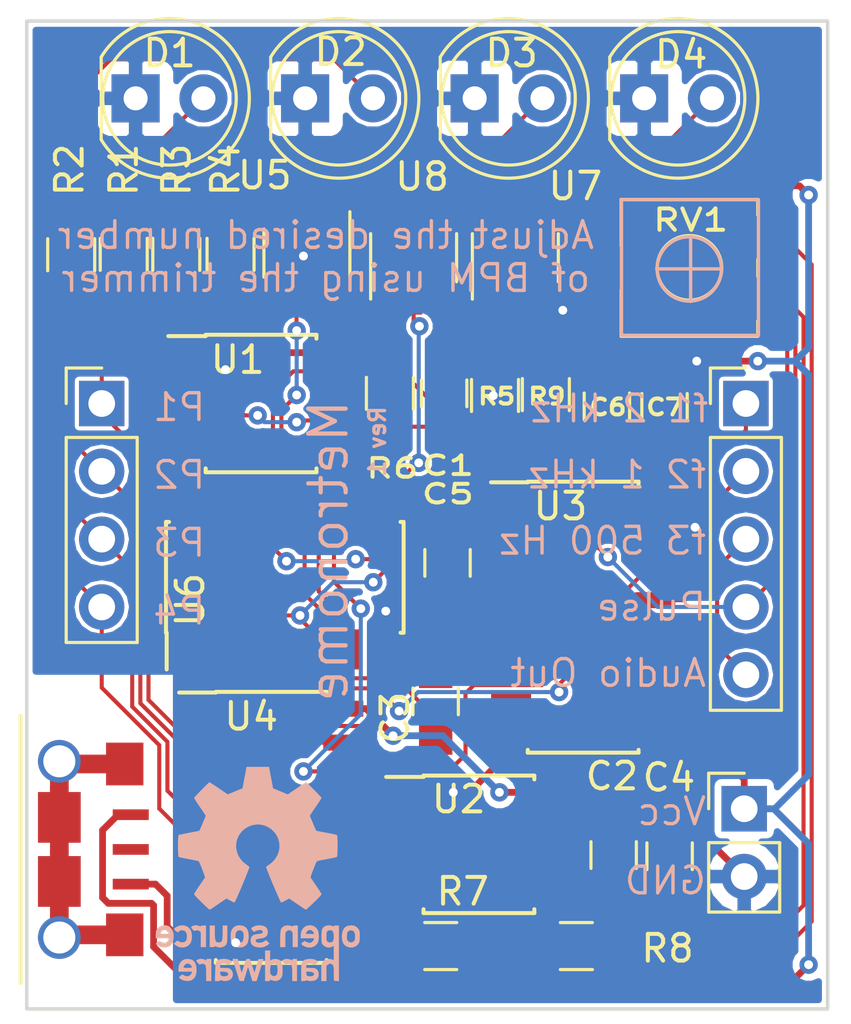
<source format=kicad_pcb>
(kicad_pcb (version 4) (host pcbnew 4.0.7)

  (general
    (links 99)
    (no_connects 0)
    (area 95.109581 49.2125 132.023834 87.566501)
    (thickness 1.6)
    (drawings 25)
    (tracks 523)
    (zones 0)
    (modules 34)
    (nets 32)
  )

  (page A4)
  (title_block
    (title Metronome)
    (date 2018-02-09)
    (rev 1.0)
    (company "Thomas Poulet")
    (comment 4 https://github.com/Lord-Nazdar/Metronome)
  )

  (layers
    (0 F.Cu signal)
    (31 B.Cu signal)
    (32 B.Adhes user)
    (33 F.Adhes user)
    (34 B.Paste user)
    (35 F.Paste user)
    (36 B.SilkS user)
    (37 F.SilkS user)
    (38 B.Mask user)
    (39 F.Mask user)
    (40 Dwgs.User user)
    (41 Cmts.User user)
    (42 Eco1.User user)
    (43 Eco2.User user)
    (44 Edge.Cuts user)
    (45 Margin user)
    (46 B.CrtYd user)
    (47 F.CrtYd user)
    (48 B.Fab user)
    (49 F.Fab user hide)
  )

  (setup
    (last_trace_width 0.254)
    (user_trace_width 0.1524)
    (user_trace_width 0.2)
    (user_trace_width 0.25)
    (user_trace_width 0.3)
    (user_trace_width 0.4)
    (user_trace_width 0.5)
    (user_trace_width 0.6)
    (user_trace_width 0.8)
    (trace_clearance 0.254)
    (zone_clearance 0.1524)
    (zone_45_only no)
    (trace_min 0.1524)
    (segment_width 0.127)
    (edge_width 0.127)
    (via_size 0.6858)
    (via_drill 0.3302)
    (via_min_size 0.6858)
    (via_min_drill 0.3302)
    (uvia_size 0.508)
    (uvia_drill 0.127)
    (uvias_allowed no)
    (uvia_min_size 0.508)
    (uvia_min_drill 0.127)
    (pcb_text_width 0.127)
    (pcb_text_size 0.6 0.6)
    (mod_edge_width 0.127)
    (mod_text_size 0.6 0.6)
    (mod_text_width 0.127)
    (pad_size 1.524 1.524)
    (pad_drill 0.762)
    (pad_to_mask_clearance 0.05)
    (pad_to_paste_clearance -0.04)
    (aux_axis_origin 0 0)
    (visible_elements 7FFFEFFF)
    (pcbplotparams
      (layerselection 0x3ffff_80000001)
      (usegerberextensions true)
      (usegerberattributes true)
      (excludeedgelayer true)
      (linewidth 0.127000)
      (plotframeref false)
      (viasonmask false)
      (mode 1)
      (useauxorigin false)
      (hpglpennumber 1)
      (hpglpenspeed 20)
      (hpglpendiameter 15)
      (hpglpenoverlay 2)
      (psnegative false)
      (psa4output false)
      (plotreference true)
      (plotvalue true)
      (plotinvisibletext false)
      (padsonsilk false)
      (subtractmaskfromsilk false)
      (outputformat 1)
      (mirror false)
      (drillshape 0)
      (scaleselection 1)
      (outputdirectory CAM/))
  )

  (net 0 "")
  (net 1 "Net-(C1-Pad1)")
  (net 2 GND)
  (net 3 "Net-(C2-Pad1)")
  (net 4 "Net-(C3-Pad1)")
  (net 5 "Net-(C4-Pad1)")
  (net 6 VCC)
  (net 7 "Net-(C6-Pad1)")
  (net 8 "Net-(D1-Pad2)")
  (net 9 "Net-(D2-Pad2)")
  (net 10 "Net-(D3-Pad2)")
  (net 11 "Net-(D4-Pad2)")
  (net 12 "Net-(P1-Pad6)")
  (net 13 /f1)
  (net 14 /f2)
  (net 15 /f3)
  (net 16 /Pulse)
  (net 17 /Output)
  (net 18 /P1)
  (net 19 /P2)
  (net 20 /P3)
  (net 21 /P4)
  (net 22 "Net-(R5-Pad2)")
  (net 23 "Net-(R7-Pad2)")
  (net 24 "Net-(R8-Pad2)")
  (net 25 /f4)
  (net 26 "Net-(U4-Pad10)")
  (net 27 "Net-(U5-Pad4)")
  (net 28 "Net-(U6-Pad12)")
  (net 29 "Net-(U6-Pad10)")
  (net 30 "Net-(U6-Pad8)")
  (net 31 "Net-(U6-Pad11)")

  (net_class Default "Dit is de standaard class."
    (clearance 0.254)
    (trace_width 0.254)
    (via_dia 0.6858)
    (via_drill 0.3302)
    (uvia_dia 0.508)
    (uvia_drill 0.127)
    (add_net GND)
    (add_net VCC)
  )

  (net_class 0.2mm ""
    (clearance 0.2)
    (trace_width 0.2)
    (via_dia 0.6858)
    (via_drill 0.3302)
    (uvia_dia 0.508)
    (uvia_drill 0.127)
  )

  (net_class Minimal ""
    (clearance 0.1524)
    (trace_width 0.1524)
    (via_dia 0.6858)
    (via_drill 0.3302)
    (uvia_dia 0.508)
    (uvia_drill 0.127)
    (add_net /Output)
    (add_net /P1)
    (add_net /P2)
    (add_net /P3)
    (add_net /P4)
    (add_net /Pulse)
    (add_net /f1)
    (add_net /f2)
    (add_net /f3)
    (add_net /f4)
    (add_net "Net-(C1-Pad1)")
    (add_net "Net-(C2-Pad1)")
    (add_net "Net-(C3-Pad1)")
    (add_net "Net-(C4-Pad1)")
    (add_net "Net-(C6-Pad1)")
    (add_net "Net-(D1-Pad2)")
    (add_net "Net-(D2-Pad2)")
    (add_net "Net-(D3-Pad2)")
    (add_net "Net-(D4-Pad2)")
    (add_net "Net-(P1-Pad6)")
    (add_net "Net-(R5-Pad2)")
    (add_net "Net-(R7-Pad2)")
    (add_net "Net-(R8-Pad2)")
    (add_net "Net-(U4-Pad10)")
    (add_net "Net-(U5-Pad4)")
    (add_net "Net-(U6-Pad10)")
    (add_net "Net-(U6-Pad11)")
    (add_net "Net-(U6-Pad12)")
    (add_net "Net-(U6-Pad8)")
  )

  (module 10118193-0001LF (layer F.Cu) (tedit 5A5BD1A1) (tstamp 5A5B3926)
    (at 131.8514 107.1372 270)
    (path /5A57B728)
    (fp_text reference P1 (at -5.4356 -1.8034 270) (layer F.SilkS) hide
      (effects (font (size 1 1) (thickness 0.15)))
    )
    (fp_text value USB_OTG (at 0 3.175 270) (layer F.Fab)
      (effects (font (size 1 1) (thickness 0.15)))
    )
    (fp_line (start -5 1.45) (end 5 1.45) (layer F.SilkS) (width 0.15))
    (pad 1 smd rect (at -1.3 -2.675 270) (size 0.4 1.35) (layers F.Cu F.Paste F.Mask)
      (net 6 VCC))
    (pad 3 smd rect (at 0 -2.675 270) (size 0.4 1.35) (layers F.Cu F.Paste F.Mask))
    (pad 5 smd rect (at 1.3 -2.675 270) (size 0.4 1.35) (layers F.Cu F.Paste F.Mask)
      (net 2 GND))
    (pad 6 smd rect (at 3.2 -2.45 270) (size 1.6 1.4) (layers F.Cu F.Paste F.Mask)
      (net 12 "Net-(P1-Pad6)"))
    (pad 6 thru_hole circle (at -3.3 0 270) (size 1.6 1.6) (drill 1.2) (layers *.Cu *.Mask)
      (net 12 "Net-(P1-Pad6)"))
    (pad 6 smd rect (at -3.2 -2.45 270) (size 1.6 1.4) (layers F.Cu F.Paste F.Mask)
      (net 12 "Net-(P1-Pad6)"))
    (pad 6 thru_hole circle (at 3.3 0 270) (size 1.6 1.6) (drill 1.2) (layers *.Cu *.Mask)
      (net 12 "Net-(P1-Pad6)"))
    (pad 6 smd rect (at -1.2 0 270) (size 1.9 1.6) (layers F.Cu F.Paste F.Mask)
      (net 12 "Net-(P1-Pad6)"))
    (pad 6 smd rect (at 1.2 0 270) (size 1.9 1.6) (layers F.Cu F.Paste F.Mask)
      (net 12 "Net-(P1-Pad6)"))
  )

  (module Socket_Strips:Socket_Strip_Straight_1x05_Pitch2.54mm (layer F.Cu) (tedit 5A5BD18B) (tstamp 5A5B3953)
    (at 157.5689 90.4367)
    (descr "Through hole straight socket strip, 1x05, 2.54mm pitch, single row")
    (tags "Through hole socket strip THT 1x05 2.54mm single row")
    (path /5A57E296)
    (fp_text reference P3 (at 0 -2.33) (layer F.SilkS) hide
      (effects (font (size 1 1) (thickness 0.15)))
    )
    (fp_text value CONN_01X05 (at 0 12.49) (layer F.Fab)
      (effects (font (size 1 1) (thickness 0.15)))
    )
    (fp_line (start -1.27 -1.27) (end -1.27 11.43) (layer F.Fab) (width 0.1))
    (fp_line (start -1.27 11.43) (end 1.27 11.43) (layer F.Fab) (width 0.1))
    (fp_line (start 1.27 11.43) (end 1.27 -1.27) (layer F.Fab) (width 0.1))
    (fp_line (start 1.27 -1.27) (end -1.27 -1.27) (layer F.Fab) (width 0.1))
    (fp_line (start -1.33 1.27) (end -1.33 11.49) (layer F.SilkS) (width 0.12))
    (fp_line (start -1.33 11.49) (end 1.33 11.49) (layer F.SilkS) (width 0.12))
    (fp_line (start 1.33 11.49) (end 1.33 1.27) (layer F.SilkS) (width 0.12))
    (fp_line (start 1.33 1.27) (end -1.33 1.27) (layer F.SilkS) (width 0.12))
    (fp_line (start -1.33 0) (end -1.33 -1.33) (layer F.SilkS) (width 0.12))
    (fp_line (start -1.33 -1.33) (end 0 -1.33) (layer F.SilkS) (width 0.12))
    (fp_line (start -1.8 -1.8) (end -1.8 11.95) (layer F.CrtYd) (width 0.05))
    (fp_line (start -1.8 11.95) (end 1.8 11.95) (layer F.CrtYd) (width 0.05))
    (fp_line (start 1.8 11.95) (end 1.8 -1.8) (layer F.CrtYd) (width 0.05))
    (fp_line (start 1.8 -1.8) (end -1.8 -1.8) (layer F.CrtYd) (width 0.05))
    (fp_text user %R (at 0 -2.33) (layer F.Fab)
      (effects (font (size 1 1) (thickness 0.15)))
    )
    (pad 1 thru_hole rect (at 0 0) (size 1.7 1.7) (drill 1) (layers *.Cu *.Mask)
      (net 13 /f1))
    (pad 2 thru_hole oval (at 0 2.54) (size 1.7 1.7) (drill 1) (layers *.Cu *.Mask)
      (net 14 /f2))
    (pad 3 thru_hole oval (at 0 5.08) (size 1.7 1.7) (drill 1) (layers *.Cu *.Mask)
      (net 15 /f3))
    (pad 4 thru_hole oval (at 0 7.62) (size 1.7 1.7) (drill 1) (layers *.Cu *.Mask)
      (net 16 /Pulse))
    (pad 5 thru_hole oval (at 0 10.16) (size 1.7 1.7) (drill 1) (layers *.Cu *.Mask)
      (net 17 /Output))
    (model ${KISYS3DMOD}/Socket_Strips.3dshapes/Socket_Strip_Straight_1x05_Pitch2.54mm.wrl
      (at (xyz 0 -0.2 0))
      (scale (xyz 1 1 1))
      (rotate (xyz 0 0 270))
    )
  )

  (module Housings_SOIC:SOIC-8_3.9x4.9mm_Pitch1.27mm (layer F.Cu) (tedit 58CD0CDA) (tstamp 5A5B3A44)
    (at 139.4079 90.4367)
    (descr "8-Lead Plastic Small Outline (SN) - Narrow, 3.90 mm Body [SOIC] (see Microchip Packaging Specification 00000049BS.pdf)")
    (tags "SOIC 1.27")
    (path /5A53B6B4)
    (attr smd)
    (fp_text reference U1 (at -0.8763 -1.6383) (layer F.SilkS)
      (effects (font (size 1 1) (thickness 0.15)))
    )
    (fp_text value NE555 (at 0 3.5) (layer F.Fab)
      (effects (font (size 1 1) (thickness 0.15)))
    )
    (fp_text user %R (at 0 0) (layer F.Fab)
      (effects (font (size 1 1) (thickness 0.15)))
    )
    (fp_line (start -0.95 -2.45) (end 1.95 -2.45) (layer F.Fab) (width 0.1))
    (fp_line (start 1.95 -2.45) (end 1.95 2.45) (layer F.Fab) (width 0.1))
    (fp_line (start 1.95 2.45) (end -1.95 2.45) (layer F.Fab) (width 0.1))
    (fp_line (start -1.95 2.45) (end -1.95 -1.45) (layer F.Fab) (width 0.1))
    (fp_line (start -1.95 -1.45) (end -0.95 -2.45) (layer F.Fab) (width 0.1))
    (fp_line (start -3.73 -2.7) (end -3.73 2.7) (layer F.CrtYd) (width 0.05))
    (fp_line (start 3.73 -2.7) (end 3.73 2.7) (layer F.CrtYd) (width 0.05))
    (fp_line (start -3.73 -2.7) (end 3.73 -2.7) (layer F.CrtYd) (width 0.05))
    (fp_line (start -3.73 2.7) (end 3.73 2.7) (layer F.CrtYd) (width 0.05))
    (fp_line (start -2.075 -2.575) (end -2.075 -2.525) (layer F.SilkS) (width 0.15))
    (fp_line (start 2.075 -2.575) (end 2.075 -2.43) (layer F.SilkS) (width 0.15))
    (fp_line (start 2.075 2.575) (end 2.075 2.43) (layer F.SilkS) (width 0.15))
    (fp_line (start -2.075 2.575) (end -2.075 2.43) (layer F.SilkS) (width 0.15))
    (fp_line (start -2.075 -2.575) (end 2.075 -2.575) (layer F.SilkS) (width 0.15))
    (fp_line (start -2.075 2.575) (end 2.075 2.575) (layer F.SilkS) (width 0.15))
    (fp_line (start -2.075 -2.525) (end -3.475 -2.525) (layer F.SilkS) (width 0.15))
    (pad 1 smd rect (at -2.7 -1.905) (size 1.55 0.6) (layers F.Cu F.Paste F.Mask)
      (net 2 GND))
    (pad 2 smd rect (at -2.7 -0.635) (size 1.55 0.6) (layers F.Cu F.Paste F.Mask)
      (net 1 "Net-(C1-Pad1)"))
    (pad 3 smd rect (at -2.7 0.635) (size 1.55 0.6) (layers F.Cu F.Paste F.Mask)
      (net 13 /f1))
    (pad 4 smd rect (at -2.7 1.905) (size 1.55 0.6) (layers F.Cu F.Paste F.Mask)
      (net 6 VCC))
    (pad 5 smd rect (at 2.7 1.905) (size 1.55 0.6) (layers F.Cu F.Paste F.Mask)
      (net 4 "Net-(C3-Pad1)"))
    (pad 6 smd rect (at 2.7 0.635) (size 1.55 0.6) (layers F.Cu F.Paste F.Mask)
      (net 1 "Net-(C1-Pad1)"))
    (pad 7 smd rect (at 2.7 -0.635) (size 1.55 0.6) (layers F.Cu F.Paste F.Mask)
      (net 22 "Net-(R5-Pad2)"))
    (pad 8 smd rect (at 2.7 -1.905) (size 1.55 0.6) (layers F.Cu F.Paste F.Mask)
      (net 6 VCC))
    (model ${KISYS3DMOD}/Housings_SOIC.3dshapes/SOIC-8_3.9x4.9mm_Pitch1.27mm.wrl
      (at (xyz 0 0 0))
      (scale (xyz 1 1 1))
      (rotate (xyz 0 0 0))
    )
  )

  (module Capacitors_SMD:C_0805_HandSoldering (layer F.Cu) (tedit 5A5BD223) (tstamp 5A5B3868)
    (at 146.2659 90.0557 90)
    (descr "Capacitor SMD 0805, hand soldering")
    (tags "capacitor 0805")
    (path /5A53CDB4)
    (attr smd)
    (fp_text reference C1 (at -2.7051 0.1397 180) (layer F.SilkS)
      (effects (font (size 0.7 1) (thickness 0.15)))
    )
    (fp_text value 47nF (at 0 1.75 90) (layer F.Fab)
      (effects (font (size 1 1) (thickness 0.15)))
    )
    (fp_text user %R (at 0 -1.75 90) (layer F.Fab)
      (effects (font (size 1 1) (thickness 0.15)))
    )
    (fp_line (start -1 0.62) (end -1 -0.62) (layer F.Fab) (width 0.1))
    (fp_line (start 1 0.62) (end -1 0.62) (layer F.Fab) (width 0.1))
    (fp_line (start 1 -0.62) (end 1 0.62) (layer F.Fab) (width 0.1))
    (fp_line (start -1 -0.62) (end 1 -0.62) (layer F.Fab) (width 0.1))
    (fp_line (start 0.5 -0.85) (end -0.5 -0.85) (layer F.SilkS) (width 0.12))
    (fp_line (start -0.5 0.85) (end 0.5 0.85) (layer F.SilkS) (width 0.12))
    (fp_line (start -2.25 -0.88) (end 2.25 -0.88) (layer F.CrtYd) (width 0.05))
    (fp_line (start -2.25 -0.88) (end -2.25 0.87) (layer F.CrtYd) (width 0.05))
    (fp_line (start 2.25 0.87) (end 2.25 -0.88) (layer F.CrtYd) (width 0.05))
    (fp_line (start 2.25 0.87) (end -2.25 0.87) (layer F.CrtYd) (width 0.05))
    (pad 1 smd rect (at -1.25 0 90) (size 1.5 1.25) (layers F.Cu F.Paste F.Mask)
      (net 1 "Net-(C1-Pad1)"))
    (pad 2 smd rect (at 1.25 0 90) (size 1.5 1.25) (layers F.Cu F.Paste F.Mask)
      (net 2 GND))
    (model Capacitors_SMD.3dshapes/C_0805.wrl
      (at (xyz 0 0 0))
      (scale (xyz 1 1 1))
      (rotate (xyz 0 0 0))
    )
  )

  (module Capacitors_SMD:C_0805_HandSoldering (layer F.Cu) (tedit 58AA84A8) (tstamp 5A5B3879)
    (at 152.6159 107.3477 270)
    (descr "Capacitor SMD 0805, hand soldering")
    (tags "capacitor 0805")
    (path /5A549211)
    (attr smd)
    (fp_text reference C2 (at -2.9537 0.0635 360) (layer F.SilkS)
      (effects (font (size 1 1) (thickness 0.15)))
    )
    (fp_text value 10uF (at 0 1.75 270) (layer F.Fab)
      (effects (font (size 1 1) (thickness 0.15)))
    )
    (fp_text user %R (at 0 -1.75 270) (layer F.Fab)
      (effects (font (size 1 1) (thickness 0.15)))
    )
    (fp_line (start -1 0.62) (end -1 -0.62) (layer F.Fab) (width 0.1))
    (fp_line (start 1 0.62) (end -1 0.62) (layer F.Fab) (width 0.1))
    (fp_line (start 1 -0.62) (end 1 0.62) (layer F.Fab) (width 0.1))
    (fp_line (start -1 -0.62) (end 1 -0.62) (layer F.Fab) (width 0.1))
    (fp_line (start 0.5 -0.85) (end -0.5 -0.85) (layer F.SilkS) (width 0.12))
    (fp_line (start -0.5 0.85) (end 0.5 0.85) (layer F.SilkS) (width 0.12))
    (fp_line (start -2.25 -0.88) (end 2.25 -0.88) (layer F.CrtYd) (width 0.05))
    (fp_line (start -2.25 -0.88) (end -2.25 0.87) (layer F.CrtYd) (width 0.05))
    (fp_line (start 2.25 0.87) (end 2.25 -0.88) (layer F.CrtYd) (width 0.05))
    (fp_line (start 2.25 0.87) (end -2.25 0.87) (layer F.CrtYd) (width 0.05))
    (pad 1 smd rect (at -1.25 0 270) (size 1.5 1.25) (layers F.Cu F.Paste F.Mask)
      (net 3 "Net-(C2-Pad1)"))
    (pad 2 smd rect (at 1.25 0 270) (size 1.5 1.25) (layers F.Cu F.Paste F.Mask)
      (net 2 GND))
    (model Capacitors_SMD.3dshapes/C_0805.wrl
      (at (xyz 0 0 0))
      (scale (xyz 1 1 1))
      (rotate (xyz 0 0 0))
    )
  )

  (module Capacitors_SMD:C_0805_HandSoldering (layer F.Cu) (tedit 58AA84A8) (tstamp 5A5B388A)
    (at 145.9484 101.5927 90)
    (descr "Capacitor SMD 0805, hand soldering")
    (tags "capacitor 0805")
    (path /5A53CD1F)
    (attr smd)
    (fp_text reference C3 (at -0.6169 -1.524 90) (layer F.SilkS)
      (effects (font (size 1 1) (thickness 0.15)))
    )
    (fp_text value 10nF (at 0 1.75 90) (layer F.Fab)
      (effects (font (size 1 1) (thickness 0.15)))
    )
    (fp_text user %R (at 0 -1.75 90) (layer F.Fab)
      (effects (font (size 1 1) (thickness 0.15)))
    )
    (fp_line (start -1 0.62) (end -1 -0.62) (layer F.Fab) (width 0.1))
    (fp_line (start 1 0.62) (end -1 0.62) (layer F.Fab) (width 0.1))
    (fp_line (start 1 -0.62) (end 1 0.62) (layer F.Fab) (width 0.1))
    (fp_line (start -1 -0.62) (end 1 -0.62) (layer F.Fab) (width 0.1))
    (fp_line (start 0.5 -0.85) (end -0.5 -0.85) (layer F.SilkS) (width 0.12))
    (fp_line (start -0.5 0.85) (end 0.5 0.85) (layer F.SilkS) (width 0.12))
    (fp_line (start -2.25 -0.88) (end 2.25 -0.88) (layer F.CrtYd) (width 0.05))
    (fp_line (start -2.25 -0.88) (end -2.25 0.87) (layer F.CrtYd) (width 0.05))
    (fp_line (start 2.25 0.87) (end 2.25 -0.88) (layer F.CrtYd) (width 0.05))
    (fp_line (start 2.25 0.87) (end -2.25 0.87) (layer F.CrtYd) (width 0.05))
    (pad 1 smd rect (at -1.25 0 90) (size 1.5 1.25) (layers F.Cu F.Paste F.Mask)
      (net 4 "Net-(C3-Pad1)"))
    (pad 2 smd rect (at 1.25 0 90) (size 1.5 1.25) (layers F.Cu F.Paste F.Mask)
      (net 2 GND))
    (model Capacitors_SMD.3dshapes/C_0805.wrl
      (at (xyz 0 0 0))
      (scale (xyz 1 1 1))
      (rotate (xyz 0 0 0))
    )
  )

  (module Capacitors_SMD:C_0805_HandSoldering (layer F.Cu) (tedit 58AA84A8) (tstamp 5A5B389B)
    (at 154.7114 107.3912 90)
    (descr "Capacitor SMD 0805, hand soldering")
    (tags "capacitor 0805")
    (path /5A54920B)
    (attr smd)
    (fp_text reference C4 (at 2.9464 -0.0254 180) (layer F.SilkS)
      (effects (font (size 1 1) (thickness 0.15)))
    )
    (fp_text value 10nF (at 0 1.75 90) (layer F.Fab)
      (effects (font (size 1 1) (thickness 0.15)))
    )
    (fp_text user %R (at 0 -1.75 90) (layer F.Fab)
      (effects (font (size 1 1) (thickness 0.15)))
    )
    (fp_line (start -1 0.62) (end -1 -0.62) (layer F.Fab) (width 0.1))
    (fp_line (start 1 0.62) (end -1 0.62) (layer F.Fab) (width 0.1))
    (fp_line (start 1 -0.62) (end 1 0.62) (layer F.Fab) (width 0.1))
    (fp_line (start -1 -0.62) (end 1 -0.62) (layer F.Fab) (width 0.1))
    (fp_line (start 0.5 -0.85) (end -0.5 -0.85) (layer F.SilkS) (width 0.12))
    (fp_line (start -0.5 0.85) (end 0.5 0.85) (layer F.SilkS) (width 0.12))
    (fp_line (start -2.25 -0.88) (end 2.25 -0.88) (layer F.CrtYd) (width 0.05))
    (fp_line (start -2.25 -0.88) (end -2.25 0.87) (layer F.CrtYd) (width 0.05))
    (fp_line (start 2.25 0.87) (end 2.25 -0.88) (layer F.CrtYd) (width 0.05))
    (fp_line (start 2.25 0.87) (end -2.25 0.87) (layer F.CrtYd) (width 0.05))
    (pad 1 smd rect (at -1.25 0 90) (size 1.5 1.25) (layers F.Cu F.Paste F.Mask)
      (net 5 "Net-(C4-Pad1)"))
    (pad 2 smd rect (at 1.25 0 90) (size 1.5 1.25) (layers F.Cu F.Paste F.Mask)
      (net 2 GND))
    (model Capacitors_SMD.3dshapes/C_0805.wrl
      (at (xyz 0 0 0))
      (scale (xyz 1 1 1))
      (rotate (xyz 0 0 0))
    )
  )

  (module Capacitors_SMD:C_0805_HandSoldering (layer F.Cu) (tedit 5A5BD227) (tstamp 5A5B38AC)
    (at 146.3929 96.4057 270)
    (descr "Capacitor SMD 0805, hand soldering")
    (tags "capacitor 0805")
    (path /5A53EEFB)
    (attr smd)
    (fp_text reference C5 (at -2.5781 -0.0127 360) (layer F.SilkS)
      (effects (font (size 0.7 1) (thickness 0.15)))
    )
    (fp_text value 10nF (at 0 1.75 270) (layer F.Fab)
      (effects (font (size 1 1) (thickness 0.15)))
    )
    (fp_text user %R (at 0 -1.75 270) (layer F.Fab)
      (effects (font (size 1 1) (thickness 0.15)))
    )
    (fp_line (start -1 0.62) (end -1 -0.62) (layer F.Fab) (width 0.1))
    (fp_line (start 1 0.62) (end -1 0.62) (layer F.Fab) (width 0.1))
    (fp_line (start 1 -0.62) (end 1 0.62) (layer F.Fab) (width 0.1))
    (fp_line (start -1 -0.62) (end 1 -0.62) (layer F.Fab) (width 0.1))
    (fp_line (start 0.5 -0.85) (end -0.5 -0.85) (layer F.SilkS) (width 0.12))
    (fp_line (start -0.5 0.85) (end 0.5 0.85) (layer F.SilkS) (width 0.12))
    (fp_line (start -2.25 -0.88) (end 2.25 -0.88) (layer F.CrtYd) (width 0.05))
    (fp_line (start -2.25 -0.88) (end -2.25 0.87) (layer F.CrtYd) (width 0.05))
    (fp_line (start 2.25 0.87) (end 2.25 -0.88) (layer F.CrtYd) (width 0.05))
    (fp_line (start 2.25 0.87) (end -2.25 0.87) (layer F.CrtYd) (width 0.05))
    (pad 1 smd rect (at -1.25 0 270) (size 1.5 1.25) (layers F.Cu F.Paste F.Mask)
      (net 6 VCC))
    (pad 2 smd rect (at 1.25 0 270) (size 1.5 1.25) (layers F.Cu F.Paste F.Mask)
      (net 2 GND))
    (model Capacitors_SMD.3dshapes/C_0805.wrl
      (at (xyz 0 0 0))
      (scale (xyz 1 1 1))
      (rotate (xyz 0 0 0))
    )
  )

  (module Capacitors_SMD:C_0805_HandSoldering (layer F.Cu) (tedit 5A5BD27E) (tstamp 5A5B38BD)
    (at 152.3619 90.5437 270)
    (descr "Capacitor SMD 0805, hand soldering")
    (tags "capacitor 0805")
    (path /5A54D5D2)
    (attr smd)
    (fp_text reference C6 (at 0.0327 -0.0381 360) (layer F.SilkS)
      (effects (font (size 0.6 0.7) (thickness 0.15)))
    )
    (fp_text value 0.01uF (at 0 1.75 270) (layer F.Fab)
      (effects (font (size 1 1) (thickness 0.15)))
    )
    (fp_text user %R (at 0 -1.75 270) (layer F.Fab)
      (effects (font (size 1 1) (thickness 0.15)))
    )
    (fp_line (start -1 0.62) (end -1 -0.62) (layer F.Fab) (width 0.1))
    (fp_line (start 1 0.62) (end -1 0.62) (layer F.Fab) (width 0.1))
    (fp_line (start 1 -0.62) (end 1 0.62) (layer F.Fab) (width 0.1))
    (fp_line (start -1 -0.62) (end 1 -0.62) (layer F.Fab) (width 0.1))
    (fp_line (start 0.5 -0.85) (end -0.5 -0.85) (layer F.SilkS) (width 0.12))
    (fp_line (start -0.5 0.85) (end 0.5 0.85) (layer F.SilkS) (width 0.12))
    (fp_line (start -2.25 -0.88) (end 2.25 -0.88) (layer F.CrtYd) (width 0.05))
    (fp_line (start -2.25 -0.88) (end -2.25 0.87) (layer F.CrtYd) (width 0.05))
    (fp_line (start 2.25 0.87) (end 2.25 -0.88) (layer F.CrtYd) (width 0.05))
    (fp_line (start 2.25 0.87) (end -2.25 0.87) (layer F.CrtYd) (width 0.05))
    (pad 1 smd rect (at -1.25 0 270) (size 1.5 1.25) (layers F.Cu F.Paste F.Mask)
      (net 7 "Net-(C6-Pad1)"))
    (pad 2 smd rect (at 1.25 0 270) (size 1.5 1.25) (layers F.Cu F.Paste F.Mask)
      (net 2 GND))
    (model Capacitors_SMD.3dshapes/C_0805.wrl
      (at (xyz 0 0 0))
      (scale (xyz 1 1 1))
      (rotate (xyz 0 0 0))
    )
  )

  (module Capacitors_SMD:C_0805_HandSoldering (layer F.Cu) (tedit 5A5BD274) (tstamp 5A5B38CE)
    (at 154.5209 90.5637 90)
    (descr "Capacitor SMD 0805, hand soldering")
    (tags "capacitor 0805")
    (path /5A57B482)
    (attr smd)
    (fp_text reference C7 (at -0.0127 0.0127 180) (layer F.SilkS)
      (effects (font (size 0.6 0.7) (thickness 0.15)))
    )
    (fp_text value 1uF (at 0 1.75 90) (layer F.Fab)
      (effects (font (size 1 1) (thickness 0.15)))
    )
    (fp_text user %R (at 0 -1.75 90) (layer F.Fab)
      (effects (font (size 1 1) (thickness 0.15)))
    )
    (fp_line (start -1 0.62) (end -1 -0.62) (layer F.Fab) (width 0.1))
    (fp_line (start 1 0.62) (end -1 0.62) (layer F.Fab) (width 0.1))
    (fp_line (start 1 -0.62) (end 1 0.62) (layer F.Fab) (width 0.1))
    (fp_line (start -1 -0.62) (end 1 -0.62) (layer F.Fab) (width 0.1))
    (fp_line (start 0.5 -0.85) (end -0.5 -0.85) (layer F.SilkS) (width 0.12))
    (fp_line (start -0.5 0.85) (end 0.5 0.85) (layer F.SilkS) (width 0.12))
    (fp_line (start -2.25 -0.88) (end 2.25 -0.88) (layer F.CrtYd) (width 0.05))
    (fp_line (start -2.25 -0.88) (end -2.25 0.87) (layer F.CrtYd) (width 0.05))
    (fp_line (start 2.25 0.87) (end 2.25 -0.88) (layer F.CrtYd) (width 0.05))
    (fp_line (start 2.25 0.87) (end -2.25 0.87) (layer F.CrtYd) (width 0.05))
    (pad 1 smd rect (at -1.25 0 90) (size 1.5 1.25) (layers F.Cu F.Paste F.Mask)
      (net 6 VCC))
    (pad 2 smd rect (at 1.25 0 90) (size 1.5 1.25) (layers F.Cu F.Paste F.Mask)
      (net 2 GND))
    (model Capacitors_SMD.3dshapes/C_0805.wrl
      (at (xyz 0 0 0))
      (scale (xyz 1 1 1))
      (rotate (xyz 0 0 0))
    )
  )

  (module LEDs:LED_D5.0mm (layer F.Cu) (tedit 5995936A) (tstamp 5A5B38E0)
    (at 134.7089 79.0067)
    (descr "LED, diameter 5.0mm, 2 pins, http://cdn-reichelt.de/documents/datenblatt/A500/LL-504BC2E-009.pdf")
    (tags "LED diameter 5.0mm 2 pins")
    (path /5A5405FE)
    (fp_text reference D1 (at 1.27 -1.6891) (layer F.SilkS)
      (effects (font (size 1 1) (thickness 0.15)))
    )
    (fp_text value Red (at 1.27 3.96) (layer F.Fab)
      (effects (font (size 1 1) (thickness 0.15)))
    )
    (fp_arc (start 1.27 0) (end -1.23 -1.469694) (angle 299.1) (layer F.Fab) (width 0.1))
    (fp_arc (start 1.27 0) (end -1.29 -1.54483) (angle 148.9) (layer F.SilkS) (width 0.12))
    (fp_arc (start 1.27 0) (end -1.29 1.54483) (angle -148.9) (layer F.SilkS) (width 0.12))
    (fp_circle (center 1.27 0) (end 3.77 0) (layer F.Fab) (width 0.1))
    (fp_circle (center 1.27 0) (end 3.77 0) (layer F.SilkS) (width 0.12))
    (fp_line (start -1.23 -1.469694) (end -1.23 1.469694) (layer F.Fab) (width 0.1))
    (fp_line (start -1.29 -1.545) (end -1.29 1.545) (layer F.SilkS) (width 0.12))
    (fp_line (start -1.95 -3.25) (end -1.95 3.25) (layer F.CrtYd) (width 0.05))
    (fp_line (start -1.95 3.25) (end 4.5 3.25) (layer F.CrtYd) (width 0.05))
    (fp_line (start 4.5 3.25) (end 4.5 -3.25) (layer F.CrtYd) (width 0.05))
    (fp_line (start 4.5 -3.25) (end -1.95 -3.25) (layer F.CrtYd) (width 0.05))
    (fp_text user %R (at 1.25 0) (layer F.Fab)
      (effects (font (size 0.8 0.8) (thickness 0.2)))
    )
    (pad 1 thru_hole rect (at 0 0) (size 1.8 1.8) (drill 0.9) (layers *.Cu *.Mask)
      (net 2 GND))
    (pad 2 thru_hole circle (at 2.54 0) (size 1.8 1.8) (drill 0.9) (layers *.Cu *.Mask)
      (net 8 "Net-(D1-Pad2)"))
    (model ${KISYS3DMOD}/LEDs.3dshapes/LED_D5.0mm.wrl
      (at (xyz 0 0 0))
      (scale (xyz 0.393701 0.393701 0.393701))
      (rotate (xyz 0 0 0))
    )
  )

  (module LEDs:LED_D5.0mm (layer F.Cu) (tedit 5995936A) (tstamp 5A5B38F2)
    (at 141.0589 79.0067)
    (descr "LED, diameter 5.0mm, 2 pins, http://cdn-reichelt.de/documents/datenblatt/A500/LL-504BC2E-009.pdf")
    (tags "LED diameter 5.0mm 2 pins")
    (path /5A54066F)
    (fp_text reference D2 (at 1.3335 -1.7399) (layer F.SilkS)
      (effects (font (size 1 1) (thickness 0.15)))
    )
    (fp_text value Green (at 1.27 3.96) (layer F.Fab)
      (effects (font (size 1 1) (thickness 0.15)))
    )
    (fp_arc (start 1.27 0) (end -1.23 -1.469694) (angle 299.1) (layer F.Fab) (width 0.1))
    (fp_arc (start 1.27 0) (end -1.29 -1.54483) (angle 148.9) (layer F.SilkS) (width 0.12))
    (fp_arc (start 1.27 0) (end -1.29 1.54483) (angle -148.9) (layer F.SilkS) (width 0.12))
    (fp_circle (center 1.27 0) (end 3.77 0) (layer F.Fab) (width 0.1))
    (fp_circle (center 1.27 0) (end 3.77 0) (layer F.SilkS) (width 0.12))
    (fp_line (start -1.23 -1.469694) (end -1.23 1.469694) (layer F.Fab) (width 0.1))
    (fp_line (start -1.29 -1.545) (end -1.29 1.545) (layer F.SilkS) (width 0.12))
    (fp_line (start -1.95 -3.25) (end -1.95 3.25) (layer F.CrtYd) (width 0.05))
    (fp_line (start -1.95 3.25) (end 4.5 3.25) (layer F.CrtYd) (width 0.05))
    (fp_line (start 4.5 3.25) (end 4.5 -3.25) (layer F.CrtYd) (width 0.05))
    (fp_line (start 4.5 -3.25) (end -1.95 -3.25) (layer F.CrtYd) (width 0.05))
    (fp_text user %R (at 1.25 0) (layer F.Fab)
      (effects (font (size 0.8 0.8) (thickness 0.2)))
    )
    (pad 1 thru_hole rect (at 0 0) (size 1.8 1.8) (drill 0.9) (layers *.Cu *.Mask)
      (net 2 GND))
    (pad 2 thru_hole circle (at 2.54 0) (size 1.8 1.8) (drill 0.9) (layers *.Cu *.Mask)
      (net 9 "Net-(D2-Pad2)"))
    (model ${KISYS3DMOD}/LEDs.3dshapes/LED_D5.0mm.wrl
      (at (xyz 0 0 0))
      (scale (xyz 0.393701 0.393701 0.393701))
      (rotate (xyz 0 0 0))
    )
  )

  (module LEDs:LED_D5.0mm (layer F.Cu) (tedit 5995936A) (tstamp 5A5B3904)
    (at 147.4089 79.0067)
    (descr "LED, diameter 5.0mm, 2 pins, http://cdn-reichelt.de/documents/datenblatt/A500/LL-504BC2E-009.pdf")
    (tags "LED diameter 5.0mm 2 pins")
    (path /5A54070A)
    (fp_text reference D3 (at 1.3843 -1.6891) (layer F.SilkS)
      (effects (font (size 1 1) (thickness 0.15)))
    )
    (fp_text value Green (at 1.27 3.96) (layer F.Fab)
      (effects (font (size 1 1) (thickness 0.15)))
    )
    (fp_arc (start 1.27 0) (end -1.23 -1.469694) (angle 299.1) (layer F.Fab) (width 0.1))
    (fp_arc (start 1.27 0) (end -1.29 -1.54483) (angle 148.9) (layer F.SilkS) (width 0.12))
    (fp_arc (start 1.27 0) (end -1.29 1.54483) (angle -148.9) (layer F.SilkS) (width 0.12))
    (fp_circle (center 1.27 0) (end 3.77 0) (layer F.Fab) (width 0.1))
    (fp_circle (center 1.27 0) (end 3.77 0) (layer F.SilkS) (width 0.12))
    (fp_line (start -1.23 -1.469694) (end -1.23 1.469694) (layer F.Fab) (width 0.1))
    (fp_line (start -1.29 -1.545) (end -1.29 1.545) (layer F.SilkS) (width 0.12))
    (fp_line (start -1.95 -3.25) (end -1.95 3.25) (layer F.CrtYd) (width 0.05))
    (fp_line (start -1.95 3.25) (end 4.5 3.25) (layer F.CrtYd) (width 0.05))
    (fp_line (start 4.5 3.25) (end 4.5 -3.25) (layer F.CrtYd) (width 0.05))
    (fp_line (start 4.5 -3.25) (end -1.95 -3.25) (layer F.CrtYd) (width 0.05))
    (fp_text user %R (at 1.25 0) (layer F.Fab)
      (effects (font (size 0.8 0.8) (thickness 0.2)))
    )
    (pad 1 thru_hole rect (at 0 0) (size 1.8 1.8) (drill 0.9) (layers *.Cu *.Mask)
      (net 2 GND))
    (pad 2 thru_hole circle (at 2.54 0) (size 1.8 1.8) (drill 0.9) (layers *.Cu *.Mask)
      (net 10 "Net-(D3-Pad2)"))
    (model ${KISYS3DMOD}/LEDs.3dshapes/LED_D5.0mm.wrl
      (at (xyz 0 0 0))
      (scale (xyz 0.393701 0.393701 0.393701))
      (rotate (xyz 0 0 0))
    )
  )

  (module LEDs:LED_D5.0mm (layer F.Cu) (tedit 5995936A) (tstamp 5A5B3916)
    (at 153.7589 79.0067)
    (descr "LED, diameter 5.0mm, 2 pins, http://cdn-reichelt.de/documents/datenblatt/A500/LL-504BC2E-009.pdf")
    (tags "LED diameter 5.0mm 2 pins")
    (path /5A540763)
    (fp_text reference D4 (at 1.3843 -1.6383) (layer F.SilkS)
      (effects (font (size 1 1) (thickness 0.15)))
    )
    (fp_text value Green (at 1.27 3.96) (layer F.Fab)
      (effects (font (size 1 1) (thickness 0.15)))
    )
    (fp_arc (start 1.27 0) (end -1.23 -1.469694) (angle 299.1) (layer F.Fab) (width 0.1))
    (fp_arc (start 1.27 0) (end -1.29 -1.54483) (angle 148.9) (layer F.SilkS) (width 0.12))
    (fp_arc (start 1.27 0) (end -1.29 1.54483) (angle -148.9) (layer F.SilkS) (width 0.12))
    (fp_circle (center 1.27 0) (end 3.77 0) (layer F.Fab) (width 0.1))
    (fp_circle (center 1.27 0) (end 3.77 0) (layer F.SilkS) (width 0.12))
    (fp_line (start -1.23 -1.469694) (end -1.23 1.469694) (layer F.Fab) (width 0.1))
    (fp_line (start -1.29 -1.545) (end -1.29 1.545) (layer F.SilkS) (width 0.12))
    (fp_line (start -1.95 -3.25) (end -1.95 3.25) (layer F.CrtYd) (width 0.05))
    (fp_line (start -1.95 3.25) (end 4.5 3.25) (layer F.CrtYd) (width 0.05))
    (fp_line (start 4.5 3.25) (end 4.5 -3.25) (layer F.CrtYd) (width 0.05))
    (fp_line (start 4.5 -3.25) (end -1.95 -3.25) (layer F.CrtYd) (width 0.05))
    (fp_text user %R (at 1.25 0) (layer F.Fab)
      (effects (font (size 0.8 0.8) (thickness 0.2)))
    )
    (pad 1 thru_hole rect (at 0 0) (size 1.8 1.8) (drill 0.9) (layers *.Cu *.Mask)
      (net 2 GND))
    (pad 2 thru_hole circle (at 2.54 0) (size 1.8 1.8) (drill 0.9) (layers *.Cu *.Mask)
      (net 11 "Net-(D4-Pad2)"))
    (model ${KISYS3DMOD}/LEDs.3dshapes/LED_D5.0mm.wrl
      (at (xyz 0 0 0))
      (scale (xyz 0.393701 0.393701 0.393701))
      (rotate (xyz 0 0 0))
    )
  )

  (module Socket_Strips:Socket_Strip_Straight_1x02_Pitch2.54mm (layer F.Cu) (tedit 5A5BD194) (tstamp 5A5B393B)
    (at 157.5054 105.6132)
    (descr "Through hole straight socket strip, 1x02, 2.54mm pitch, single row")
    (tags "Through hole socket strip THT 1x02 2.54mm single row")
    (path /5A57871C)
    (fp_text reference P2 (at 0 -2.33) (layer F.SilkS) hide
      (effects (font (size 1 1) (thickness 0.15)))
    )
    (fp_text value CONN_01X02 (at 0 4.87) (layer F.Fab)
      (effects (font (size 1 1) (thickness 0.15)))
    )
    (fp_line (start -1.27 -1.27) (end -1.27 3.81) (layer F.Fab) (width 0.1))
    (fp_line (start -1.27 3.81) (end 1.27 3.81) (layer F.Fab) (width 0.1))
    (fp_line (start 1.27 3.81) (end 1.27 -1.27) (layer F.Fab) (width 0.1))
    (fp_line (start 1.27 -1.27) (end -1.27 -1.27) (layer F.Fab) (width 0.1))
    (fp_line (start -1.33 1.27) (end -1.33 3.87) (layer F.SilkS) (width 0.12))
    (fp_line (start -1.33 3.87) (end 1.33 3.87) (layer F.SilkS) (width 0.12))
    (fp_line (start 1.33 3.87) (end 1.33 1.27) (layer F.SilkS) (width 0.12))
    (fp_line (start 1.33 1.27) (end -1.33 1.27) (layer F.SilkS) (width 0.12))
    (fp_line (start -1.33 0) (end -1.33 -1.33) (layer F.SilkS) (width 0.12))
    (fp_line (start -1.33 -1.33) (end 0 -1.33) (layer F.SilkS) (width 0.12))
    (fp_line (start -1.8 -1.8) (end -1.8 4.35) (layer F.CrtYd) (width 0.05))
    (fp_line (start -1.8 4.35) (end 1.8 4.35) (layer F.CrtYd) (width 0.05))
    (fp_line (start 1.8 4.35) (end 1.8 -1.8) (layer F.CrtYd) (width 0.05))
    (fp_line (start 1.8 -1.8) (end -1.8 -1.8) (layer F.CrtYd) (width 0.05))
    (fp_text user %R (at 0 -2.33) (layer F.Fab)
      (effects (font (size 1 1) (thickness 0.15)))
    )
    (pad 1 thru_hole rect (at 0 0) (size 1.7 1.7) (drill 1) (layers *.Cu *.Mask)
      (net 6 VCC))
    (pad 2 thru_hole oval (at 0 2.54) (size 1.7 1.7) (drill 1) (layers *.Cu *.Mask)
      (net 2 GND))
    (model ${KISYS3DMOD}/Socket_Strips.3dshapes/Socket_Strip_Straight_1x02_Pitch2.54mm.wrl
      (at (xyz 0 -0.05 0))
      (scale (xyz 1 1 1))
      (rotate (xyz 0 0 270))
    )
  )

  (module Socket_Strips:Socket_Strip_Straight_1x04_Pitch2.54mm (layer F.Cu) (tedit 5A5BD187) (tstamp 5A5B396A)
    (at 133.4389 90.4367)
    (descr "Through hole straight socket strip, 1x04, 2.54mm pitch, single row")
    (tags "Through hole socket strip THT 1x04 2.54mm single row")
    (path /5A579C54)
    (fp_text reference P4 (at 0 -2.33) (layer F.SilkS) hide
      (effects (font (size 1 1) (thickness 0.15)))
    )
    (fp_text value CONN_01X04 (at 0 9.95) (layer F.Fab)
      (effects (font (size 1 1) (thickness 0.15)))
    )
    (fp_line (start -1.27 -1.27) (end -1.27 8.89) (layer F.Fab) (width 0.1))
    (fp_line (start -1.27 8.89) (end 1.27 8.89) (layer F.Fab) (width 0.1))
    (fp_line (start 1.27 8.89) (end 1.27 -1.27) (layer F.Fab) (width 0.1))
    (fp_line (start 1.27 -1.27) (end -1.27 -1.27) (layer F.Fab) (width 0.1))
    (fp_line (start -1.33 1.27) (end -1.33 8.95) (layer F.SilkS) (width 0.12))
    (fp_line (start -1.33 8.95) (end 1.33 8.95) (layer F.SilkS) (width 0.12))
    (fp_line (start 1.33 8.95) (end 1.33 1.27) (layer F.SilkS) (width 0.12))
    (fp_line (start 1.33 1.27) (end -1.33 1.27) (layer F.SilkS) (width 0.12))
    (fp_line (start -1.33 0) (end -1.33 -1.33) (layer F.SilkS) (width 0.12))
    (fp_line (start -1.33 -1.33) (end 0 -1.33) (layer F.SilkS) (width 0.12))
    (fp_line (start -1.8 -1.8) (end -1.8 9.4) (layer F.CrtYd) (width 0.05))
    (fp_line (start -1.8 9.4) (end 1.8 9.4) (layer F.CrtYd) (width 0.05))
    (fp_line (start 1.8 9.4) (end 1.8 -1.8) (layer F.CrtYd) (width 0.05))
    (fp_line (start 1.8 -1.8) (end -1.8 -1.8) (layer F.CrtYd) (width 0.05))
    (fp_text user %R (at 0 -2.33) (layer F.Fab)
      (effects (font (size 1 1) (thickness 0.15)))
    )
    (pad 1 thru_hole rect (at 0 0) (size 1.7 1.7) (drill 1) (layers *.Cu *.Mask)
      (net 18 /P1))
    (pad 2 thru_hole oval (at 0 2.54) (size 1.7 1.7) (drill 1) (layers *.Cu *.Mask)
      (net 19 /P2))
    (pad 3 thru_hole oval (at 0 5.08) (size 1.7 1.7) (drill 1) (layers *.Cu *.Mask)
      (net 20 /P3))
    (pad 4 thru_hole oval (at 0 7.62) (size 1.7 1.7) (drill 1) (layers *.Cu *.Mask)
      (net 21 /P4))
    (model ${KISYS3DMOD}/Socket_Strips.3dshapes/Socket_Strip_Straight_1x04_Pitch2.54mm.wrl
      (at (xyz 0 -0.15 0))
      (scale (xyz 1 1 1))
      (rotate (xyz 0 0 270))
    )
  )

  (module Resistors_SMD:R_0805_HandSoldering (layer F.Cu) (tedit 58E0A804) (tstamp 5A5B397B)
    (at 134.2644 84.8487 90)
    (descr "Resistor SMD 0805, hand soldering")
    (tags "resistor 0805")
    (path /5A540973)
    (attr smd)
    (fp_text reference R1 (at 3.1623 0 270) (layer F.SilkS)
      (effects (font (size 1 1) (thickness 0.15)))
    )
    (fp_text value 330 (at 0 1.75 90) (layer F.Fab)
      (effects (font (size 1 1) (thickness 0.15)))
    )
    (fp_text user %R (at 0 0 90) (layer F.Fab)
      (effects (font (size 0.5 0.5) (thickness 0.075)))
    )
    (fp_line (start -1 0.62) (end -1 -0.62) (layer F.Fab) (width 0.1))
    (fp_line (start 1 0.62) (end -1 0.62) (layer F.Fab) (width 0.1))
    (fp_line (start 1 -0.62) (end 1 0.62) (layer F.Fab) (width 0.1))
    (fp_line (start -1 -0.62) (end 1 -0.62) (layer F.Fab) (width 0.1))
    (fp_line (start 0.6 0.88) (end -0.6 0.88) (layer F.SilkS) (width 0.12))
    (fp_line (start -0.6 -0.88) (end 0.6 -0.88) (layer F.SilkS) (width 0.12))
    (fp_line (start -2.35 -0.9) (end 2.35 -0.9) (layer F.CrtYd) (width 0.05))
    (fp_line (start -2.35 -0.9) (end -2.35 0.9) (layer F.CrtYd) (width 0.05))
    (fp_line (start 2.35 0.9) (end 2.35 -0.9) (layer F.CrtYd) (width 0.05))
    (fp_line (start 2.35 0.9) (end -2.35 0.9) (layer F.CrtYd) (width 0.05))
    (pad 1 smd rect (at -1.35 0 90) (size 1.5 1.3) (layers F.Cu F.Paste F.Mask)
      (net 18 /P1))
    (pad 2 smd rect (at 1.35 0 90) (size 1.5 1.3) (layers F.Cu F.Paste F.Mask)
      (net 8 "Net-(D1-Pad2)"))
    (model ${KISYS3DMOD}/Resistors_SMD.3dshapes/R_0805.wrl
      (at (xyz 0 0 0))
      (scale (xyz 1 1 1))
      (rotate (xyz 0 0 0))
    )
  )

  (module Resistors_SMD:R_0805_HandSoldering (layer F.Cu) (tedit 58E0A804) (tstamp 5A5B398C)
    (at 132.2959 84.8652 90)
    (descr "Resistor SMD 0805, hand soldering")
    (tags "resistor 0805")
    (path /5A5407D6)
    (attr smd)
    (fp_text reference R2 (at 3.1788 -0.0635 270) (layer F.SilkS)
      (effects (font (size 1 1) (thickness 0.15)))
    )
    (fp_text value 91 (at 0 1.75 90) (layer F.Fab)
      (effects (font (size 1 1) (thickness 0.15)))
    )
    (fp_text user %R (at 0 0 90) (layer F.Fab)
      (effects (font (size 0.5 0.5) (thickness 0.075)))
    )
    (fp_line (start -1 0.62) (end -1 -0.62) (layer F.Fab) (width 0.1))
    (fp_line (start 1 0.62) (end -1 0.62) (layer F.Fab) (width 0.1))
    (fp_line (start 1 -0.62) (end 1 0.62) (layer F.Fab) (width 0.1))
    (fp_line (start -1 -0.62) (end 1 -0.62) (layer F.Fab) (width 0.1))
    (fp_line (start 0.6 0.88) (end -0.6 0.88) (layer F.SilkS) (width 0.12))
    (fp_line (start -0.6 -0.88) (end 0.6 -0.88) (layer F.SilkS) (width 0.12))
    (fp_line (start -2.35 -0.9) (end 2.35 -0.9) (layer F.CrtYd) (width 0.05))
    (fp_line (start -2.35 -0.9) (end -2.35 0.9) (layer F.CrtYd) (width 0.05))
    (fp_line (start 2.35 0.9) (end 2.35 -0.9) (layer F.CrtYd) (width 0.05))
    (fp_line (start 2.35 0.9) (end -2.35 0.9) (layer F.CrtYd) (width 0.05))
    (pad 1 smd rect (at -1.35 0 90) (size 1.5 1.3) (layers F.Cu F.Paste F.Mask)
      (net 19 /P2))
    (pad 2 smd rect (at 1.35 0 90) (size 1.5 1.3) (layers F.Cu F.Paste F.Mask)
      (net 9 "Net-(D2-Pad2)"))
    (model ${KISYS3DMOD}/Resistors_SMD.3dshapes/R_0805.wrl
      (at (xyz 0 0 0))
      (scale (xyz 1 1 1))
      (rotate (xyz 0 0 0))
    )
  )

  (module Resistors_SMD:R_0805_HandSoldering (layer F.Cu) (tedit 58E0A804) (tstamp 5A5B399D)
    (at 136.2329 84.8487 90)
    (descr "Resistor SMD 0805, hand soldering")
    (tags "resistor 0805")
    (path /5A54086D)
    (attr smd)
    (fp_text reference R3 (at 3.1623 0.0127 270) (layer F.SilkS)
      (effects (font (size 1 1) (thickness 0.15)))
    )
    (fp_text value 91 (at 0 1.75 90) (layer F.Fab)
      (effects (font (size 1 1) (thickness 0.15)))
    )
    (fp_text user %R (at 0 0 90) (layer F.Fab)
      (effects (font (size 0.5 0.5) (thickness 0.075)))
    )
    (fp_line (start -1 0.62) (end -1 -0.62) (layer F.Fab) (width 0.1))
    (fp_line (start 1 0.62) (end -1 0.62) (layer F.Fab) (width 0.1))
    (fp_line (start 1 -0.62) (end 1 0.62) (layer F.Fab) (width 0.1))
    (fp_line (start -1 -0.62) (end 1 -0.62) (layer F.Fab) (width 0.1))
    (fp_line (start 0.6 0.88) (end -0.6 0.88) (layer F.SilkS) (width 0.12))
    (fp_line (start -0.6 -0.88) (end 0.6 -0.88) (layer F.SilkS) (width 0.12))
    (fp_line (start -2.35 -0.9) (end 2.35 -0.9) (layer F.CrtYd) (width 0.05))
    (fp_line (start -2.35 -0.9) (end -2.35 0.9) (layer F.CrtYd) (width 0.05))
    (fp_line (start 2.35 0.9) (end 2.35 -0.9) (layer F.CrtYd) (width 0.05))
    (fp_line (start 2.35 0.9) (end -2.35 0.9) (layer F.CrtYd) (width 0.05))
    (pad 1 smd rect (at -1.35 0 90) (size 1.5 1.3) (layers F.Cu F.Paste F.Mask)
      (net 20 /P3))
    (pad 2 smd rect (at 1.35 0 90) (size 1.5 1.3) (layers F.Cu F.Paste F.Mask)
      (net 10 "Net-(D3-Pad2)"))
    (model ${KISYS3DMOD}/Resistors_SMD.3dshapes/R_0805.wrl
      (at (xyz 0 0 0))
      (scale (xyz 1 1 1))
      (rotate (xyz 0 0 0))
    )
  )

  (module Resistors_SMD:R_0805_HandSoldering (layer F.Cu) (tedit 58E0A804) (tstamp 5A5B39AE)
    (at 138.2649 84.8487 90)
    (descr "Resistor SMD 0805, hand soldering")
    (tags "resistor 0805")
    (path /5A5408EC)
    (attr smd)
    (fp_text reference R4 (at 3.1623 -0.1905 270) (layer F.SilkS)
      (effects (font (size 1 1) (thickness 0.15)))
    )
    (fp_text value 91 (at 0 1.75 90) (layer F.Fab)
      (effects (font (size 1 1) (thickness 0.15)))
    )
    (fp_text user %R (at 0 0 90) (layer F.Fab)
      (effects (font (size 0.5 0.5) (thickness 0.075)))
    )
    (fp_line (start -1 0.62) (end -1 -0.62) (layer F.Fab) (width 0.1))
    (fp_line (start 1 0.62) (end -1 0.62) (layer F.Fab) (width 0.1))
    (fp_line (start 1 -0.62) (end 1 0.62) (layer F.Fab) (width 0.1))
    (fp_line (start -1 -0.62) (end 1 -0.62) (layer F.Fab) (width 0.1))
    (fp_line (start 0.6 0.88) (end -0.6 0.88) (layer F.SilkS) (width 0.12))
    (fp_line (start -0.6 -0.88) (end 0.6 -0.88) (layer F.SilkS) (width 0.12))
    (fp_line (start -2.35 -0.9) (end 2.35 -0.9) (layer F.CrtYd) (width 0.05))
    (fp_line (start -2.35 -0.9) (end -2.35 0.9) (layer F.CrtYd) (width 0.05))
    (fp_line (start 2.35 0.9) (end 2.35 -0.9) (layer F.CrtYd) (width 0.05))
    (fp_line (start 2.35 0.9) (end -2.35 0.9) (layer F.CrtYd) (width 0.05))
    (pad 1 smd rect (at -1.35 0 90) (size 1.5 1.3) (layers F.Cu F.Paste F.Mask)
      (net 21 /P4))
    (pad 2 smd rect (at 1.35 0 90) (size 1.5 1.3) (layers F.Cu F.Paste F.Mask)
      (net 11 "Net-(D4-Pad2)"))
    (model ${KISYS3DMOD}/Resistors_SMD.3dshapes/R_0805.wrl
      (at (xyz 0 0 0))
      (scale (xyz 1 1 1))
      (rotate (xyz 0 0 0))
    )
  )

  (module Resistors_SMD:R_0805_HandSoldering (layer F.Cu) (tedit 5A5BD25C) (tstamp 5A5B39BF)
    (at 148.1709 90.1357 270)
    (descr "Resistor SMD 0805, hand soldering")
    (tags "resistor 0805")
    (path /5A53CA7D)
    (attr smd)
    (fp_text reference R5 (at 0.0343 -0.0635 360) (layer F.SilkS)
      (effects (font (size 0.6 0.7) (thickness 0.15)))
    )
    (fp_text value 5.1k (at 0 1.75 270) (layer F.Fab)
      (effects (font (size 1 1) (thickness 0.15)))
    )
    (fp_text user %R (at 0 0 270) (layer F.Fab)
      (effects (font (size 0.5 0.5) (thickness 0.075)))
    )
    (fp_line (start -1 0.62) (end -1 -0.62) (layer F.Fab) (width 0.1))
    (fp_line (start 1 0.62) (end -1 0.62) (layer F.Fab) (width 0.1))
    (fp_line (start 1 -0.62) (end 1 0.62) (layer F.Fab) (width 0.1))
    (fp_line (start -1 -0.62) (end 1 -0.62) (layer F.Fab) (width 0.1))
    (fp_line (start 0.6 0.88) (end -0.6 0.88) (layer F.SilkS) (width 0.12))
    (fp_line (start -0.6 -0.88) (end 0.6 -0.88) (layer F.SilkS) (width 0.12))
    (fp_line (start -2.35 -0.9) (end 2.35 -0.9) (layer F.CrtYd) (width 0.05))
    (fp_line (start -2.35 -0.9) (end -2.35 0.9) (layer F.CrtYd) (width 0.05))
    (fp_line (start 2.35 0.9) (end 2.35 -0.9) (layer F.CrtYd) (width 0.05))
    (fp_line (start 2.35 0.9) (end -2.35 0.9) (layer F.CrtYd) (width 0.05))
    (pad 1 smd rect (at -1.35 0 270) (size 1.5 1.3) (layers F.Cu F.Paste F.Mask)
      (net 6 VCC))
    (pad 2 smd rect (at 1.35 0 270) (size 1.5 1.3) (layers F.Cu F.Paste F.Mask)
      (net 22 "Net-(R5-Pad2)"))
    (model ${KISYS3DMOD}/Resistors_SMD.3dshapes/R_0805.wrl
      (at (xyz 0 0 0))
      (scale (xyz 1 1 1))
      (rotate (xyz 0 0 0))
    )
  )

  (module Resistors_SMD:R_0805_HandSoldering (layer F.Cu) (tedit 5A5BD233) (tstamp 5A5B39D0)
    (at 144.2339 90.0557 270)
    (descr "Resistor SMD 0805, hand soldering")
    (tags "resistor 0805")
    (path /5A53C9A6)
    (attr smd)
    (fp_text reference R6 (at 2.8067 -0.0889 360) (layer F.SilkS)
      (effects (font (size 0.7 1) (thickness 0.15)))
    )
    (fp_text value 5.1k (at 0 1.75 270) (layer F.Fab)
      (effects (font (size 1 1) (thickness 0.15)))
    )
    (fp_text user %R (at 0 0 270) (layer F.Fab)
      (effects (font (size 0.5 0.5) (thickness 0.075)))
    )
    (fp_line (start -1 0.62) (end -1 -0.62) (layer F.Fab) (width 0.1))
    (fp_line (start 1 0.62) (end -1 0.62) (layer F.Fab) (width 0.1))
    (fp_line (start 1 -0.62) (end 1 0.62) (layer F.Fab) (width 0.1))
    (fp_line (start -1 -0.62) (end 1 -0.62) (layer F.Fab) (width 0.1))
    (fp_line (start 0.6 0.88) (end -0.6 0.88) (layer F.SilkS) (width 0.12))
    (fp_line (start -0.6 -0.88) (end 0.6 -0.88) (layer F.SilkS) (width 0.12))
    (fp_line (start -2.35 -0.9) (end 2.35 -0.9) (layer F.CrtYd) (width 0.05))
    (fp_line (start -2.35 -0.9) (end -2.35 0.9) (layer F.CrtYd) (width 0.05))
    (fp_line (start 2.35 0.9) (end 2.35 -0.9) (layer F.CrtYd) (width 0.05))
    (fp_line (start 2.35 0.9) (end -2.35 0.9) (layer F.CrtYd) (width 0.05))
    (pad 1 smd rect (at -1.35 0 270) (size 1.5 1.3) (layers F.Cu F.Paste F.Mask)
      (net 22 "Net-(R5-Pad2)"))
    (pad 2 smd rect (at 1.35 0 270) (size 1.5 1.3) (layers F.Cu F.Paste F.Mask)
      (net 1 "Net-(C1-Pad1)"))
    (model ${KISYS3DMOD}/Resistors_SMD.3dshapes/R_0805.wrl
      (at (xyz 0 0 0))
      (scale (xyz 1 1 1))
      (rotate (xyz 0 0 0))
    )
  )

  (module Resistors_SMD:R_0805_HandSoldering (layer F.Cu) (tedit 58E0A804) (tstamp 5A5B39E1)
    (at 146.1389 110.7567)
    (descr "Resistor SMD 0805, hand soldering")
    (tags "resistor 0805")
    (path /5A549205)
    (attr smd)
    (fp_text reference R7 (at 0.8255 -2.0447) (layer F.SilkS)
      (effects (font (size 1 1) (thickness 0.15)))
    )
    (fp_text value 5.1k (at 0 1.75) (layer F.Fab)
      (effects (font (size 1 1) (thickness 0.15)))
    )
    (fp_text user %R (at 0 0) (layer F.Fab)
      (effects (font (size 0.5 0.5) (thickness 0.075)))
    )
    (fp_line (start -1 0.62) (end -1 -0.62) (layer F.Fab) (width 0.1))
    (fp_line (start 1 0.62) (end -1 0.62) (layer F.Fab) (width 0.1))
    (fp_line (start 1 -0.62) (end 1 0.62) (layer F.Fab) (width 0.1))
    (fp_line (start -1 -0.62) (end 1 -0.62) (layer F.Fab) (width 0.1))
    (fp_line (start 0.6 0.88) (end -0.6 0.88) (layer F.SilkS) (width 0.12))
    (fp_line (start -0.6 -0.88) (end 0.6 -0.88) (layer F.SilkS) (width 0.12))
    (fp_line (start -2.35 -0.9) (end 2.35 -0.9) (layer F.CrtYd) (width 0.05))
    (fp_line (start -2.35 -0.9) (end -2.35 0.9) (layer F.CrtYd) (width 0.05))
    (fp_line (start 2.35 0.9) (end 2.35 -0.9) (layer F.CrtYd) (width 0.05))
    (fp_line (start 2.35 0.9) (end -2.35 0.9) (layer F.CrtYd) (width 0.05))
    (pad 1 smd rect (at -1.35 0) (size 1.5 1.3) (layers F.Cu F.Paste F.Mask)
      (net 6 VCC))
    (pad 2 smd rect (at 1.35 0) (size 1.5 1.3) (layers F.Cu F.Paste F.Mask)
      (net 23 "Net-(R7-Pad2)"))
    (model ${KISYS3DMOD}/Resistors_SMD.3dshapes/R_0805.wrl
      (at (xyz 0 0 0))
      (scale (xyz 1 1 1))
      (rotate (xyz 0 0 0))
    )
  )

  (module Resistors_SMD:R_0805_HandSoldering (layer F.Cu) (tedit 58E0A804) (tstamp 5A5B39F2)
    (at 151.2189 110.7567)
    (descr "Resistor SMD 0805, hand soldering")
    (tags "resistor 0805")
    (path /5A5491FF)
    (attr smd)
    (fp_text reference R8 (at 3.4163 0.0889) (layer F.SilkS)
      (effects (font (size 1 1) (thickness 0.15)))
    )
    (fp_text value 12k (at 0 1.75) (layer F.Fab)
      (effects (font (size 1 1) (thickness 0.15)))
    )
    (fp_text user %R (at 0 0) (layer F.Fab)
      (effects (font (size 0.5 0.5) (thickness 0.075)))
    )
    (fp_line (start -1 0.62) (end -1 -0.62) (layer F.Fab) (width 0.1))
    (fp_line (start 1 0.62) (end -1 0.62) (layer F.Fab) (width 0.1))
    (fp_line (start 1 -0.62) (end 1 0.62) (layer F.Fab) (width 0.1))
    (fp_line (start -1 -0.62) (end 1 -0.62) (layer F.Fab) (width 0.1))
    (fp_line (start 0.6 0.88) (end -0.6 0.88) (layer F.SilkS) (width 0.12))
    (fp_line (start -0.6 -0.88) (end 0.6 -0.88) (layer F.SilkS) (width 0.12))
    (fp_line (start -2.35 -0.9) (end 2.35 -0.9) (layer F.CrtYd) (width 0.05))
    (fp_line (start -2.35 -0.9) (end -2.35 0.9) (layer F.CrtYd) (width 0.05))
    (fp_line (start 2.35 0.9) (end 2.35 -0.9) (layer F.CrtYd) (width 0.05))
    (fp_line (start 2.35 0.9) (end -2.35 0.9) (layer F.CrtYd) (width 0.05))
    (pad 1 smd rect (at -1.35 0) (size 1.5 1.3) (layers F.Cu F.Paste F.Mask)
      (net 23 "Net-(R7-Pad2)"))
    (pad 2 smd rect (at 1.35 0) (size 1.5 1.3) (layers F.Cu F.Paste F.Mask)
      (net 24 "Net-(R8-Pad2)"))
    (model ${KISYS3DMOD}/Resistors_SMD.3dshapes/R_0805.wrl
      (at (xyz 0 0 0))
      (scale (xyz 1 1 1))
      (rotate (xyz 0 0 0))
    )
  )

  (module Resistors_SMD:R_0805_HandSoldering (layer F.Cu) (tedit 5A5BD243) (tstamp 5A5B3A03)
    (at 150.0759 90.1027 90)
    (descr "Resistor SMD 0805, hand soldering")
    (tags "resistor 0805")
    (path /5A54D545)
    (attr smd)
    (fp_text reference R9 (at -0.0673 0.0381 180) (layer F.SilkS)
      (effects (font (size 0.6 0.7) (thickness 0.15)))
    )
    (fp_text value 10k (at 0 1.75 90) (layer F.Fab)
      (effects (font (size 1 1) (thickness 0.15)))
    )
    (fp_text user %R (at 0 0 90) (layer F.Fab)
      (effects (font (size 0.5 0.5) (thickness 0.075)))
    )
    (fp_line (start -1 0.62) (end -1 -0.62) (layer F.Fab) (width 0.1))
    (fp_line (start 1 0.62) (end -1 0.62) (layer F.Fab) (width 0.1))
    (fp_line (start 1 -0.62) (end 1 0.62) (layer F.Fab) (width 0.1))
    (fp_line (start -1 -0.62) (end 1 -0.62) (layer F.Fab) (width 0.1))
    (fp_line (start 0.6 0.88) (end -0.6 0.88) (layer F.SilkS) (width 0.12))
    (fp_line (start -0.6 -0.88) (end 0.6 -0.88) (layer F.SilkS) (width 0.12))
    (fp_line (start -2.35 -0.9) (end 2.35 -0.9) (layer F.CrtYd) (width 0.05))
    (fp_line (start -2.35 -0.9) (end -2.35 0.9) (layer F.CrtYd) (width 0.05))
    (fp_line (start 2.35 0.9) (end 2.35 -0.9) (layer F.CrtYd) (width 0.05))
    (fp_line (start 2.35 0.9) (end -2.35 0.9) (layer F.CrtYd) (width 0.05))
    (pad 1 smd rect (at -1.35 0 90) (size 1.5 1.3) (layers F.Cu F.Paste F.Mask)
      (net 7 "Net-(C6-Pad1)"))
    (pad 2 smd rect (at 1.35 0 90) (size 1.5 1.3) (layers F.Cu F.Paste F.Mask)
      (net 25 /f4))
    (model ${KISYS3DMOD}/Resistors_SMD.3dshapes/R_0805.wrl
      (at (xyz 0 0 0))
      (scale (xyz 1 1 1))
      (rotate (xyz 0 0 0))
    )
  )

  (module Potentiometers:Potentiometer_Trimmer_Vishay_TS53YL (layer F.Cu) (tedit 5A5BD176) (tstamp 5A5B3A27)
    (at 155.4539 85.3567)
    (descr "Spindle Trimmer Potentiometer, Vishay TS53YL, https://www.bourns.com/pdfs/3224.pdf")
    (tags "Spindle Trimmer Potentiometer   Vishay TS53YL")
    (path /5A54A7D7)
    (attr smd)
    (fp_text reference RV1 (at 0.0449 -1.7907) (layer F.SilkS)
      (effects (font (size 0.8 1) (thickness 0.15)))
    )
    (fp_text value 100k (at -0.18 3.75) (layer F.Fab)
      (effects (font (size 1 1) (thickness 0.15)))
    )
    (fp_line (start -2.5 -2.5) (end -2.5 2.5) (layer F.Fab) (width 0.1))
    (fp_line (start -2.5 2.5) (end 2.5 2.5) (layer F.Fab) (width 0.1))
    (fp_line (start 2.5 2.5) (end 2.5 -2.5) (layer F.Fab) (width 0.1))
    (fp_line (start 2.5 -2.5) (end -2.5 -2.5) (layer F.Fab) (width 0.1))
    (fp_line (start -0.92 -0.06) (end -0.06 -0.06) (layer F.Fab) (width 0.1))
    (fp_line (start -0.06 -0.06) (end -0.06 -0.92) (layer F.Fab) (width 0.1))
    (fp_line (start -0.06 -0.92) (end 0.06 -0.92) (layer F.Fab) (width 0.1))
    (fp_line (start 0.06 -0.92) (end 0.06 -0.06) (layer F.Fab) (width 0.1))
    (fp_line (start 0.06 -0.06) (end 0.92 -0.06) (layer F.Fab) (width 0.1))
    (fp_line (start 0.92 -0.06) (end 0.92 0.06) (layer F.Fab) (width 0.1))
    (fp_line (start 0.92 0.06) (end 0.06 0.06) (layer F.Fab) (width 0.1))
    (fp_line (start 0.06 0.06) (end 0.06 0.92) (layer F.Fab) (width 0.1))
    (fp_line (start 0.06 0.92) (end -0.06 0.92) (layer F.Fab) (width 0.1))
    (fp_line (start -0.06 0.92) (end -0.06 0.06) (layer F.Fab) (width 0.1))
    (fp_line (start -0.06 0.06) (end -0.92 0.06) (layer F.Fab) (width 0.1))
    (fp_line (start -0.92 0.06) (end -0.92 -0.06) (layer F.Fab) (width 0.1))
    (fp_line (start -2.56 -2.56) (end 2.56 -2.56) (layer F.SilkS) (width 0.12))
    (fp_line (start -2.56 2.56) (end 2.56 2.56) (layer F.SilkS) (width 0.12))
    (fp_line (start -2.56 -2.56) (end -2.56 -0.83) (layer F.SilkS) (width 0.12))
    (fp_line (start -2.56 0.83) (end -2.56 2.56) (layer F.SilkS) (width 0.12))
    (fp_line (start 2.56 -2.56) (end 2.56 -1.98) (layer F.SilkS) (width 0.12))
    (fp_line (start 2.56 -0.32) (end 2.56 0.32) (layer F.SilkS) (width 0.12))
    (fp_line (start 2.56 1.98) (end 2.56 2.56) (layer F.SilkS) (width 0.12))
    (fp_line (start -4.03 -2.75) (end -4.03 2.75) (layer F.CrtYd) (width 0.05))
    (fp_line (start -4.03 2.75) (end 3.67 2.75) (layer F.CrtYd) (width 0.05))
    (fp_line (start 3.67 2.75) (end 3.67 -2.75) (layer F.CrtYd) (width 0.05))
    (fp_line (start 3.67 -2.75) (end -4.03 -2.75) (layer F.CrtYd) (width 0.05))
    (fp_circle (center 0 0) (end 1.15 0) (layer F.Fab) (width 0.1))
    (fp_circle (center 0 0) (end 1.21 0) (layer F.SilkS) (width 0.12))
    (pad 1 smd rect (at 2.75 -1.15) (size 1.3 1.3) (layers F.Cu F.Mask)
      (net 3 "Net-(C2-Pad1)"))
    (pad 2 smd rect (at -2.75 0) (size 2 1.3) (layers F.Cu F.Mask)
      (net 3 "Net-(C2-Pad1)"))
    (pad 3 smd rect (at 2.75 1.15) (size 1.3 1.3) (layers F.Cu F.Mask)
      (net 24 "Net-(R8-Pad2)"))
    (model Potentiometers.3dshapes/Potentiometer_Trimmer_Vishay_TS53YL.wrl
      (at (xyz 0.04 0 0))
      (scale (xyz 0.39 0.39 0.39))
      (rotate (xyz 0 0 0))
    )
  )

  (module Housings_SOIC:SOIC-8_3.9x4.9mm_Pitch1.27mm (layer F.Cu) (tedit 58CD0CDA) (tstamp 5A5B3A61)
    (at 147.5689 106.9467)
    (descr "8-Lead Plastic Small Outline (SN) - Narrow, 3.90 mm Body [SOIC] (see Microchip Packaging Specification 00000049BS.pdf)")
    (tags "SOIC 1.27")
    (path /5A5491F9)
    (attr smd)
    (fp_text reference U2 (at -0.7569 -1.6891) (layer F.SilkS)
      (effects (font (size 1 1) (thickness 0.15)))
    )
    (fp_text value NE555 (at 0 3.5) (layer F.Fab)
      (effects (font (size 1 1) (thickness 0.15)))
    )
    (fp_text user %R (at 0 0) (layer F.Fab)
      (effects (font (size 1 1) (thickness 0.15)))
    )
    (fp_line (start -0.95 -2.45) (end 1.95 -2.45) (layer F.Fab) (width 0.1))
    (fp_line (start 1.95 -2.45) (end 1.95 2.45) (layer F.Fab) (width 0.1))
    (fp_line (start 1.95 2.45) (end -1.95 2.45) (layer F.Fab) (width 0.1))
    (fp_line (start -1.95 2.45) (end -1.95 -1.45) (layer F.Fab) (width 0.1))
    (fp_line (start -1.95 -1.45) (end -0.95 -2.45) (layer F.Fab) (width 0.1))
    (fp_line (start -3.73 -2.7) (end -3.73 2.7) (layer F.CrtYd) (width 0.05))
    (fp_line (start 3.73 -2.7) (end 3.73 2.7) (layer F.CrtYd) (width 0.05))
    (fp_line (start -3.73 -2.7) (end 3.73 -2.7) (layer F.CrtYd) (width 0.05))
    (fp_line (start -3.73 2.7) (end 3.73 2.7) (layer F.CrtYd) (width 0.05))
    (fp_line (start -2.075 -2.575) (end -2.075 -2.525) (layer F.SilkS) (width 0.15))
    (fp_line (start 2.075 -2.575) (end 2.075 -2.43) (layer F.SilkS) (width 0.15))
    (fp_line (start 2.075 2.575) (end 2.075 2.43) (layer F.SilkS) (width 0.15))
    (fp_line (start -2.075 2.575) (end -2.075 2.43) (layer F.SilkS) (width 0.15))
    (fp_line (start -2.075 -2.575) (end 2.075 -2.575) (layer F.SilkS) (width 0.15))
    (fp_line (start -2.075 2.575) (end 2.075 2.575) (layer F.SilkS) (width 0.15))
    (fp_line (start -2.075 -2.525) (end -3.475 -2.525) (layer F.SilkS) (width 0.15))
    (pad 1 smd rect (at -2.7 -1.905) (size 1.55 0.6) (layers F.Cu F.Paste F.Mask)
      (net 2 GND))
    (pad 2 smd rect (at -2.7 -0.635) (size 1.55 0.6) (layers F.Cu F.Paste F.Mask)
      (net 3 "Net-(C2-Pad1)"))
    (pad 3 smd rect (at -2.7 0.635) (size 1.55 0.6) (layers F.Cu F.Paste F.Mask)
      (net 25 /f4))
    (pad 4 smd rect (at -2.7 1.905) (size 1.55 0.6) (layers F.Cu F.Paste F.Mask)
      (net 6 VCC))
    (pad 5 smd rect (at 2.7 1.905) (size 1.55 0.6) (layers F.Cu F.Paste F.Mask)
      (net 5 "Net-(C4-Pad1)"))
    (pad 6 smd rect (at 2.7 0.635) (size 1.55 0.6) (layers F.Cu F.Paste F.Mask)
      (net 3 "Net-(C2-Pad1)"))
    (pad 7 smd rect (at 2.7 -0.635) (size 1.55 0.6) (layers F.Cu F.Paste F.Mask)
      (net 23 "Net-(R7-Pad2)"))
    (pad 8 smd rect (at 2.7 -1.905) (size 1.55 0.6) (layers F.Cu F.Paste F.Mask)
      (net 6 VCC))
    (model ${KISYS3DMOD}/Housings_SOIC.3dshapes/SOIC-8_3.9x4.9mm_Pitch1.27mm.wrl
      (at (xyz 0 0 0))
      (scale (xyz 1 1 1))
      (rotate (xyz 0 0 0))
    )
  )

  (module Housings_SOIC:SOIC-16_3.9x9.9mm_Pitch1.27mm (layer F.Cu) (tedit 58CC8F64) (tstamp 5A5B3A86)
    (at 151.4729 98.4377)
    (descr "16-Lead Plastic Small Outline (SL) - Narrow, 3.90 mm Body [SOIC] (see Microchip Packaging Specification 00000049BS.pdf)")
    (tags "SOIC 1.27")
    (path /5A5BAB98)
    (attr smd)
    (fp_text reference U3 (at -0.8509 -4.1529) (layer F.SilkS)
      (effects (font (size 1 1) (thickness 0.15)))
    )
    (fp_text value 74HC163 (at 0 6) (layer F.Fab)
      (effects (font (size 1 1) (thickness 0.15)))
    )
    (fp_text user %R (at 0 0) (layer F.Fab)
      (effects (font (size 0.9 0.9) (thickness 0.135)))
    )
    (fp_line (start -0.95 -4.95) (end 1.95 -4.95) (layer F.Fab) (width 0.15))
    (fp_line (start 1.95 -4.95) (end 1.95 4.95) (layer F.Fab) (width 0.15))
    (fp_line (start 1.95 4.95) (end -1.95 4.95) (layer F.Fab) (width 0.15))
    (fp_line (start -1.95 4.95) (end -1.95 -3.95) (layer F.Fab) (width 0.15))
    (fp_line (start -1.95 -3.95) (end -0.95 -4.95) (layer F.Fab) (width 0.15))
    (fp_line (start -3.7 -5.25) (end -3.7 5.25) (layer F.CrtYd) (width 0.05))
    (fp_line (start 3.7 -5.25) (end 3.7 5.25) (layer F.CrtYd) (width 0.05))
    (fp_line (start -3.7 -5.25) (end 3.7 -5.25) (layer F.CrtYd) (width 0.05))
    (fp_line (start -3.7 5.25) (end 3.7 5.25) (layer F.CrtYd) (width 0.05))
    (fp_line (start -2.075 -5.075) (end -2.075 -5.05) (layer F.SilkS) (width 0.15))
    (fp_line (start 2.075 -5.075) (end 2.075 -4.97) (layer F.SilkS) (width 0.15))
    (fp_line (start 2.075 5.075) (end 2.075 4.97) (layer F.SilkS) (width 0.15))
    (fp_line (start -2.075 5.075) (end -2.075 4.97) (layer F.SilkS) (width 0.15))
    (fp_line (start -2.075 -5.075) (end 2.075 -5.075) (layer F.SilkS) (width 0.15))
    (fp_line (start -2.075 5.075) (end 2.075 5.075) (layer F.SilkS) (width 0.15))
    (fp_line (start -2.075 -5.05) (end -3.45 -5.05) (layer F.SilkS) (width 0.15))
    (pad 1 smd rect (at -2.7 -4.445) (size 1.5 0.6) (layers F.Cu F.Paste F.Mask)
      (net 6 VCC))
    (pad 2 smd rect (at -2.7 -3.175) (size 1.5 0.6) (layers F.Cu F.Paste F.Mask)
      (net 13 /f1))
    (pad 3 smd rect (at -2.7 -1.905) (size 1.5 0.6) (layers F.Cu F.Paste F.Mask)
      (net 2 GND))
    (pad 4 smd rect (at -2.7 -0.635) (size 1.5 0.6) (layers F.Cu F.Paste F.Mask)
      (net 2 GND))
    (pad 5 smd rect (at -2.7 0.635) (size 1.5 0.6) (layers F.Cu F.Paste F.Mask)
      (net 2 GND))
    (pad 6 smd rect (at -2.7 1.905) (size 1.5 0.6) (layers F.Cu F.Paste F.Mask)
      (net 2 GND))
    (pad 7 smd rect (at -2.7 3.175) (size 1.5 0.6) (layers F.Cu F.Paste F.Mask)
      (net 6 VCC))
    (pad 8 smd rect (at -2.7 4.445) (size 1.5 0.6) (layers F.Cu F.Paste F.Mask)
      (net 2 GND))
    (pad 9 smd rect (at 2.7 4.445) (size 1.5 0.6) (layers F.Cu F.Paste F.Mask)
      (net 6 VCC))
    (pad 10 smd rect (at 2.7 3.175) (size 1.5 0.6) (layers F.Cu F.Paste F.Mask)
      (net 6 VCC))
    (pad 11 smd rect (at 2.7 1.905) (size 1.5 0.6) (layers F.Cu F.Paste F.Mask))
    (pad 12 smd rect (at 2.7 0.635) (size 1.5 0.6) (layers F.Cu F.Paste F.Mask))
    (pad 13 smd rect (at 2.7 -0.635) (size 1.5 0.6) (layers F.Cu F.Paste F.Mask)
      (net 15 /f3))
    (pad 14 smd rect (at 2.7 -1.905) (size 1.5 0.6) (layers F.Cu F.Paste F.Mask)
      (net 14 /f2))
    (pad 15 smd rect (at 2.7 -3.175) (size 1.5 0.6) (layers F.Cu F.Paste F.Mask)
      (net 2 GND))
    (pad 16 smd rect (at 2.7 -4.445) (size 1.5 0.6) (layers F.Cu F.Paste F.Mask)
      (net 6 VCC))
    (model ${KISYS3DMOD}/Housings_SOIC.3dshapes/SOIC-16_3.9x9.9mm_Pitch1.27mm.wrl
      (at (xyz 0 0 0))
      (scale (xyz 1 1 1))
      (rotate (xyz 0 0 0))
    )
  )

  (module Housings_SOIC:SOIC-16_3.9x9.9mm_Pitch1.27mm (layer F.Cu) (tedit 58CC8F64) (tstamp 5A5B3AAB)
    (at 139.7889 106.3117)
    (descr "16-Lead Plastic Small Outline (SL) - Narrow, 3.90 mm Body [SOIC] (see Microchip Packaging Specification 00000049BS.pdf)")
    (tags "SOIC 1.27")
    (path /5A5C263C)
    (attr smd)
    (fp_text reference U4 (at -0.7493 -4.1529) (layer F.SilkS)
      (effects (font (size 1 1) (thickness 0.15)))
    )
    (fp_text value CD4017 (at 0 6) (layer F.Fab)
      (effects (font (size 1 1) (thickness 0.15)))
    )
    (fp_text user %R (at 0 0) (layer F.Fab)
      (effects (font (size 0.9 0.9) (thickness 0.135)))
    )
    (fp_line (start -0.95 -4.95) (end 1.95 -4.95) (layer F.Fab) (width 0.15))
    (fp_line (start 1.95 -4.95) (end 1.95 4.95) (layer F.Fab) (width 0.15))
    (fp_line (start 1.95 4.95) (end -1.95 4.95) (layer F.Fab) (width 0.15))
    (fp_line (start -1.95 4.95) (end -1.95 -3.95) (layer F.Fab) (width 0.15))
    (fp_line (start -1.95 -3.95) (end -0.95 -4.95) (layer F.Fab) (width 0.15))
    (fp_line (start -3.7 -5.25) (end -3.7 5.25) (layer F.CrtYd) (width 0.05))
    (fp_line (start 3.7 -5.25) (end 3.7 5.25) (layer F.CrtYd) (width 0.05))
    (fp_line (start -3.7 -5.25) (end 3.7 -5.25) (layer F.CrtYd) (width 0.05))
    (fp_line (start -3.7 5.25) (end 3.7 5.25) (layer F.CrtYd) (width 0.05))
    (fp_line (start -2.075 -5.075) (end -2.075 -5.05) (layer F.SilkS) (width 0.15))
    (fp_line (start 2.075 -5.075) (end 2.075 -4.97) (layer F.SilkS) (width 0.15))
    (fp_line (start 2.075 5.075) (end 2.075 4.97) (layer F.SilkS) (width 0.15))
    (fp_line (start -2.075 5.075) (end -2.075 4.97) (layer F.SilkS) (width 0.15))
    (fp_line (start -2.075 -5.075) (end 2.075 -5.075) (layer F.SilkS) (width 0.15))
    (fp_line (start -2.075 5.075) (end 2.075 5.075) (layer F.SilkS) (width 0.15))
    (fp_line (start -2.075 -5.05) (end -3.45 -5.05) (layer F.SilkS) (width 0.15))
    (pad 1 smd rect (at -2.7 -4.445) (size 1.5 0.6) (layers F.Cu F.Paste F.Mask))
    (pad 2 smd rect (at -2.7 -3.175) (size 1.5 0.6) (layers F.Cu F.Paste F.Mask)
      (net 19 /P2))
    (pad 3 smd rect (at -2.7 -1.905) (size 1.5 0.6) (layers F.Cu F.Paste F.Mask)
      (net 18 /P1))
    (pad 4 smd rect (at -2.7 -0.635) (size 1.5 0.6) (layers F.Cu F.Paste F.Mask)
      (net 20 /P3))
    (pad 5 smd rect (at -2.7 0.635) (size 1.5 0.6) (layers F.Cu F.Paste F.Mask))
    (pad 6 smd rect (at -2.7 1.905) (size 1.5 0.6) (layers F.Cu F.Paste F.Mask))
    (pad 7 smd rect (at -2.7 3.175) (size 1.5 0.6) (layers F.Cu F.Paste F.Mask)
      (net 21 /P4))
    (pad 8 smd rect (at -2.7 4.445) (size 1.5 0.6) (layers F.Cu F.Paste F.Mask)
      (net 2 GND))
    (pad 9 smd rect (at 2.7 4.445) (size 1.5 0.6) (layers F.Cu F.Paste F.Mask))
    (pad 10 smd rect (at 2.7 3.175) (size 1.5 0.6) (layers F.Cu F.Paste F.Mask)
      (net 26 "Net-(U4-Pad10)"))
    (pad 11 smd rect (at 2.7 1.905) (size 1.5 0.6) (layers F.Cu F.Paste F.Mask))
    (pad 12 smd rect (at 2.7 0.635) (size 1.5 0.6) (layers F.Cu F.Paste F.Mask))
    (pad 13 smd rect (at 2.7 -0.635) (size 1.5 0.6) (layers F.Cu F.Paste F.Mask)
      (net 2 GND))
    (pad 14 smd rect (at 2.7 -1.905) (size 1.5 0.6) (layers F.Cu F.Paste F.Mask)
      (net 25 /f4))
    (pad 15 smd rect (at 2.7 -3.175) (size 1.5 0.6) (layers F.Cu F.Paste F.Mask)
      (net 26 "Net-(U4-Pad10)"))
    (pad 16 smd rect (at 2.7 -4.445) (size 1.5 0.6) (layers F.Cu F.Paste F.Mask)
      (net 6 VCC))
    (model ${KISYS3DMOD}/Housings_SOIC.3dshapes/SOIC-16_3.9x9.9mm_Pitch1.27mm.wrl
      (at (xyz 0 0 0))
      (scale (xyz 1 1 1))
      (rotate (xyz 0 0 0))
    )
  )

  (module Housings_SOIC:SOIC-14_3.9x8.7mm_Pitch1.27mm (layer F.Cu) (tedit 58CC8F64) (tstamp 5A5B3AE3)
    (at 140.2969 96.9467 90)
    (descr "14-Lead Plastic Small Outline (SL) - Narrow, 3.90 mm Body [SOIC] (see Microchip Packaging Specification 00000049BS.pdf)")
    (tags "SOIC 1.27")
    (path /5A550564)
    (attr smd)
    (fp_text reference U6 (at -0.8433 -3.5433 90) (layer F.SilkS)
      (effects (font (size 1 1) (thickness 0.15)))
    )
    (fp_text value 74LS08 (at 0 5.375 90) (layer F.Fab)
      (effects (font (size 1 1) (thickness 0.15)))
    )
    (fp_text user %R (at 0 0 90) (layer F.Fab)
      (effects (font (size 0.9 0.9) (thickness 0.135)))
    )
    (fp_line (start -0.95 -4.35) (end 1.95 -4.35) (layer F.Fab) (width 0.15))
    (fp_line (start 1.95 -4.35) (end 1.95 4.35) (layer F.Fab) (width 0.15))
    (fp_line (start 1.95 4.35) (end -1.95 4.35) (layer F.Fab) (width 0.15))
    (fp_line (start -1.95 4.35) (end -1.95 -3.35) (layer F.Fab) (width 0.15))
    (fp_line (start -1.95 -3.35) (end -0.95 -4.35) (layer F.Fab) (width 0.15))
    (fp_line (start -3.7 -4.65) (end -3.7 4.65) (layer F.CrtYd) (width 0.05))
    (fp_line (start 3.7 -4.65) (end 3.7 4.65) (layer F.CrtYd) (width 0.05))
    (fp_line (start -3.7 -4.65) (end 3.7 -4.65) (layer F.CrtYd) (width 0.05))
    (fp_line (start -3.7 4.65) (end 3.7 4.65) (layer F.CrtYd) (width 0.05))
    (fp_line (start -2.075 -4.45) (end -2.075 -4.425) (layer F.SilkS) (width 0.15))
    (fp_line (start 2.075 -4.45) (end 2.075 -4.335) (layer F.SilkS) (width 0.15))
    (fp_line (start 2.075 4.45) (end 2.075 4.335) (layer F.SilkS) (width 0.15))
    (fp_line (start -2.075 4.45) (end -2.075 4.335) (layer F.SilkS) (width 0.15))
    (fp_line (start -2.075 -4.45) (end 2.075 -4.45) (layer F.SilkS) (width 0.15))
    (fp_line (start -2.075 4.45) (end 2.075 4.45) (layer F.SilkS) (width 0.15))
    (fp_line (start -2.075 -4.425) (end -3.45 -4.425) (layer F.SilkS) (width 0.15))
    (pad 1 smd rect (at -2.7 -3.81 90) (size 1.5 0.6) (layers F.Cu F.Paste F.Mask)
      (net 14 /f2))
    (pad 2 smd rect (at -2.7 -2.54 90) (size 1.5 0.6) (layers F.Cu F.Paste F.Mask)
      (net 16 /Pulse))
    (pad 3 smd rect (at -2.7 -1.27 90) (size 1.5 0.6) (layers F.Cu F.Paste F.Mask)
      (net 28 "Net-(U6-Pad12)"))
    (pad 4 smd rect (at -2.7 0 90) (size 1.5 0.6) (layers F.Cu F.Paste F.Mask)
      (net 15 /f3))
    (pad 5 smd rect (at -2.7 1.27 90) (size 1.5 0.6) (layers F.Cu F.Paste F.Mask)
      (net 16 /Pulse))
    (pad 6 smd rect (at -2.7 2.54 90) (size 1.5 0.6) (layers F.Cu F.Paste F.Mask)
      (net 29 "Net-(U6-Pad10)"))
    (pad 7 smd rect (at -2.7 3.81 90) (size 1.5 0.6) (layers F.Cu F.Paste F.Mask)
      (net 2 GND))
    (pad 8 smd rect (at 2.7 3.81 90) (size 1.5 0.6) (layers F.Cu F.Paste F.Mask)
      (net 30 "Net-(U6-Pad8)"))
    (pad 9 smd rect (at 2.7 2.54 90) (size 1.5 0.6) (layers F.Cu F.Paste F.Mask)
      (net 27 "Net-(U5-Pad4)"))
    (pad 10 smd rect (at 2.7 1.27 90) (size 1.5 0.6) (layers F.Cu F.Paste F.Mask)
      (net 29 "Net-(U6-Pad10)"))
    (pad 11 smd rect (at 2.7 0 90) (size 1.5 0.6) (layers F.Cu F.Paste F.Mask)
      (net 31 "Net-(U6-Pad11)"))
    (pad 12 smd rect (at 2.7 -1.27 90) (size 1.5 0.6) (layers F.Cu F.Paste F.Mask)
      (net 28 "Net-(U6-Pad12)"))
    (pad 13 smd rect (at 2.7 -2.54 90) (size 1.5 0.6) (layers F.Cu F.Paste F.Mask)
      (net 18 /P1))
    (pad 14 smd rect (at 2.7 -3.81 90) (size 1.5 0.6) (layers F.Cu F.Paste F.Mask)
      (net 6 VCC))
    (model ${KISYS3DMOD}/Housings_SOIC.3dshapes/SOIC-14_3.9x8.7mm_Pitch1.27mm.wrl
      (at (xyz 0 0 0))
      (scale (xyz 1 1 1))
      (rotate (xyz 0 0 0))
    )
  )

  (module TO_SOT_Packages_SMD:SOT-23-5_HandSoldering (layer F.Cu) (tedit 58CE4E7E) (tstamp 5A5B3AF8)
    (at 148.9329 84.9757 90)
    (descr "5-pin SOT23 package")
    (tags "SOT-23-5 hand-soldering")
    (path /5A5B3D5D)
    (attr smd)
    (fp_text reference U7 (at 2.6797 2.2479 180) (layer F.SilkS)
      (effects (font (size 1 1) (thickness 0.15)))
    )
    (fp_text value SN74LVC1G08 (at 0 2.9 90) (layer F.Fab)
      (effects (font (size 1 1) (thickness 0.15)))
    )
    (fp_text user %R (at 0 0 180) (layer F.Fab)
      (effects (font (size 0.5 0.5) (thickness 0.075)))
    )
    (fp_line (start -0.9 1.61) (end 0.9 1.61) (layer F.SilkS) (width 0.12))
    (fp_line (start 0.9 -1.61) (end -1.55 -1.61) (layer F.SilkS) (width 0.12))
    (fp_line (start -0.9 -0.9) (end -0.25 -1.55) (layer F.Fab) (width 0.1))
    (fp_line (start 0.9 -1.55) (end -0.25 -1.55) (layer F.Fab) (width 0.1))
    (fp_line (start -0.9 -0.9) (end -0.9 1.55) (layer F.Fab) (width 0.1))
    (fp_line (start 0.9 1.55) (end -0.9 1.55) (layer F.Fab) (width 0.1))
    (fp_line (start 0.9 -1.55) (end 0.9 1.55) (layer F.Fab) (width 0.1))
    (fp_line (start -2.38 -1.8) (end 2.38 -1.8) (layer F.CrtYd) (width 0.05))
    (fp_line (start -2.38 -1.8) (end -2.38 1.8) (layer F.CrtYd) (width 0.05))
    (fp_line (start 2.38 1.8) (end 2.38 -1.8) (layer F.CrtYd) (width 0.05))
    (fp_line (start 2.38 1.8) (end -2.38 1.8) (layer F.CrtYd) (width 0.05))
    (pad 1 smd rect (at -1.35 -0.95 90) (size 1.56 0.65) (layers F.Cu F.Paste F.Mask)
      (net 25 /f4))
    (pad 2 smd rect (at -1.35 0 90) (size 1.56 0.65) (layers F.Cu F.Paste F.Mask)
      (net 7 "Net-(C6-Pad1)"))
    (pad 3 smd rect (at -1.35 0.95 90) (size 1.56 0.65) (layers F.Cu F.Paste F.Mask)
      (net 2 GND))
    (pad 4 smd rect (at 1.35 0.95 90) (size 1.56 0.65) (layers F.Cu F.Paste F.Mask)
      (net 16 /Pulse))
    (pad 5 smd rect (at 1.35 -0.95 90) (size 1.56 0.65) (layers F.Cu F.Paste F.Mask)
      (net 6 VCC))
    (model ${KISYS3DMOD}/TO_SOT_Packages_SMD.3dshapes\SOT-23-5.wrl
      (at (xyz 0 0 0))
      (scale (xyz 1 1 1))
      (rotate (xyz 0 0 0))
    )
  )

  (module TO_SOT_Packages_SMD:SOT-23-5_HandSoldering (layer F.Cu) (tedit 58CE4E7E) (tstamp 5A5B476F)
    (at 141.1249 84.8017 270)
    (descr "5-pin SOT23 package")
    (tags "SOT-23-5 hand-soldering")
    (path /5A5B3481)
    (attr smd)
    (fp_text reference U5 (at -2.9121 1.5773 360) (layer F.SilkS)
      (effects (font (size 1 1) (thickness 0.15)))
    )
    (fp_text value MC74VHC1GU04 (at 0 2.9 270) (layer F.Fab)
      (effects (font (size 1 1) (thickness 0.15)))
    )
    (fp_text user %R (at 0 0 360) (layer F.Fab)
      (effects (font (size 0.5 0.5) (thickness 0.075)))
    )
    (fp_line (start -0.9 1.61) (end 0.9 1.61) (layer F.SilkS) (width 0.12))
    (fp_line (start 0.9 -1.61) (end -1.55 -1.61) (layer F.SilkS) (width 0.12))
    (fp_line (start -0.9 -0.9) (end -0.25 -1.55) (layer F.Fab) (width 0.1))
    (fp_line (start 0.9 -1.55) (end -0.25 -1.55) (layer F.Fab) (width 0.1))
    (fp_line (start -0.9 -0.9) (end -0.9 1.55) (layer F.Fab) (width 0.1))
    (fp_line (start 0.9 1.55) (end -0.9 1.55) (layer F.Fab) (width 0.1))
    (fp_line (start 0.9 -1.55) (end 0.9 1.55) (layer F.Fab) (width 0.1))
    (fp_line (start -2.38 -1.8) (end 2.38 -1.8) (layer F.CrtYd) (width 0.05))
    (fp_line (start -2.38 -1.8) (end -2.38 1.8) (layer F.CrtYd) (width 0.05))
    (fp_line (start 2.38 1.8) (end 2.38 -1.8) (layer F.CrtYd) (width 0.05))
    (fp_line (start 2.38 1.8) (end -2.38 1.8) (layer F.CrtYd) (width 0.05))
    (pad 1 smd rect (at -1.35 -0.95 270) (size 1.56 0.65) (layers F.Cu F.Paste F.Mask))
    (pad 2 smd rect (at -1.35 0 270) (size 1.56 0.65) (layers F.Cu F.Paste F.Mask)
      (net 18 /P1))
    (pad 3 smd rect (at -1.35 0.95 270) (size 1.56 0.65) (layers F.Cu F.Paste F.Mask)
      (net 2 GND))
    (pad 4 smd rect (at 1.35 0.95 270) (size 1.56 0.65) (layers F.Cu F.Paste F.Mask)
      (net 27 "Net-(U5-Pad4)"))
    (pad 5 smd rect (at 1.35 -0.95 270) (size 1.56 0.65) (layers F.Cu F.Paste F.Mask)
      (net 6 VCC))
    (model ${KISYS3DMOD}/TO_SOT_Packages_SMD.3dshapes\SOT-23-5.wrl
      (at (xyz 0 0 0))
      (scale (xyz 1 1 1))
      (rotate (xyz 0 0 0))
    )
  )

  (module TO_SOT_Packages_SMD:SOT-23-5_HandSoldering (layer F.Cu) (tedit 58CE4E7E) (tstamp 5A5B4C64)
    (at 145.1229 84.9757 90)
    (descr "5-pin SOT23 package")
    (tags "SOT-23-5 hand-soldering")
    (path /5A5BF0F4)
    (attr smd)
    (fp_text reference U8 (at 3.0353 0.3175 180) (layer F.SilkS)
      (effects (font (size 1 1) (thickness 0.15)))
    )
    (fp_text value SN74LVC1G32 (at 0 2.9 90) (layer F.Fab)
      (effects (font (size 1 1) (thickness 0.15)))
    )
    (fp_text user %R (at 0 0 180) (layer F.Fab)
      (effects (font (size 0.5 0.5) (thickness 0.075)))
    )
    (fp_line (start -0.9 1.61) (end 0.9 1.61) (layer F.SilkS) (width 0.12))
    (fp_line (start 0.9 -1.61) (end -1.55 -1.61) (layer F.SilkS) (width 0.12))
    (fp_line (start -0.9 -0.9) (end -0.25 -1.55) (layer F.Fab) (width 0.1))
    (fp_line (start 0.9 -1.55) (end -0.25 -1.55) (layer F.Fab) (width 0.1))
    (fp_line (start -0.9 -0.9) (end -0.9 1.55) (layer F.Fab) (width 0.1))
    (fp_line (start 0.9 1.55) (end -0.9 1.55) (layer F.Fab) (width 0.1))
    (fp_line (start 0.9 -1.55) (end 0.9 1.55) (layer F.Fab) (width 0.1))
    (fp_line (start -2.38 -1.8) (end 2.38 -1.8) (layer F.CrtYd) (width 0.05))
    (fp_line (start -2.38 -1.8) (end -2.38 1.8) (layer F.CrtYd) (width 0.05))
    (fp_line (start 2.38 1.8) (end 2.38 -1.8) (layer F.CrtYd) (width 0.05))
    (fp_line (start 2.38 1.8) (end -2.38 1.8) (layer F.CrtYd) (width 0.05))
    (pad 1 smd rect (at -1.35 -0.95 90) (size 1.56 0.65) (layers F.Cu F.Paste F.Mask)
      (net 31 "Net-(U6-Pad11)"))
    (pad 2 smd rect (at -1.35 0 90) (size 1.56 0.65) (layers F.Cu F.Paste F.Mask)
      (net 30 "Net-(U6-Pad8)"))
    (pad 3 smd rect (at -1.35 0.95 90) (size 1.56 0.65) (layers F.Cu F.Paste F.Mask)
      (net 2 GND))
    (pad 4 smd rect (at 1.35 0.95 90) (size 1.56 0.65) (layers F.Cu F.Paste F.Mask)
      (net 17 /Output))
    (pad 5 smd rect (at 1.35 -0.95 90) (size 1.56 0.65) (layers F.Cu F.Paste F.Mask)
      (net 6 VCC))
    (model ${KISYS3DMOD}/TO_SOT_Packages_SMD.3dshapes\SOT-23-5.wrl
      (at (xyz 0 0 0))
      (scale (xyz 1 1 1))
      (rotate (xyz 0 0 0))
    )
  )

  (module Symbols:OSHW-Logo_7.5x8mm_SilkScreen (layer B.Cu) (tedit 0) (tstamp 5A5BDC39)
    (at 139.2936 108.0516 180)
    (descr "Open Source Hardware Logo")
    (tags "Logo OSHW")
    (attr virtual)
    (fp_text reference REF*** (at 3.1496 6.4516 180) (layer B.SilkS) hide
      (effects (font (size 1 1) (thickness 0.15)) (justify mirror))
    )
    (fp_text value OSHW-Logo_7.5x8mm_SilkScreen (at 0.75 0 180) (layer B.Fab) hide
      (effects (font (size 1 1) (thickness 0.15)) (justify mirror))
    )
    (fp_poly (pts (xy -2.53664 -1.952468) (xy -2.501408 -1.969874) (xy -2.45796 -2.000206) (xy -2.426294 -2.033283)
      (xy -2.404606 -2.074817) (xy -2.391097 -2.130522) (xy -2.383962 -2.206111) (xy -2.3814 -2.307296)
      (xy -2.38125 -2.350797) (xy -2.381688 -2.446135) (xy -2.383504 -2.514271) (xy -2.387455 -2.561418)
      (xy -2.394298 -2.59379) (xy -2.404789 -2.6176) (xy -2.415704 -2.633843) (xy -2.485381 -2.702952)
      (xy -2.567434 -2.744521) (xy -2.65595 -2.757023) (xy -2.745019 -2.738934) (xy -2.773237 -2.726142)
      (xy -2.84079 -2.690931) (xy -2.84079 -3.2427) (xy -2.791488 -3.217205) (xy -2.726527 -3.19748)
      (xy -2.64668 -3.192427) (xy -2.566948 -3.201756) (xy -2.506735 -3.222714) (xy -2.456792 -3.262627)
      (xy -2.414119 -3.319741) (xy -2.41091 -3.325605) (xy -2.397378 -3.353227) (xy -2.387495 -3.381068)
      (xy -2.380691 -3.414794) (xy -2.376399 -3.460071) (xy -2.374049 -3.522562) (xy -2.373072 -3.607935)
      (xy -2.372895 -3.70401) (xy -2.372895 -4.010526) (xy -2.556711 -4.010526) (xy -2.556711 -3.445339)
      (xy -2.608125 -3.402077) (xy -2.661534 -3.367472) (xy -2.712112 -3.36118) (xy -2.76297 -3.377372)
      (xy -2.790075 -3.393227) (xy -2.810249 -3.41581) (xy -2.824597 -3.44994) (xy -2.834224 -3.500434)
      (xy -2.840237 -3.572111) (xy -2.84374 -3.669788) (xy -2.844974 -3.734802) (xy -2.849145 -4.002171)
      (xy -2.936875 -4.007222) (xy -3.024606 -4.012273) (xy -3.024606 -2.353101) (xy -2.84079 -2.353101)
      (xy -2.836104 -2.4456) (xy -2.820312 -2.509809) (xy -2.790817 -2.549759) (xy -2.74502 -2.56948)
      (xy -2.69875 -2.573421) (xy -2.646372 -2.568892) (xy -2.61161 -2.551069) (xy -2.589872 -2.527519)
      (xy -2.57276 -2.502189) (xy -2.562573 -2.473969) (xy -2.55804 -2.434431) (xy -2.557891 -2.375142)
      (xy -2.559416 -2.325498) (xy -2.562919 -2.25071) (xy -2.568133 -2.201611) (xy -2.576913 -2.170467)
      (xy -2.591114 -2.149545) (xy -2.604516 -2.137452) (xy -2.660513 -2.111081) (xy -2.726789 -2.106822)
      (xy -2.764844 -2.115906) (xy -2.802523 -2.148196) (xy -2.827481 -2.211006) (xy -2.839578 -2.303894)
      (xy -2.84079 -2.353101) (xy -3.024606 -2.353101) (xy -3.024606 -1.938421) (xy -2.932698 -1.938421)
      (xy -2.877517 -1.940603) (xy -2.849048 -1.948351) (xy -2.840794 -1.963468) (xy -2.84079 -1.963916)
      (xy -2.83696 -1.97872) (xy -2.820067 -1.977039) (xy -2.786481 -1.960772) (xy -2.708222 -1.935887)
      (xy -2.620173 -1.933271) (xy -2.53664 -1.952468)) (layer B.SilkS) (width 0.01))
    (fp_poly (pts (xy -1.839543 -3.198184) (xy -1.76093 -3.21916) (xy -1.701084 -3.25718) (xy -1.658853 -3.306978)
      (xy -1.645725 -3.32823) (xy -1.636032 -3.350492) (xy -1.629256 -3.37897) (xy -1.624877 -3.418871)
      (xy -1.622376 -3.475401) (xy -1.621232 -3.553767) (xy -1.620928 -3.659176) (xy -1.620922 -3.687142)
      (xy -1.620922 -4.010526) (xy -1.701132 -4.010526) (xy -1.752294 -4.006943) (xy -1.790123 -3.997866)
      (xy -1.799601 -3.992268) (xy -1.825512 -3.982606) (xy -1.851976 -3.992268) (xy -1.895548 -4.00433)
      (xy -1.95884 -4.009185) (xy -2.02899 -4.007078) (xy -2.09314 -3.998256) (xy -2.130593 -3.986937)
      (xy -2.203067 -3.940412) (xy -2.24836 -3.875846) (xy -2.268722 -3.79) (xy -2.268912 -3.787796)
      (xy -2.267125 -3.749713) (xy -2.105527 -3.749713) (xy -2.091399 -3.79303) (xy -2.068388 -3.817408)
      (xy -2.022196 -3.835845) (xy -1.961225 -3.843205) (xy -1.899051 -3.839583) (xy -1.849249 -3.825074)
      (xy -1.835297 -3.815765) (xy -1.810915 -3.772753) (xy -1.804737 -3.723857) (xy -1.804737 -3.659605)
      (xy -1.897182 -3.659605) (xy -1.985005 -3.666366) (xy -2.051582 -3.68552) (xy -2.092998 -3.715376)
      (xy -2.105527 -3.749713) (xy -2.267125 -3.749713) (xy -2.26451 -3.694004) (xy -2.233576 -3.619847)
      (xy -2.175419 -3.563767) (xy -2.16738 -3.558665) (xy -2.132837 -3.542055) (xy -2.090082 -3.531996)
      (xy -2.030314 -3.527107) (xy -1.95931 -3.525983) (xy -1.804737 -3.525921) (xy -1.804737 -3.461125)
      (xy -1.811294 -3.41085) (xy -1.828025 -3.377169) (xy -1.829984 -3.375376) (xy -1.867217 -3.360642)
      (xy -1.92342 -3.354931) (xy -1.985533 -3.357737) (xy -2.04049 -3.368556) (xy -2.073101 -3.384782)
      (xy -2.090772 -3.39778) (xy -2.109431 -3.400262) (xy -2.135181 -3.389613) (xy -2.174127 -3.363218)
      (xy -2.23237 -3.318465) (xy -2.237716 -3.314273) (xy -2.234977 -3.29876) (xy -2.212124 -3.27296)
      (xy -2.177391 -3.244289) (xy -2.13901 -3.220166) (xy -2.126952 -3.21447) (xy -2.082966 -3.203103)
      (xy -2.018513 -3.194995) (xy -1.946503 -3.191743) (xy -1.943136 -3.191736) (xy -1.839543 -3.198184)) (layer B.SilkS) (width 0.01))
    (fp_poly (pts (xy -1.320119 -3.193486) (xy -1.295112 -3.200982) (xy -1.28705 -3.217451) (xy -1.286711 -3.224886)
      (xy -1.285264 -3.245594) (xy -1.275302 -3.248845) (xy -1.248388 -3.234648) (xy -1.232402 -3.224948)
      (xy -1.181967 -3.204175) (xy -1.121728 -3.193904) (xy -1.058566 -3.193114) (xy -0.999363 -3.200786)
      (xy -0.950998 -3.215898) (xy -0.920354 -3.237432) (xy -0.914311 -3.264366) (xy -0.917361 -3.27166)
      (xy -0.939594 -3.301937) (xy -0.97407 -3.339175) (xy -0.980306 -3.345195) (xy -1.013167 -3.372875)
      (xy -1.04152 -3.381818) (xy -1.081173 -3.375576) (xy -1.097058 -3.371429) (xy -1.146491 -3.361467)
      (xy -1.181248 -3.365947) (xy -1.2106 -3.381746) (xy -1.237487 -3.402949) (xy -1.25729 -3.429614)
      (xy -1.271052 -3.466827) (xy -1.279816 -3.519673) (xy -1.284626 -3.593237) (xy -1.286526 -3.692605)
      (xy -1.286711 -3.752601) (xy -1.286711 -4.010526) (xy -1.453816 -4.010526) (xy -1.453816 -3.19171)
      (xy -1.370264 -3.19171) (xy -1.320119 -3.193486)) (layer B.SilkS) (width 0.01))
    (fp_poly (pts (xy -0.267369 -4.010526) (xy -0.359277 -4.010526) (xy -0.412623 -4.008962) (xy -0.440407 -4.002485)
      (xy -0.45041 -3.988418) (xy -0.451185 -3.978906) (xy -0.452872 -3.959832) (xy -0.46351 -3.956174)
      (xy -0.491465 -3.967932) (xy -0.513205 -3.978906) (xy -0.596668 -4.004911) (xy -0.687396 -4.006416)
      (xy -0.761158 -3.987021) (xy -0.829846 -3.940165) (xy -0.882206 -3.871004) (xy -0.910878 -3.789427)
      (xy -0.911608 -3.784866) (xy -0.915868 -3.735101) (xy -0.917986 -3.663659) (xy -0.917816 -3.609626)
      (xy -0.73528 -3.609626) (xy -0.731051 -3.681441) (xy -0.721432 -3.740634) (xy -0.70841 -3.77406)
      (xy -0.659144 -3.81974) (xy -0.60065 -3.836115) (xy -0.540329 -3.822873) (xy -0.488783 -3.783373)
      (xy -0.469262 -3.756807) (xy -0.457848 -3.725106) (xy -0.452502 -3.678832) (xy -0.451185 -3.609328)
      (xy -0.453542 -3.540499) (xy -0.459767 -3.480026) (xy -0.468592 -3.439556) (xy -0.470063 -3.435929)
      (xy -0.505653 -3.392802) (xy -0.5576 -3.369124) (xy -0.615722 -3.365301) (xy -0.66984 -3.381738)
      (xy -0.709774 -3.41884) (xy -0.713917 -3.426222) (xy -0.726884 -3.471239) (xy -0.733948 -3.535967)
      (xy -0.73528 -3.609626) (xy -0.917816 -3.609626) (xy -0.917729 -3.58223) (xy -0.916528 -3.538405)
      (xy -0.908355 -3.429988) (xy -0.89137 -3.348588) (xy -0.863113 -3.288412) (xy -0.821128 -3.243666)
      (xy -0.780368 -3.2174) (xy -0.723419 -3.198935) (xy -0.652589 -3.192602) (xy -0.580059 -3.19776)
      (xy -0.518014 -3.213769) (xy -0.485232 -3.23292) (xy -0.451185 -3.263732) (xy -0.451185 -2.87421)
      (xy -0.267369 -2.87421) (xy -0.267369 -4.010526)) (layer B.SilkS) (width 0.01))
    (fp_poly (pts (xy 0.37413 -3.195104) (xy 0.44022 -3.200066) (xy 0.526626 -3.459079) (xy 0.613031 -3.718092)
      (xy 0.640124 -3.626184) (xy 0.656428 -3.569384) (xy 0.677875 -3.492625) (xy 0.701035 -3.408251)
      (xy 0.71328 -3.362993) (xy 0.759344 -3.19171) (xy 0.949387 -3.19171) (xy 0.892582 -3.371349)
      (xy 0.864607 -3.459704) (xy 0.830813 -3.566281) (xy 0.79552 -3.677454) (xy 0.764013 -3.776579)
      (xy 0.69225 -4.002171) (xy 0.537286 -4.012253) (xy 0.49527 -3.873528) (xy 0.469359 -3.787351)
      (xy 0.441083 -3.692347) (xy 0.416369 -3.608441) (xy 0.415394 -3.605102) (xy 0.396935 -3.548248)
      (xy 0.380649 -3.509456) (xy 0.369242 -3.494787) (xy 0.366898 -3.496483) (xy 0.358671 -3.519225)
      (xy 0.343038 -3.56794) (xy 0.321904 -3.636502) (xy 0.29717 -3.718785) (xy 0.283787 -3.764046)
      (xy 0.211311 -4.010526) (xy 0.057495 -4.010526) (xy -0.065469 -3.622006) (xy -0.100012 -3.513022)
      (xy -0.131479 -3.414048) (xy -0.158384 -3.329736) (xy -0.179241 -3.264734) (xy -0.192562 -3.223692)
      (xy -0.196612 -3.211701) (xy -0.193406 -3.199423) (xy -0.168235 -3.194046) (xy -0.115854 -3.194584)
      (xy -0.107655 -3.19499) (xy -0.010518 -3.200066) (xy 0.0531 -3.434013) (xy 0.076484 -3.519333)
      (xy 0.097381 -3.594335) (xy 0.113951 -3.652507) (xy 0.124354 -3.687337) (xy 0.126276 -3.693016)
      (xy 0.134241 -3.686486) (xy 0.150304 -3.652654) (xy 0.172621 -3.596127) (xy 0.199345 -3.52151)
      (xy 0.221937 -3.454107) (xy 0.308041 -3.190143) (xy 0.37413 -3.195104)) (layer B.SilkS) (width 0.01))
    (fp_poly (pts (xy 1.379992 -3.196673) (xy 1.450427 -3.21378) (xy 1.470787 -3.222844) (xy 1.510253 -3.246583)
      (xy 1.540541 -3.273321) (xy 1.562952 -3.307699) (xy 1.578786 -3.35436) (xy 1.589343 -3.417946)
      (xy 1.595924 -3.503099) (xy 1.599828 -3.614462) (xy 1.60131 -3.688849) (xy 1.606765 -4.010526)
      (xy 1.51358 -4.010526) (xy 1.457047 -4.008156) (xy 1.427922 -4.000055) (xy 1.420394 -3.986451)
      (xy 1.41642 -3.971741) (xy 1.398652 -3.974554) (xy 1.37444 -3.986348) (xy 1.313828 -4.004427)
      (xy 1.235929 -4.009299) (xy 1.153995 -4.00133) (xy 1.081281 -3.980889) (xy 1.074759 -3.978051)
      (xy 1.008302 -3.931365) (xy 0.964491 -3.866464) (xy 0.944332 -3.7906) (xy 0.945872 -3.763344)
      (xy 1.110345 -3.763344) (xy 1.124837 -3.800024) (xy 1.167805 -3.826309) (xy 1.237129 -3.840417)
      (xy 1.274177 -3.84229) (xy 1.335919 -3.837494) (xy 1.37696 -3.818858) (xy 1.386973 -3.81)
      (xy 1.4141 -3.761806) (xy 1.420394 -3.718092) (xy 1.420394 -3.659605) (xy 1.33893 -3.659605)
      (xy 1.244234 -3.664432) (xy 1.177813 -3.679613) (xy 1.135846 -3.7062) (xy 1.126449 -3.718052)
      (xy 1.110345 -3.763344) (xy 0.945872 -3.763344) (xy 0.948829 -3.711026) (xy 0.978985 -3.634995)
      (xy 1.020131 -3.583612) (xy 1.045052 -3.561397) (xy 1.069448 -3.546798) (xy 1.101191 -3.537897)
      (xy 1.148152 -3.532775) (xy 1.218204 -3.529515) (xy 1.24599 -3.528577) (xy 1.420394 -3.522879)
      (xy 1.420138 -3.470091) (xy 1.413384 -3.414603) (xy 1.388964 -3.381052) (xy 1.33963 -3.359618)
      (xy 1.338306 -3.359236) (xy 1.26836 -3.350808) (xy 1.199914 -3.361816) (xy 1.149047 -3.388585)
      (xy 1.128637 -3.401803) (xy 1.106654 -3.399974) (xy 1.072826 -3.380824) (xy 1.052961 -3.367308)
      (xy 1.014106 -3.338432) (xy 0.990038 -3.316786) (xy 0.986176 -3.310589) (xy 1.002079 -3.278519)
      (xy 1.049065 -3.240219) (xy 1.069473 -3.227297) (xy 1.128143 -3.205041) (xy 1.207212 -3.192432)
      (xy 1.295041 -3.1896) (xy 1.379992 -3.196673)) (layer B.SilkS) (width 0.01))
    (fp_poly (pts (xy 2.173167 -3.191447) (xy 2.237408 -3.204112) (xy 2.27398 -3.222864) (xy 2.312453 -3.254017)
      (xy 2.257717 -3.323127) (xy 2.223969 -3.364979) (xy 2.201053 -3.385398) (xy 2.178279 -3.388517)
      (xy 2.144956 -3.378472) (xy 2.129314 -3.372789) (xy 2.065542 -3.364404) (xy 2.00714 -3.382378)
      (xy 1.964264 -3.422982) (xy 1.957299 -3.435929) (xy 1.949713 -3.470224) (xy 1.943859 -3.533427)
      (xy 1.940011 -3.62106) (xy 1.938443 -3.72864) (xy 1.938421 -3.743944) (xy 1.938421 -4.010526)
      (xy 1.754605 -4.010526) (xy 1.754605 -3.19171) (xy 1.846513 -3.19171) (xy 1.899507 -3.193094)
      (xy 1.927115 -3.199252) (xy 1.937324 -3.213194) (xy 1.938421 -3.226344) (xy 1.938421 -3.260978)
      (xy 1.98245 -3.226344) (xy 2.032937 -3.202716) (xy 2.10076 -3.191033) (xy 2.173167 -3.191447)) (layer B.SilkS) (width 0.01))
    (fp_poly (pts (xy 2.701193 -3.196078) (xy 2.781068 -3.216845) (xy 2.847962 -3.259705) (xy 2.880351 -3.291723)
      (xy 2.933445 -3.367413) (xy 2.963873 -3.455216) (xy 2.974327 -3.56315) (xy 2.97438 -3.571875)
      (xy 2.974473 -3.659605) (xy 2.469534 -3.659605) (xy 2.480298 -3.705559) (xy 2.499732 -3.747178)
      (xy 2.533745 -3.790544) (xy 2.54086 -3.797467) (xy 2.602003 -3.834935) (xy 2.671729 -3.841289)
      (xy 2.751987 -3.816638) (xy 2.765592 -3.81) (xy 2.807319 -3.789819) (xy 2.835268 -3.778321)
      (xy 2.840145 -3.777258) (xy 2.857168 -3.787583) (xy 2.889633 -3.812845) (xy 2.906114 -3.82665)
      (xy 2.940264 -3.858361) (xy 2.951478 -3.879299) (xy 2.943695 -3.89856) (xy 2.939535 -3.903827)
      (xy 2.911357 -3.926878) (xy 2.864862 -3.954892) (xy 2.832434 -3.971246) (xy 2.740385 -4.000059)
      (xy 2.638476 -4.009395) (xy 2.541963 -3.998332) (xy 2.514934 -3.990412) (xy 2.431276 -3.945581)
      (xy 2.369266 -3.876598) (xy 2.328545 -3.782794) (xy 2.308755 -3.663498) (xy 2.306582 -3.601118)
      (xy 2.312926 -3.510298) (xy 2.473157 -3.510298) (xy 2.488655 -3.517012) (xy 2.530312 -3.52228)
      (xy 2.590876 -3.525389) (xy 2.631907 -3.525921) (xy 2.705711 -3.525408) (xy 2.752293 -3.523006)
      (xy 2.777848 -3.517422) (xy 2.788569 -3.507361) (xy 2.790657 -3.492763) (xy 2.776331 -3.447796)
      (xy 2.740262 -3.403353) (xy 2.692815 -3.369242) (xy 2.645349 -3.355288) (xy 2.580879 -3.367666)
      (xy 2.52507 -3.403452) (xy 2.486374 -3.455033) (xy 2.473157 -3.510298) (xy 2.312926 -3.510298)
      (xy 2.315821 -3.468866) (xy 2.344336 -3.363498) (xy 2.392729 -3.284178) (xy 2.461604 -3.230071)
      (xy 2.551565 -3.200343) (xy 2.6003 -3.194618) (xy 2.701193 -3.196078)) (layer B.SilkS) (width 0.01))
    (fp_poly (pts (xy -3.373216 -1.947104) (xy -3.285795 -1.985754) (xy -3.21943 -2.05029) (xy -3.174024 -2.140812)
      (xy -3.149482 -2.257418) (xy -3.147723 -2.275624) (xy -3.146344 -2.403984) (xy -3.164216 -2.516496)
      (xy -3.20025 -2.607688) (xy -3.219545 -2.637022) (xy -3.286755 -2.699106) (xy -3.37235 -2.739316)
      (xy -3.46811 -2.756003) (xy -3.565813 -2.747517) (xy -3.640083 -2.72138) (xy -3.703953 -2.677335)
      (xy -3.756154 -2.619587) (xy -3.757057 -2.618236) (xy -3.778256 -2.582593) (xy -3.792033 -2.546752)
      (xy -3.800376 -2.501519) (xy -3.805273 -2.437701) (xy -3.807431 -2.385368) (xy -3.808329 -2.33791)
      (xy -3.641257 -2.33791) (xy -3.639624 -2.385154) (xy -3.633696 -2.448046) (xy -3.623239 -2.488407)
      (xy -3.604381 -2.517122) (xy -3.586719 -2.533896) (xy -3.524106 -2.569016) (xy -3.458592 -2.57371)
      (xy -3.397579 -2.54844) (xy -3.367072 -2.520124) (xy -3.345089 -2.491589) (xy -3.332231 -2.464284)
      (xy -3.326588 -2.42875) (xy -3.326249 -2.375524) (xy -3.327988 -2.326506) (xy -3.331729 -2.256482)
      (xy -3.337659 -2.211064) (xy -3.348347 -2.18144) (xy -3.366361 -2.158797) (xy -3.380637 -2.145855)
      (xy -3.440349 -2.11186) (xy -3.504766 -2.110165) (xy -3.558781 -2.130301) (xy -3.60486 -2.172352)
      (xy -3.632311 -2.241428) (xy -3.641257 -2.33791) (xy -3.808329 -2.33791) (xy -3.809401 -2.281299)
      (xy -3.806036 -2.203468) (xy -3.795955 -2.14493) (xy -3.777774 -2.098737) (xy -3.75011 -2.057942)
      (xy -3.739854 -2.045828) (xy -3.675722 -1.985474) (xy -3.606934 -1.95022) (xy -3.522811 -1.93545)
      (xy -3.481791 -1.934243) (xy -3.373216 -1.947104)) (layer B.SilkS) (width 0.01))
    (fp_poly (pts (xy -1.802982 -1.957027) (xy -1.78633 -1.964866) (xy -1.728695 -2.007086) (xy -1.674195 -2.0687)
      (xy -1.633501 -2.136543) (xy -1.621926 -2.167734) (xy -1.611366 -2.223449) (xy -1.605069 -2.290781)
      (xy -1.604304 -2.318585) (xy -1.604211 -2.406316) (xy -2.10915 -2.406316) (xy -2.098387 -2.45227)
      (xy -2.071967 -2.50662) (xy -2.025778 -2.553591) (xy -1.970828 -2.583848) (xy -1.935811 -2.590131)
      (xy -1.888323 -2.582506) (xy -1.831665 -2.563383) (xy -1.812418 -2.554584) (xy -1.741241 -2.519036)
      (xy -1.680498 -2.565367) (xy -1.645448 -2.596703) (xy -1.626798 -2.622567) (xy -1.625853 -2.630158)
      (xy -1.642515 -2.648556) (xy -1.67903 -2.676515) (xy -1.712172 -2.698327) (xy -1.801607 -2.737537)
      (xy -1.901871 -2.755285) (xy -2.001246 -2.75067) (xy -2.080461 -2.726551) (xy -2.16212 -2.674884)
      (xy -2.220151 -2.606856) (xy -2.256454 -2.518843) (xy -2.272928 -2.407216) (xy -2.274389 -2.356138)
      (xy -2.268543 -2.239091) (xy -2.267825 -2.235686) (xy -2.100511 -2.235686) (xy -2.095903 -2.246662)
      (xy -2.076964 -2.252715) (xy -2.037902 -2.25531) (xy -1.972923 -2.25591) (xy -1.947903 -2.255921)
      (xy -1.871779 -2.255014) (xy -1.823504 -2.25172) (xy -1.79754 -2.245181) (xy -1.788352 -2.234537)
      (xy -1.788027 -2.231119) (xy -1.798513 -2.203956) (xy -1.824758 -2.165903) (xy -1.836041 -2.152579)
      (xy -1.877928 -2.114896) (xy -1.921591 -2.10008) (xy -1.945115 -2.098842) (xy -2.008757 -2.114329)
      (xy -2.062127 -2.15593) (xy -2.095981 -2.216353) (xy -2.096581 -2.218322) (xy -2.100511 -2.235686)
      (xy -2.267825 -2.235686) (xy -2.249101 -2.146928) (xy -2.214078 -2.07319) (xy -2.171244 -2.020848)
      (xy -2.092052 -1.964092) (xy -1.99896 -1.933762) (xy -1.899945 -1.931021) (xy -1.802982 -1.957027)) (layer B.SilkS) (width 0.01))
    (fp_poly (pts (xy 0.018628 -1.935547) (xy 0.081908 -1.947548) (xy 0.147557 -1.972648) (xy 0.154572 -1.975848)
      (xy 0.204356 -2.002026) (xy 0.238834 -2.026353) (xy 0.249978 -2.041937) (xy 0.239366 -2.067353)
      (xy 0.213588 -2.104853) (xy 0.202146 -2.118852) (xy 0.154992 -2.173954) (xy 0.094201 -2.138086)
      (xy 0.036347 -2.114192) (xy -0.0305 -2.10142) (xy -0.094606 -2.100613) (xy -0.144236 -2.112615)
      (xy -0.156146 -2.120105) (xy -0.178828 -2.15445) (xy -0.181584 -2.194013) (xy -0.164612 -2.22492)
      (xy -0.154573 -2.230913) (xy -0.12449 -2.238357) (xy -0.071611 -2.247106) (xy -0.006425 -2.255467)
      (xy 0.0056 -2.256778) (xy 0.110297 -2.274888) (xy 0.186232 -2.305651) (xy 0.236592 -2.351907)
      (xy 0.264564 -2.416497) (xy 0.273278 -2.495387) (xy 0.26124 -2.585065) (xy 0.222151 -2.655486)
      (xy 0.155855 -2.706777) (xy 0.062194 -2.739067) (xy -0.041777 -2.751807) (xy -0.126562 -2.751654)
      (xy -0.195335 -2.740083) (xy -0.242303 -2.724109) (xy -0.30165 -2.696275) (xy -0.356494 -2.663973)
      (xy -0.375987 -2.649755) (xy -0.426119 -2.608835) (xy -0.305197 -2.486477) (xy -0.236457 -2.531967)
      (xy -0.167512 -2.566133) (xy -0.093889 -2.584004) (xy -0.023117 -2.585889) (xy 0.037274 -2.572101)
      (xy 0.079757 -2.542949) (xy 0.093474 -2.518352) (xy 0.091417 -2.478904) (xy 0.05733 -2.448737)
      (xy -0.008692 -2.427906) (xy -0.081026 -2.418279) (xy -0.192348 -2.39991) (xy -0.275048 -2.365254)
      (xy -0.330235 -2.313297) (xy -0.359012 -2.243023) (xy -0.362999 -2.159707) (xy -0.343307 -2.072681)
      (xy -0.298411 -2.006902) (xy -0.227909 -1.962068) (xy -0.131399 -1.937879) (xy -0.0599 -1.933137)
      (xy 0.018628 -1.935547)) (layer B.SilkS) (width 0.01))
    (fp_poly (pts (xy 0.811669 -1.94831) (xy 0.896192 -1.99434) (xy 0.962321 -2.067006) (xy 0.993478 -2.126106)
      (xy 1.006855 -2.178305) (xy 1.015522 -2.252719) (xy 1.019237 -2.338442) (xy 1.017754 -2.424569)
      (xy 1.010831 -2.500193) (xy 1.002745 -2.540584) (xy 0.975465 -2.59584) (xy 0.92822 -2.65453)
      (xy 0.871282 -2.705852) (xy 0.814924 -2.739005) (xy 0.81355 -2.739531) (xy 0.743616 -2.754018)
      (xy 0.660737 -2.754377) (xy 0.581977 -2.741188) (xy 0.551566 -2.730617) (xy 0.473239 -2.686201)
      (xy 0.417143 -2.628007) (xy 0.380286 -2.550965) (xy 0.35968 -2.450001) (xy 0.355018 -2.397116)
      (xy 0.355613 -2.330663) (xy 0.534736 -2.330663) (xy 0.54077 -2.42763) (xy 0.558138 -2.501523)
      (xy 0.58574 -2.548736) (xy 0.605404 -2.562237) (xy 0.655787 -2.571651) (xy 0.715673 -2.568864)
      (xy 0.767449 -2.555316) (xy 0.781027 -2.547862) (xy 0.816849 -2.504451) (xy 0.840493 -2.438014)
      (xy 0.850558 -2.357161) (xy 0.845642 -2.270502) (xy 0.834655 -2.218349) (xy 0.803109 -2.157951)
      (xy 0.753311 -2.120197) (xy 0.693337 -2.107143) (xy 0.631264 -2.120849) (xy 0.583582 -2.154372)
      (xy 0.558525 -2.182031) (xy 0.5439 -2.209294) (xy 0.536929 -2.24619) (xy 0.534833 -2.30275)
      (xy 0.534736 -2.330663) (xy 0.355613 -2.330663) (xy 0.356282 -2.255994) (xy 0.379265 -2.140271)
      (xy 0.423972 -2.049941) (xy 0.490405 -1.985) (xy 0.578565 -1.945445) (xy 0.597495 -1.940858)
      (xy 0.711266 -1.93009) (xy 0.811669 -1.94831)) (layer B.SilkS) (width 0.01))
    (fp_poly (pts (xy 1.320131 -2.198533) (xy 1.32171 -2.321089) (xy 1.327481 -2.414179) (xy 1.338991 -2.481651)
      (xy 1.35779 -2.527355) (xy 1.385426 -2.555139) (xy 1.423448 -2.568854) (xy 1.470526 -2.572358)
      (xy 1.519832 -2.568432) (xy 1.557283 -2.554089) (xy 1.584428 -2.525478) (xy 1.602815 -2.478751)
      (xy 1.613993 -2.410058) (xy 1.619511 -2.31555) (xy 1.620921 -2.198533) (xy 1.620921 -1.938421)
      (xy 1.804736 -1.938421) (xy 1.804736 -2.740526) (xy 1.712828 -2.740526) (xy 1.657422 -2.738281)
      (xy 1.628891 -2.730396) (xy 1.620921 -2.715428) (xy 1.61612 -2.702097) (xy 1.597014 -2.704917)
      (xy 1.558504 -2.723783) (xy 1.470239 -2.752887) (xy 1.376623 -2.750825) (xy 1.286921 -2.719221)
      (xy 1.244204 -2.694257) (xy 1.211621 -2.667226) (xy 1.187817 -2.633405) (xy 1.171439 -2.588068)
      (xy 1.161131 -2.526489) (xy 1.155541 -2.443943) (xy 1.153312 -2.335705) (xy 1.153026 -2.252004)
      (xy 1.153026 -1.938421) (xy 1.320131 -1.938421) (xy 1.320131 -2.198533)) (layer B.SilkS) (width 0.01))
    (fp_poly (pts (xy 2.946576 -1.945419) (xy 3.043395 -1.986549) (xy 3.07389 -2.006571) (xy 3.112865 -2.03734)
      (xy 3.137331 -2.061533) (xy 3.141578 -2.069413) (xy 3.129584 -2.086899) (xy 3.098887 -2.11657)
      (xy 3.074312 -2.137279) (xy 3.007046 -2.191336) (xy 2.95393 -2.146642) (xy 2.912884 -2.117789)
      (xy 2.872863 -2.107829) (xy 2.827059 -2.110261) (xy 2.754324 -2.128345) (xy 2.704256 -2.165881)
      (xy 2.673829 -2.226562) (xy 2.660017 -2.314081) (xy 2.660013 -2.314136) (xy 2.661208 -2.411958)
      (xy 2.679772 -2.48373) (xy 2.716804 -2.532595) (xy 2.74205 -2.549143) (xy 2.809097 -2.569749)
      (xy 2.880709 -2.569762) (xy 2.943015 -2.549768) (xy 2.957763 -2.54) (xy 2.99475 -2.515047)
      (xy 3.023668 -2.510958) (xy 3.054856 -2.52953) (xy 3.089336 -2.562887) (xy 3.143912 -2.619196)
      (xy 3.083318 -2.669142) (xy 2.989698 -2.725513) (xy 2.884125 -2.753293) (xy 2.773798 -2.751282)
      (xy 2.701343 -2.732862) (xy 2.616656 -2.68731) (xy 2.548927 -2.61565) (xy 2.518157 -2.565066)
      (xy 2.493236 -2.492488) (xy 2.480766 -2.400569) (xy 2.48067 -2.300948) (xy 2.49287 -2.205267)
      (xy 2.51729 -2.125169) (xy 2.521136 -2.116956) (xy 2.578093 -2.036413) (xy 2.655209 -1.977771)
      (xy 2.74639 -1.942247) (xy 2.845543 -1.931057) (xy 2.946576 -1.945419)) (layer B.SilkS) (width 0.01))
    (fp_poly (pts (xy 3.558784 -1.935554) (xy 3.601574 -1.945949) (xy 3.683609 -1.984013) (xy 3.753757 -2.042149)
      (xy 3.802305 -2.111852) (xy 3.808975 -2.127502) (xy 3.818124 -2.168496) (xy 3.824529 -2.229138)
      (xy 3.82671 -2.29043) (xy 3.82671 -2.406316) (xy 3.584407 -2.406316) (xy 3.484471 -2.406693)
      (xy 3.414069 -2.408987) (xy 3.369313 -2.414938) (xy 3.346315 -2.426285) (xy 3.341189 -2.444771)
      (xy 3.350048 -2.472136) (xy 3.365917 -2.504155) (xy 3.410184 -2.557592) (xy 3.471699 -2.584215)
      (xy 3.546885 -2.583347) (xy 3.632053 -2.554371) (xy 3.705659 -2.518611) (xy 3.766734 -2.566904)
      (xy 3.82781 -2.615197) (xy 3.770351 -2.668285) (xy 3.693641 -2.718445) (xy 3.599302 -2.748688)
      (xy 3.497827 -2.757151) (xy 3.399711 -2.741974) (xy 3.383881 -2.736824) (xy 3.297647 -2.691791)
      (xy 3.233501 -2.624652) (xy 3.190091 -2.533405) (xy 3.166064 -2.416044) (xy 3.165784 -2.413529)
      (xy 3.163633 -2.285627) (xy 3.172329 -2.239997) (xy 3.342105 -2.239997) (xy 3.357697 -2.247013)
      (xy 3.400029 -2.252388) (xy 3.462434 -2.255457) (xy 3.501981 -2.255921) (xy 3.575728 -2.25563)
      (xy 3.62184 -2.253783) (xy 3.6461 -2.248912) (xy 3.654294 -2.239555) (xy 3.652206 -2.224245)
      (xy 3.650455 -2.218322) (xy 3.62056 -2.162668) (xy 3.573542 -2.117815) (xy 3.532049 -2.098105)
      (xy 3.476926 -2.099295) (xy 3.421068 -2.123875) (xy 3.374212 -2.16457) (xy 3.346094 -2.214108)
      (xy 3.342105 -2.239997) (xy 3.172329 -2.239997) (xy 3.185074 -2.173133) (xy 3.227611 -2.078727)
      (xy 3.288747 -2.005088) (xy 3.365985 -1.954893) (xy 3.45683 -1.930822) (xy 3.558784 -1.935554)) (layer B.SilkS) (width 0.01))
    (fp_poly (pts (xy -1.002043 -1.952226) (xy -0.960454 -1.97209) (xy -0.920175 -2.000784) (xy -0.88949 -2.033809)
      (xy -0.867139 -2.075931) (xy -0.851864 -2.131915) (xy -0.842408 -2.206528) (xy -0.837513 -2.304535)
      (xy -0.835919 -2.430702) (xy -0.835894 -2.443914) (xy -0.835527 -2.740526) (xy -1.019343 -2.740526)
      (xy -1.019343 -2.467081) (xy -1.019473 -2.365777) (xy -1.020379 -2.292353) (xy -1.022827 -2.241271)
      (xy -1.027586 -2.20699) (xy -1.035426 -2.183971) (xy -1.047115 -2.166673) (xy -1.063398 -2.149581)
      (xy -1.120366 -2.112857) (xy -1.182555 -2.106042) (xy -1.241801 -2.129261) (xy -1.262405 -2.146543)
      (xy -1.27753 -2.162791) (xy -1.28839 -2.180191) (xy -1.29569 -2.204212) (xy -1.300137 -2.240322)
      (xy -1.302436 -2.293988) (xy -1.303296 -2.37068) (xy -1.303422 -2.464043) (xy -1.303422 -2.740526)
      (xy -1.487237 -2.740526) (xy -1.487237 -1.938421) (xy -1.395329 -1.938421) (xy -1.340149 -1.940603)
      (xy -1.31168 -1.948351) (xy -1.303425 -1.963468) (xy -1.303422 -1.963916) (xy -1.299592 -1.97872)
      (xy -1.282699 -1.97704) (xy -1.249112 -1.960773) (xy -1.172937 -1.93684) (xy -1.0858 -1.934178)
      (xy -1.002043 -1.952226)) (layer B.SilkS) (width 0.01))
    (fp_poly (pts (xy 2.391388 -1.937645) (xy 2.448865 -1.955206) (xy 2.485872 -1.977395) (xy 2.497927 -1.994942)
      (xy 2.494609 -2.015742) (xy 2.473079 -2.048419) (xy 2.454874 -2.071562) (xy 2.417344 -2.113402)
      (xy 2.389148 -2.131005) (xy 2.365111 -2.129856) (xy 2.293808 -2.11171) (xy 2.241442 -2.112534)
      (xy 2.198918 -2.133098) (xy 2.184642 -2.145134) (xy 2.138947 -2.187483) (xy 2.138947 -2.740526)
      (xy 1.955131 -2.740526) (xy 1.955131 -1.938421) (xy 2.047039 -1.938421) (xy 2.102219 -1.940603)
      (xy 2.130688 -1.948351) (xy 2.138943 -1.963468) (xy 2.138947 -1.963916) (xy 2.142845 -1.979749)
      (xy 2.160474 -1.977684) (xy 2.184901 -1.966261) (xy 2.23535 -1.945005) (xy 2.276316 -1.932216)
      (xy 2.329028 -1.928938) (xy 2.391388 -1.937645)) (layer B.SilkS) (width 0.01))
    (fp_poly (pts (xy 0.500964 3.601424) (xy 0.576513 3.200678) (xy 1.134041 2.970846) (xy 1.468465 3.198252)
      (xy 1.562122 3.261569) (xy 1.646782 3.318104) (xy 1.718495 3.365273) (xy 1.773311 3.400498)
      (xy 1.80728 3.421195) (xy 1.81653 3.425658) (xy 1.833195 3.41418) (xy 1.868806 3.382449)
      (xy 1.919371 3.334517) (xy 1.9809 3.274438) (xy 2.049399 3.206267) (xy 2.120879 3.134055)
      (xy 2.191347 3.061858) (xy 2.256811 2.993727) (xy 2.31328 2.933717) (xy 2.356763 2.885881)
      (xy 2.383268 2.854273) (xy 2.389605 2.843695) (xy 2.380486 2.824194) (xy 2.35492 2.781469)
      (xy 2.315597 2.719702) (xy 2.265203 2.643069) (xy 2.206427 2.555752) (xy 2.172368 2.505948)
      (xy 2.110289 2.415007) (xy 2.055126 2.332941) (xy 2.009554 2.263837) (xy 1.97625 2.211778)
      (xy 1.95789 2.18085) (xy 1.955131 2.17435) (xy 1.961385 2.155879) (xy 1.978434 2.112828)
      (xy 2.003703 2.051251) (xy 2.034622 1.977201) (xy 2.068618 1.89673) (xy 2.103118 1.815893)
      (xy 2.135551 1.740742) (xy 2.163343 1.677329) (xy 2.183923 1.631707) (xy 2.194719 1.609931)
      (xy 2.195356 1.609074) (xy 2.212307 1.604916) (xy 2.257451 1.595639) (xy 2.32611 1.582156)
      (xy 2.413602 1.565379) (xy 2.51525 1.546219) (xy 2.574556 1.53517) (xy 2.683172 1.51449)
      (xy 2.781277 1.494811) (xy 2.863909 1.477211) (xy 2.926104 1.462767) (xy 2.962899 1.452554)
      (xy 2.970296 1.449314) (xy 2.97754 1.427383) (xy 2.983385 1.377853) (xy 2.987835 1.306515)
      (xy 2.990893 1.219161) (xy 2.992565 1.121583) (xy 2.992853 1.019574) (xy 2.991761 0.918925)
      (xy 2.989294 0.825428) (xy 2.985456 0.744875) (xy 2.98025 0.683058) (xy 2.973681 0.64577)
      (xy 2.969741 0.638007) (xy 2.946188 0.628702) (xy 2.896282 0.6154) (xy 2.826623 0.599663)
      (xy 2.743813 0.583054) (xy 2.714905 0.577681) (xy 2.575531 0.552152) (xy 2.465436 0.531592)
      (xy 2.380982 0.515185) (xy 2.31853 0.502113) (xy 2.274444 0.491559) (xy 2.245085 0.482706)
      (xy 2.226815 0.474737) (xy 2.215998 0.466835) (xy 2.214485 0.465273) (xy 2.199377 0.440114)
      (xy 2.176329 0.39115) (xy 2.147644 0.324379) (xy 2.115622 0.245795) (xy 2.082565 0.161393)
      (xy 2.050773 0.07717) (xy 2.022549 -0.000879) (xy 2.000193 -0.066759) (xy 1.986007 -0.114473)
      (xy 1.982293 -0.138027) (xy 1.982602 -0.138852) (xy 1.995189 -0.158104) (xy 2.023744 -0.200463)
      (xy 2.065267 -0.261521) (xy 2.116756 -0.336868) (xy 2.175211 -0.422096) (xy 2.191858 -0.446315)
      (xy 2.251215 -0.534123) (xy 2.303447 -0.614238) (xy 2.345708 -0.682062) (xy 2.375153 -0.732993)
      (xy 2.388937 -0.762431) (xy 2.389605 -0.766048) (xy 2.378024 -0.785057) (xy 2.346024 -0.822714)
      (xy 2.297718 -0.874973) (xy 2.23722 -0.937786) (xy 2.168644 -1.007106) (xy 2.096104 -1.078885)
      (xy 2.023712 -1.149077) (xy 1.955584 -1.213635) (xy 1.895832 -1.26851) (xy 1.848571 -1.309656)
      (xy 1.817913 -1.333026) (xy 1.809432 -1.336842) (xy 1.789691 -1.327855) (xy 1.749274 -1.303616)
      (xy 1.694763 -1.268209) (xy 1.652823 -1.239711) (xy 1.576829 -1.187418) (xy 1.486834 -1.125845)
      (xy 1.396564 -1.06437) (xy 1.348032 -1.031469) (xy 1.183762 -0.920359) (xy 1.045869 -0.994916)
      (xy 0.983049 -1.027578) (xy 0.929629 -1.052966) (xy 0.893484 -1.067446) (xy 0.884284 -1.06946)
      (xy 0.873221 -1.054584) (xy 0.851394 -1.012547) (xy 0.820434 -0.947227) (xy 0.78197 -0.8625)
      (xy 0.737632 -0.762245) (xy 0.689047 -0.650339) (xy 0.637846 -0.530659) (xy 0.585659 -0.407084)
      (xy 0.534113 -0.283491) (xy 0.48484 -0.163757) (xy 0.439467 -0.051759) (xy 0.399625 0.048623)
      (xy 0.366942 0.133514) (xy 0.343049 0.199035) (xy 0.329574 0.24131) (xy 0.327406 0.255828)
      (xy 0.344583 0.274347) (xy 0.38219 0.30441) (xy 0.432366 0.339768) (xy 0.436578 0.342566)
      (xy 0.566264 0.446375) (xy 0.670834 0.567485) (xy 0.749381 0.702024) (xy 0.800999 0.846118)
      (xy 0.824782 0.995895) (xy 0.819823 1.147483) (xy 0.785217 1.297008) (xy 0.720057 1.4406)
      (xy 0.700886 1.472016) (xy 0.601174 1.598875) (xy 0.483377 1.700745) (xy 0.351571 1.777096)
      (xy 0.209833 1.827398) (xy 0.062242 1.851121) (xy -0.087127 1.847735) (xy -0.234197 1.816712)
      (xy -0.374889 1.75752) (xy -0.505127 1.669631) (xy -0.545414 1.633958) (xy -0.647945 1.522294)
      (xy -0.722659 1.404743) (xy -0.77391 1.27298) (xy -0.802454 1.142493) (xy -0.8095 0.995784)
      (xy -0.786004 0.848347) (xy -0.734351 0.705166) (xy -0.656929 0.571223) (xy -0.556125 0.451502)
      (xy -0.434324 0.350986) (xy -0.418316 0.340391) (xy -0.367602 0.305694) (xy -0.32905 0.27563)
      (xy -0.310619 0.256435) (xy -0.310351 0.255828) (xy -0.314308 0.235064) (xy -0.329993 0.187938)
      (xy -0.355778 0.118327) (xy -0.390031 0.030107) (xy -0.431123 -0.072844) (xy -0.477424 -0.18665)
      (xy -0.527304 -0.307435) (xy -0.579133 -0.431321) (xy -0.631281 -0.554432) (xy -0.682118 -0.672891)
      (xy -0.730013 -0.782823) (xy -0.773338 -0.880349) (xy -0.810462 -0.961593) (xy -0.839756 -1.022679)
      (xy -0.859588 -1.05973) (xy -0.867574 -1.06946) (xy -0.891979 -1.061883) (xy -0.937642 -1.04156)
      (xy -0.99669 -1.012125) (xy -1.02916 -0.994916) (xy -1.167053 -0.920359) (xy -1.331323 -1.031469)
      (xy -1.415179 -1.08839) (xy -1.506987 -1.15103) (xy -1.59302 -1.210011) (xy -1.636113 -1.239711)
      (xy -1.696723 -1.28041) (xy -1.748045 -1.312663) (xy -1.783385 -1.332384) (xy -1.794863 -1.336554)
      (xy -1.81157 -1.325307) (xy -1.848546 -1.293911) (xy -1.902205 -1.245624) (xy -1.968962 -1.183708)
      (xy -2.045234 -1.111421) (xy -2.093473 -1.065008) (xy -2.177867 -0.982087) (xy -2.250803 -0.90792)
      (xy -2.309331 -0.84568) (xy -2.350503 -0.798541) (xy -2.371372 -0.769673) (xy -2.373374 -0.763815)
      (xy -2.364083 -0.741532) (xy -2.338409 -0.696477) (xy -2.2992 -0.633211) (xy -2.249303 -0.556295)
      (xy -2.191567 -0.470292) (xy -2.175149 -0.446315) (xy -2.115323 -0.35917) (xy -2.06165 -0.28071)
      (xy -2.01713 -0.215345) (xy -1.984765 -0.167484) (xy -1.967555 -0.141535) (xy -1.965893 -0.138852)
      (xy -1.968379 -0.118172) (xy -1.981577 -0.072704) (xy -2.003186 -0.008444) (xy -2.030904 0.068613)
      (xy -2.06243 0.152471) (xy -2.095463 0.237134) (xy -2.127701 0.316608) (xy -2.156843 0.384896)
      (xy -2.180588 0.436003) (xy -2.196635 0.463933) (xy -2.197775 0.465273) (xy -2.207588 0.473255)
      (xy -2.224161 0.481149) (xy -2.251132 0.489771) (xy -2.292139 0.499938) (xy -2.35082 0.512469)
      (xy -2.430813 0.528179) (xy -2.535755 0.547887) (xy -2.669285 0.572408) (xy -2.698196 0.577681)
      (xy -2.783882 0.594236) (xy -2.858582 0.610431) (xy -2.915694 0.624704) (xy -2.948617 0.635492)
      (xy -2.953031 0.638007) (xy -2.960306 0.660304) (xy -2.966219 0.710131) (xy -2.970766 0.781696)
      (xy -2.973945 0.869207) (xy -2.975749 0.966872) (xy -2.976177 1.068899) (xy -2.975223 1.169497)
      (xy -2.972884 1.262873) (xy -2.969156 1.343235) (xy -2.964034 1.404791) (xy -2.957516 1.44175)
      (xy -2.953586 1.449314) (xy -2.931708 1.456944) (xy -2.881891 1.469358) (xy -2.809097 1.485478)
      (xy -2.718289 1.504227) (xy -2.614431 1.524529) (xy -2.557846 1.53517) (xy -2.450486 1.55524)
      (xy -2.354746 1.57342) (xy -2.275306 1.588801) (xy -2.216846 1.600469) (xy -2.184045 1.607512)
      (xy -2.178646 1.609074) (xy -2.169522 1.626678) (xy -2.150235 1.669082) (xy -2.123355 1.730228)
      (xy -2.091454 1.804057) (xy -2.057102 1.884511) (xy -2.022871 1.965532) (xy -1.991331 2.041063)
      (xy -1.965054 2.105045) (xy -1.946611 2.15142) (xy -1.938571 2.174131) (xy -1.938422 2.175124)
      (xy -1.947535 2.193039) (xy -1.973086 2.234267) (xy -2.012388 2.294709) (xy -2.062757 2.370269)
      (xy -2.121506 2.456848) (xy -2.155658 2.506579) (xy -2.21789 2.597764) (xy -2.273164 2.680551)
      (xy -2.318782 2.750751) (xy -2.352048 2.804176) (xy -2.370264 2.836639) (xy -2.372895 2.843917)
      (xy -2.361586 2.860855) (xy -2.330319 2.897022) (xy -2.28309 2.948365) (xy -2.223892 3.010833)
      (xy -2.156719 3.080374) (xy -2.085566 3.152935) (xy -2.014426 3.224465) (xy -1.947293 3.290913)
      (xy -1.888161 3.348226) (xy -1.841025 3.392353) (xy -1.809877 3.419241) (xy -1.799457 3.425658)
      (xy -1.782491 3.416635) (xy -1.741911 3.391285) (xy -1.681663 3.35219) (xy -1.605693 3.301929)
      (xy -1.517946 3.243083) (xy -1.451756 3.198252) (xy -1.117332 2.970846) (xy -0.838567 3.085762)
      (xy -0.559803 3.200678) (xy -0.484254 3.601424) (xy -0.408706 4.002171) (xy 0.425415 4.002171)
      (xy 0.500964 3.601424)) (layer B.SilkS) (width 0.01))
  )

  (gr_text "Rev 1" (at 143.764 90.4748 90) (layer B.SilkS)
    (effects (font (size 0.6 0.6) (thickness 0.127)) (justify left mirror))
  )
  (gr_text Metronome (at 141.9352 95.9612 90) (layer B.SilkS)
    (effects (font (size 1.4 1.4) (thickness 0.16)) (justify mirror))
  )
  (gr_text "Adjust the desired number\nof BPM using the trimmer" (at 141.8336 84.9376) (layer B.SilkS)
    (effects (font (size 1 1) (thickness 0.127)) (justify mirror))
  )
  (gr_line (start 155.4988 86.614) (end 155.4988 84.1756) (layer B.SilkS) (width 0.127))
  (gr_line (start 154.2288 85.3948) (end 156.6672 85.3948) (layer B.SilkS) (width 0.127))
  (gr_circle (center 155.448 85.3948) (end 156.5148 85.9536) (layer B.SilkS) (width 0.127))
  (gr_line (start 158.0388 82.804) (end 152.9588 82.804) (layer B.SilkS) (width 0.127))
  (gr_line (start 158.0388 87.884) (end 158.0388 82.804) (layer B.SilkS) (width 0.127))
  (gr_line (start 152.908 87.884) (end 158.0388 87.884) (layer B.SilkS) (width 0.127))
  (gr_line (start 152.908 82.804) (end 152.908 87.884) (layer B.SilkS) (width 0.127))
  (gr_text P4 (at 135.2804 98.1964) (layer B.SilkS)
    (effects (font (size 1 1) (thickness 0.127)) (justify right mirror))
  )
  (gr_text P3 (at 135.2804 95.6564) (layer B.SilkS)
    (effects (font (size 1 1) (thickness 0.127)) (justify right mirror))
  )
  (gr_text P2 (at 135.2804 93.1164) (layer B.SilkS)
    (effects (font (size 1 1) (thickness 0.127)) (justify right mirror))
  )
  (gr_text P1 (at 135.2804 90.5764) (layer B.SilkS)
    (effects (font (size 1 1) (thickness 0.127)) (justify right mirror))
  )
  (gr_text Pulse (at 156.1592 98.0567) (layer B.SilkS)
    (effects (font (size 1 1) (thickness 0.127)) (justify left mirror))
  )
  (gr_text "f1 2 kHz" (at 152.825866 90.6272) (layer B.SilkS)
    (effects (font (size 1 1) (thickness 0.127)) (justify mirror))
  )
  (gr_text "f2 1 kHz" (at 156.1592 93.1037) (layer B.SilkS)
    (effects (font (size 1 1) (thickness 0.127)) (justify left mirror))
  )
  (gr_text "f3 500 Hz" (at 156.1592 95.5802) (layer B.SilkS)
    (effects (font (size 1 1) (thickness 0.127)) (justify left mirror))
  )
  (gr_text "Audio Out" (at 156.1592 100.5332) (layer B.SilkS)
    (effects (font (size 1 1) (thickness 0.127)) (justify left mirror))
  )
  (gr_text Vcc (at 156.1592 105.7148) (layer B.SilkS)
    (effects (font (size 1 1) (thickness 0.127)) (justify left mirror))
  )
  (gr_text GND (at 156.1592 108.3056) (layer B.SilkS)
    (effects (font (size 1 1) (thickness 0.127)) (justify left mirror))
  )
  (gr_line (start 130.6324 76.1112) (end 130.6324 113.1112) (angle 90) (layer Edge.Cuts) (width 0.127))
  (gr_line (start 130.6324 113.1112) (end 160.6324 113.1112) (angle 90) (layer Edge.Cuts) (width 0.127))
  (gr_line (start 160.6324 76.1112) (end 160.6324 113.1112) (angle 90) (layer Edge.Cuts) (width 0.127))
  (gr_line (start 130.6324 76.1112) (end 160.6324 76.1112) (angle 90) (layer Edge.Cuts) (width 0.127))

  (segment (start 139.53489 91.1352) (end 139.28089 90.8812) (width 0.1524) (layer B.Cu) (net 1))
  (segment (start 140.7414 91.1352) (end 139.53489 91.1352) (width 0.1524) (layer B.Cu) (net 1))
  (segment (start 138.795957 90.8812) (end 139.28089 90.8812) (width 0.1524) (layer F.Cu) (net 1))
  (segment (start 138.792706 90.8812) (end 138.795957 90.8812) (width 0.1524) (layer F.Cu) (net 1))
  (segment (start 137.713206 89.8017) (end 138.792706 90.8812) (width 0.1524) (layer F.Cu) (net 1))
  (segment (start 136.7079 89.8017) (end 137.713206 89.8017) (width 0.1524) (layer F.Cu) (net 1))
  (via (at 139.28089 90.8812) (size 0.6858) (drill 0.3302) (layers F.Cu B.Cu) (net 1))
  (segment (start 140.8049 91.0717) (end 140.7414 91.1352) (width 0.1524) (layer F.Cu) (net 1))
  (via (at 140.7414 91.1352) (size 0.6858) (drill 0.3302) (layers F.Cu B.Cu) (net 1))
  (segment (start 142.1079 91.0717) (end 140.8049 91.0717) (width 0.1524) (layer F.Cu) (net 1))
  (segment (start 144.2339 91.4057) (end 142.4419 91.4057) (width 0.1524) (layer F.Cu) (net 1))
  (segment (start 142.4419 91.4057) (end 142.1079 91.0717) (width 0.1524) (layer F.Cu) (net 1))
  (segment (start 146.2659 91.3057) (end 144.3339 91.3057) (width 0.1524) (layer F.Cu) (net 1))
  (segment (start 144.3339 91.3057) (end 144.2339 91.4057) (width 0.1524) (layer F.Cu) (net 1))
  (segment (start 144.1069 98.23891) (end 144.078978 98.210988) (width 0.254) (layer F.Cu) (net 2))
  (via (at 144.078978 98.210988) (size 0.6858) (drill 0.3302) (layers F.Cu B.Cu) (net 2))
  (segment (start 144.1069 99.6467) (end 144.1069 98.23891) (width 0.254) (layer F.Cu) (net 2))
  (segment (start 146.6088 105.0417) (end 147.1679 105.0417) (width 0.254) (layer F.Cu) (net 2))
  (segment (start 144.8689 105.0417) (end 146.6088 105.0417) (width 0.254) (layer F.Cu) (net 2))
  (segment (start 146.6088 105.0417) (end 146.6088 104.998801) (width 0.254) (layer F.Cu) (net 2))
  (via (at 146.6088 104.998801) (size 0.6858) (drill 0.3302) (layers F.Cu B.Cu) (net 2))
  (segment (start 148.7729 100.3427) (end 148.7729 99.0727) (width 0.1524) (layer F.Cu) (net 2))
  (via (at 155.7274 88.8492) (size 0.6858) (drill 0.3302) (layers F.Cu B.Cu) (net 2))
  (segment (start 155.7274 88.9862) (end 155.7274 88.8492) (width 0.254) (layer F.Cu) (net 2))
  (segment (start 154.5209 89.3137) (end 155.3999 89.3137) (width 0.254) (layer F.Cu) (net 2))
  (segment (start 155.3999 89.3137) (end 155.7274 88.9862) (width 0.254) (layer F.Cu) (net 2))
  (segment (start 140.301901 84.612701) (end 140.695901 84.612701) (width 0.254) (layer F.Cu) (net 2))
  (segment (start 140.695901 84.612701) (end 140.9954 84.9122) (width 0.254) (layer F.Cu) (net 2))
  (via (at 140.9954 84.9122) (size 0.6858) (drill 0.3302) (layers F.Cu B.Cu) (net 2))
  (segment (start 146.2659 88.8057) (end 146.2659 88.834108) (width 0.254) (layer F.Cu) (net 2))
  (segment (start 146.2659 88.834108) (end 147.57059 90.138798) (width 0.254) (layer F.Cu) (net 2))
  (segment (start 147.57059 90.138798) (end 148.1074 90.138798) (width 0.254) (layer F.Cu) (net 2))
  (via (at 148.1074 90.138798) (size 0.6858) (drill 0.3302) (layers F.Cu B.Cu) (net 2))
  (segment (start 146.0729 86.3257) (end 146.0729 88.6127) (width 0.254) (layer F.Cu) (net 2))
  (segment (start 146.0729 88.6127) (end 146.2659 88.8057) (width 0.254) (layer F.Cu) (net 2))
  (segment (start 157.5054 108.1532) (end 155.4934 106.1412) (width 0.254) (layer F.Cu) (net 2))
  (segment (start 152.6159 108.5977) (end 152.6159 108.3617) (width 0.254) (layer F.Cu) (net 2))
  (segment (start 152.6159 108.3617) (end 154.7114 106.2662) (width 0.254) (layer F.Cu) (net 2))
  (segment (start 154.7114 106.2662) (end 154.7114 106.1412) (width 0.254) (layer F.Cu) (net 2))
  (segment (start 155.4934 106.1412) (end 154.7114 106.1412) (width 0.254) (layer F.Cu) (net 2))
  (segment (start 154.5209 89.3137) (end 154.5209 89.5097) (width 0.254) (layer F.Cu) (net 2))
  (segment (start 154.5209 89.5097) (end 152.3619 91.6687) (width 0.254) (layer F.Cu) (net 2))
  (segment (start 152.3619 91.6687) (end 152.3619 91.7937) (width 0.254) (layer F.Cu) (net 2))
  (segment (start 155.4734 95.2627) (end 155.6639 95.0722) (width 0.254) (layer F.Cu) (net 2))
  (segment (start 154.1729 95.2627) (end 155.4734 95.2627) (width 0.254) (layer F.Cu) (net 2))
  (via (at 155.6639 95.0722) (size 0.6858) (drill 0.3302) (layers F.Cu B.Cu) (net 2))
  (segment (start 137.817904 89.166704) (end 138.0744 89.166704) (width 0.254) (layer F.Cu) (net 2))
  (segment (start 136.7079 88.5317) (end 137.1829 88.5317) (width 0.254) (layer F.Cu) (net 2))
  (segment (start 137.1829 88.5317) (end 137.817904 89.166704) (width 0.254) (layer F.Cu) (net 2))
  (via (at 138.0744 89.166704) (size 0.6858) (drill 0.3302) (layers F.Cu B.Cu) (net 2))
  (segment (start 137.0889 110.7567) (end 136.623098 110.7567) (width 0.254) (layer F.Cu) (net 2))
  (segment (start 136.623098 110.7567) (end 135.89041 110.024012) (width 0.254) (layer F.Cu) (net 2))
  (segment (start 135.89041 110.024012) (end 135.89041 108.87221) (width 0.254) (layer F.Cu) (net 2))
  (segment (start 135.89041 108.87221) (end 135.4554 108.4372) (width 0.254) (layer F.Cu) (net 2))
  (segment (start 135.4554 108.4372) (end 134.5264 108.4372) (width 0.254) (layer F.Cu) (net 2))
  (segment (start 149.8829 86.3257) (end 150.0924 86.3257) (width 0.254) (layer F.Cu) (net 2))
  (segment (start 150.0924 86.3257) (end 150.7109 86.9442) (width 0.254) (layer F.Cu) (net 2))
  (via (at 150.7109 86.9442) (size 0.6858) (drill 0.3302) (layers F.Cu B.Cu) (net 2))
  (segment (start 148.7729 102.8827) (end 148.7729 103.3577) (width 0.254) (layer F.Cu) (net 2))
  (segment (start 137.0889 110.7567) (end 138.3284 110.7567) (width 0.254) (layer F.Cu) (net 2))
  (segment (start 138.3284 110.7567) (end 138.4554 110.6297) (width 0.254) (layer F.Cu) (net 2))
  (via (at 138.4554 110.6297) (size 0.6858) (drill 0.3302) (layers F.Cu B.Cu) (net 2))
  (segment (start 140.1749 83.4517) (end 140.1749 84.4857) (width 0.254) (layer F.Cu) (net 2))
  (segment (start 140.1749 84.4857) (end 140.301901 84.612701) (width 0.254) (layer F.Cu) (net 2))
  (segment (start 136.6389 110.7567) (end 137.0889 110.7567) (width 0.254) (layer F.Cu) (net 2))
  (segment (start 148.7729 97.8027) (end 148.7729 96.5327) (width 0.254) (layer F.Cu) (net 2))
  (segment (start 148.7729 97.8027) (end 148.7729 99.0727) (width 0.254) (layer F.Cu) (net 2))
  (segment (start 146.3929 97.6557) (end 148.6259 97.6557) (width 0.254) (layer F.Cu) (net 2))
  (segment (start 148.6259 97.6557) (end 148.7729 97.8027) (width 0.254) (layer F.Cu) (net 2))
  (segment (start 145.9484 100.3427) (end 145.9484 98.1002) (width 0.254) (layer F.Cu) (net 2))
  (segment (start 145.9484 98.1002) (end 146.3929 97.6557) (width 0.254) (layer F.Cu) (net 2))
  (segment (start 145.9484 100.3427) (end 144.8029 100.3427) (width 0.254) (layer F.Cu) (net 2))
  (segment (start 144.8029 100.3427) (end 144.1069 99.6467) (width 0.254) (layer F.Cu) (net 2))
  (segment (start 142.4889 105.6767) (end 143.7589 105.6767) (width 0.254) (layer F.Cu) (net 2))
  (segment (start 143.7589 105.6767) (end 144.3939 105.0417) (width 0.254) (layer F.Cu) (net 2))
  (segment (start 144.3939 105.0417) (end 144.8689 105.0417) (width 0.254) (layer F.Cu) (net 2))
  (segment (start 147.1679 105.0417) (end 148.7729 103.4367) (width 0.254) (layer F.Cu) (net 2))
  (segment (start 148.7729 103.4367) (end 148.7729 102.8827) (width 0.254) (layer F.Cu) (net 2))
  (segment (start 145.7963 106.3117) (end 146.3424 105.7656) (width 0.1524) (layer F.Cu) (net 3))
  (segment (start 146.3424 105.7656) (end 151.5064 105.7656) (width 0.1524) (layer F.Cu) (net 3))
  (segment (start 151.5064 105.7656) (end 151.8385 106.0977) (width 0.1524) (layer F.Cu) (net 3))
  (segment (start 151.8385 106.0977) (end 152.6159 106.0977) (width 0.1524) (layer F.Cu) (net 3))
  (segment (start 152.7039 85.3567) (end 157.8563 85.3567) (width 0.1524) (layer F.Cu) (net 3))
  (segment (start 157.8563 85.3567) (end 158.2039 85.0091) (width 0.1524) (layer F.Cu) (net 3))
  (segment (start 158.2039 85.0091) (end 158.2039 84.2067) (width 0.1524) (layer F.Cu) (net 3))
  (segment (start 158.2039 84.2067) (end 159.0063 84.2067) (width 0.1524) (layer F.Cu) (net 3))
  (segment (start 159.0063 84.2067) (end 160.032709 85.233109) (width 0.1524) (layer F.Cu) (net 3))
  (segment (start 160.032709 85.233109) (end 160.032709 109.835655) (width 0.1524) (layer F.Cu) (net 3))
  (segment (start 160.032709 109.835655) (end 157.904454 111.96391) (width 0.1524) (layer F.Cu) (net 3))
  (segment (start 157.904454 111.96391) (end 146.884628 111.96391) (width 0.1524) (layer F.Cu) (net 3))
  (segment (start 146.884628 111.96391) (end 146.436099 111.515381) (width 0.1524) (layer F.Cu) (net 3))
  (segment (start 146.436099 111.515381) (end 146.436099 106.951499) (width 0.1524) (layer F.Cu) (net 3))
  (segment (start 146.436099 106.951499) (end 145.7963 106.3117) (width 0.1524) (layer F.Cu) (net 3))
  (segment (start 144.8689 106.3117) (end 145.7963 106.3117) (width 0.1524) (layer F.Cu) (net 3))
  (segment (start 150.2689 107.5817) (end 150.7439 107.5817) (width 0.1524) (layer F.Cu) (net 3))
  (segment (start 150.7439 107.5817) (end 152.2279 106.0977) (width 0.1524) (layer F.Cu) (net 3))
  (segment (start 152.2279 106.0977) (end 152.6159 106.0977) (width 0.1524) (layer F.Cu) (net 3))
  (segment (start 142.308299 98.841275) (end 142.308299 100.579581) (width 0.1524) (layer F.Cu) (net 4))
  (segment (start 141.038299 97.571275) (end 142.308299 98.841275) (width 0.1524) (layer F.Cu) (net 4))
  (segment (start 144.458544 100.726901) (end 145.9484 102.216757) (width 0.1524) (layer F.Cu) (net 4))
  (segment (start 141.038299 92.936301) (end 141.038299 97.571275) (width 0.1524) (layer F.Cu) (net 4))
  (segment (start 142.1079 92.3417) (end 141.6329 92.3417) (width 0.1524) (layer F.Cu) (net 4))
  (segment (start 145.9484 102.216757) (end 145.9484 102.8427) (width 0.1524) (layer F.Cu) (net 4))
  (segment (start 142.308299 100.579581) (end 142.455619 100.726901) (width 0.1524) (layer F.Cu) (net 4))
  (segment (start 142.455619 100.726901) (end 144.458544 100.726901) (width 0.1524) (layer F.Cu) (net 4))
  (segment (start 141.6329 92.3417) (end 141.038299 92.936301) (width 0.1524) (layer F.Cu) (net 4))
  (segment (start 150.2689 108.8517) (end 150.7439 108.8517) (width 0.1524) (layer F.Cu) (net 5))
  (segment (start 150.7439 108.8517) (end 151.570101 109.677901) (width 0.1524) (layer F.Cu) (net 5))
  (segment (start 151.570101 109.677901) (end 153.799699 109.677901) (width 0.1524) (layer F.Cu) (net 5))
  (segment (start 153.799699 109.677901) (end 154.7114 108.7662) (width 0.1524) (layer F.Cu) (net 5))
  (segment (start 154.7114 108.7662) (end 154.7114 108.6412) (width 0.1524) (layer F.Cu) (net 5))
  (segment (start 148.336 104.998801) (end 150.226001 104.998801) (width 0.254) (layer F.Cu) (net 6))
  (segment (start 150.226001 104.998801) (end 150.2689 105.0417) (width 0.254) (layer F.Cu) (net 6))
  (segment (start 144.353501 102.879445) (end 146.216644 102.879445) (width 0.254) (layer B.Cu) (net 6))
  (segment (start 146.216644 102.879445) (end 148.336 104.998801) (width 0.254) (layer B.Cu) (net 6))
  (via (at 148.336 104.998801) (size 0.6858) (drill 0.3302) (layers F.Cu B.Cu) (net 6))
  (segment (start 150.2689 105.0417) (end 150.2689 102.777798) (width 0.254) (layer F.Cu) (net 6))
  (segment (start 150.2689 102.777798) (end 150.119812 102.62871) (width 0.254) (layer F.Cu) (net 6))
  (segment (start 153.91891 102.62871) (end 154.1729 102.8827) (width 0.1524) (layer F.Cu) (net 6))
  (segment (start 149.2229 101.731798) (end 149.776913 102.285811) (width 0.254) (layer F.Cu) (net 6))
  (segment (start 149.2229 101.6127) (end 149.2229 101.731798) (width 0.254) (layer F.Cu) (net 6))
  (segment (start 149.776913 102.285811) (end 150.119812 102.62871) (width 0.254) (layer F.Cu) (net 6))
  (segment (start 148.7729 101.6127) (end 149.2229 101.6127) (width 0.254) (layer F.Cu) (net 6))
  (via (at 144.353501 102.879445) (size 0.6858) (drill 0.3302) (layers F.Cu B.Cu) (net 6))
  (segment (start 143.340756 101.8667) (end 144.010602 102.536546) (width 0.254) (layer F.Cu) (net 6))
  (segment (start 142.4889 101.8667) (end 143.340756 101.8667) (width 0.254) (layer F.Cu) (net 6))
  (segment (start 144.010602 102.536546) (end 144.353501 102.879445) (width 0.254) (layer F.Cu) (net 6))
  (segment (start 159.9184 83.111137) (end 159.9184 82.626204) (width 0.254) (layer B.Cu) (net 6))
  (segment (start 159.410402 88.8492) (end 159.9184 88.341202) (width 0.254) (layer B.Cu) (net 6))
  (segment (start 159.575501 82.283305) (end 159.9184 82.626204) (width 0.254) (layer F.Cu) (net 6))
  (segment (start 148.870295 82.283305) (end 159.575501 82.283305) (width 0.254) (layer F.Cu) (net 6))
  (segment (start 159.9184 88.341202) (end 159.9184 83.111137) (width 0.254) (layer B.Cu) (net 6))
  (segment (start 147.9829 83.1707) (end 148.870295 82.283305) (width 0.254) (layer F.Cu) (net 6))
  (via (at 159.9184 82.626204) (size 0.6858) (drill 0.3302) (layers F.Cu B.Cu) (net 6))
  (segment (start 159.918402 89.3572) (end 159.918402 104.3432) (width 0.254) (layer B.Cu) (net 6))
  (segment (start 159.410402 88.8492) (end 159.918402 89.3572) (width 0.254) (layer B.Cu) (net 6))
  (segment (start 158.0134 88.8492) (end 159.410402 88.8492) (width 0.254) (layer B.Cu) (net 6))
  (segment (start 154.5209 91.8137) (end 154.5209 91.6887) (width 0.254) (layer F.Cu) (net 6))
  (segment (start 154.5209 91.6887) (end 156.337899 89.871701) (width 0.254) (layer F.Cu) (net 6))
  (segment (start 156.337899 89.871701) (end 156.337899 89.281899) (width 0.254) (layer F.Cu) (net 6))
  (segment (start 156.337899 89.281899) (end 156.770598 88.8492) (width 0.254) (layer F.Cu) (net 6))
  (segment (start 156.770598 88.8492) (end 158.0134 88.8492) (width 0.254) (layer F.Cu) (net 6))
  (via (at 158.0134 88.8492) (size 0.6858) (drill 0.3302) (layers F.Cu B.Cu) (net 6))
  (segment (start 148.1709 88.7857) (end 148.1709 88.2777) (width 0.254) (layer F.Cu) (net 6))
  (segment (start 148.1709 88.2777) (end 147.0914 87.1982) (width 0.254) (layer F.Cu) (net 6))
  (segment (start 147.0914 87.1982) (end 147.0914 85.17891) (width 0.254) (layer F.Cu) (net 6))
  (segment (start 147.0914 85.17891) (end 146.524517 85.178909) (width 0.254) (layer F.Cu) (net 6))
  (segment (start 144.878901 84.786701) (end 144.1729 84.0807) (width 0.254) (layer F.Cu) (net 6))
  (segment (start 146.524517 85.178909) (end 146.132309 84.786701) (width 0.254) (layer F.Cu) (net 6))
  (segment (start 146.132309 84.786701) (end 144.878901 84.786701) (width 0.254) (layer F.Cu) (net 6))
  (segment (start 144.1729 84.0807) (end 144.1729 83.6257) (width 0.254) (layer F.Cu) (net 6))
  (segment (start 137.787701 87.850699) (end 137.444189 87.850699) (width 0.254) (layer F.Cu) (net 6))
  (segment (start 137.444189 87.850699) (end 137.4394 87.84591) (width 0.254) (layer F.Cu) (net 6))
  (segment (start 142.1079 88.5317) (end 138.468702 88.5317) (width 0.254) (layer F.Cu) (net 6))
  (segment (start 138.468702 88.5317) (end 137.787701 87.850699) (width 0.254) (layer F.Cu) (net 6))
  (segment (start 157.5054 105.6132) (end 158.648402 105.6132) (width 0.254) (layer B.Cu) (net 6))
  (segment (start 158.648402 105.6132) (end 159.918402 104.3432) (width 0.254) (layer B.Cu) (net 6))
  (segment (start 159.918402 107.0102) (end 159.918402 110.970267) (width 0.254) (layer B.Cu) (net 6))
  (segment (start 157.5054 105.6132) (end 158.6094 105.6132) (width 0.254) (layer B.Cu) (net 6))
  (segment (start 158.6094 105.6132) (end 159.918402 106.922202) (width 0.254) (layer B.Cu) (net 6))
  (segment (start 159.918402 106.922202) (end 159.918402 107.0102) (width 0.254) (layer B.Cu) (net 6))
  (segment (start 157.5054 105.6132) (end 157.5054 104.5092) (width 0.254) (layer F.Cu) (net 6))
  (segment (start 157.5054 104.5092) (end 155.8789 102.8827) (width 0.254) (layer F.Cu) (net 6))
  (segment (start 155.8789 102.8827) (end 155.1769 102.8827) (width 0.254) (layer F.Cu) (net 6))
  (segment (start 155.1769 102.8827) (end 154.1729 102.8827) (width 0.254) (layer F.Cu) (net 6))
  (segment (start 159.575503 111.798099) (end 159.918402 111.4552) (width 0.254) (layer F.Cu) (net 6))
  (segment (start 158.952482 112.42112) (end 159.575503 111.798099) (width 0.254) (layer F.Cu) (net 6))
  (segment (start 159.918402 110.970267) (end 159.918402 111.4552) (width 0.254) (layer B.Cu) (net 6))
  (segment (start 144.4864 111.9632) (end 144.94432 112.42112) (width 0.254) (layer F.Cu) (net 6))
  (segment (start 144.94432 112.42112) (end 158.952482 112.42112) (width 0.254) (layer F.Cu) (net 6))
  (via (at 159.918402 111.4552) (size 0.6858) (drill 0.3302) (layers F.Cu B.Cu) (net 6))
  (segment (start 154.5209 91.8137) (end 154.5209 93.6447) (width 0.254) (layer F.Cu) (net 6))
  (segment (start 154.5209 93.6447) (end 154.1729 93.9927) (width 0.254) (layer F.Cu) (net 6))
  (segment (start 146.3929 95.1557) (end 147.2719 95.1557) (width 0.254) (layer F.Cu) (net 6))
  (segment (start 148.4349 93.9927) (end 148.7729 93.9927) (width 0.254) (layer F.Cu) (net 6))
  (segment (start 147.2719 95.1557) (end 148.4349 93.9927) (width 0.254) (layer F.Cu) (net 6))
  (segment (start 154.1729 93.9927) (end 148.7729 93.9927) (width 0.254) (layer F.Cu) (net 6))
  (segment (start 135.632888 87.84591) (end 137.4394 87.84591) (width 0.254) (layer F.Cu) (net 6))
  (segment (start 136.7079 92.3417) (end 136.217098 92.3417) (width 0.254) (layer F.Cu) (net 6))
  (segment (start 136.217098 92.3417) (end 135.551899 91.676501) (width 0.254) (layer F.Cu) (net 6))
  (segment (start 135.551899 91.676501) (end 135.551899 87.926899) (width 0.254) (layer F.Cu) (net 6))
  (segment (start 135.551899 87.926899) (end 135.632888 87.84591) (width 0.254) (layer F.Cu) (net 6))
  (segment (start 136.4869 94.2467) (end 136.4869 92.5627) (width 0.254) (layer F.Cu) (net 6))
  (segment (start 136.4869 92.5627) (end 136.7079 92.3417) (width 0.254) (layer F.Cu) (net 6))
  (segment (start 135.382401 109.232399) (end 135.382401 110.786003) (width 0.254) (layer F.Cu) (net 6))
  (segment (start 135.382401 110.786003) (end 136.559598 111.9632) (width 0.254) (layer F.Cu) (net 6))
  (segment (start 134.5264 105.8372) (end 134.0514 105.8372) (width 0.254) (layer F.Cu) (net 6))
  (segment (start 134.0514 105.8372) (end 133.470399 106.418201) (width 0.254) (layer F.Cu) (net 6))
  (segment (start 133.470399 106.418201) (end 133.470399 108.942001) (width 0.254) (layer F.Cu) (net 6))
  (segment (start 133.470399 108.942001) (end 133.684597 109.156199) (width 0.254) (layer F.Cu) (net 6))
  (segment (start 133.684597 109.156199) (end 135.306201 109.156199) (width 0.254) (layer F.Cu) (net 6))
  (segment (start 135.306201 109.156199) (end 135.382401 109.232399) (width 0.254) (layer F.Cu) (net 6))
  (segment (start 144.7889 110.7567) (end 144.7889 111.6607) (width 0.254) (layer F.Cu) (net 6))
  (segment (start 144.4864 111.9632) (end 136.559598 111.9632) (width 0.254) (layer F.Cu) (net 6))
  (segment (start 144.7889 111.6607) (end 144.4864 111.9632) (width 0.254) (layer F.Cu) (net 6))
  (segment (start 148.0299 83.5787) (end 147.9829 83.6257) (width 0.254) (layer F.Cu) (net 6))
  (segment (start 142.0749 86.1517) (end 142.1689 86.1517) (width 0.254) (layer F.Cu) (net 6))
  (segment (start 142.1689 86.1517) (end 144.1729 84.1477) (width 0.254) (layer F.Cu) (net 6))
  (segment (start 144.1729 84.1477) (end 144.1729 83.6257) (width 0.254) (layer F.Cu) (net 6))
  (segment (start 142.1079 88.5317) (end 142.1079 86.1847) (width 0.254) (layer F.Cu) (net 6))
  (segment (start 142.1079 86.1847) (end 142.0749 86.1517) (width 0.254) (layer F.Cu) (net 6))
  (segment (start 145.0349 82.3087) (end 147.1209 82.3087) (width 0.254) (layer F.Cu) (net 6))
  (segment (start 147.1209 82.3087) (end 147.9829 83.1707) (width 0.254) (layer F.Cu) (net 6))
  (segment (start 147.9829 83.1707) (end 147.9829 83.6257) (width 0.254) (layer F.Cu) (net 6))
  (segment (start 144.1729 83.6257) (end 144.1729 83.1707) (width 0.254) (layer F.Cu) (net 6))
  (segment (start 144.1729 83.1707) (end 145.0349 82.3087) (width 0.254) (layer F.Cu) (net 6))
  (segment (start 150.2689 105.0417) (end 151.5639 105.0417) (width 0.254) (layer F.Cu) (net 6))
  (segment (start 151.5639 105.0417) (end 153.7229 102.8827) (width 0.254) (layer F.Cu) (net 6))
  (segment (start 153.7229 102.8827) (end 154.1729 102.8827) (width 0.254) (layer F.Cu) (net 6))
  (segment (start 144.7889 110.7567) (end 144.7889 108.9317) (width 0.254) (layer F.Cu) (net 6))
  (segment (start 144.7889 108.9317) (end 144.8689 108.8517) (width 0.254) (layer F.Cu) (net 6))
  (segment (start 154.1729 102.8827) (end 154.1729 101.4552) (width 0.254) (layer F.Cu) (net 6))
  (segment (start 148.9329 86.3257) (end 148.9329 87.0077) (width 0.1524) (layer F.Cu) (net 7))
  (segment (start 148.9329 87.0077) (end 149.699299 87.774099) (width 0.1524) (layer F.Cu) (net 7))
  (segment (start 149.699299 87.774099) (end 150.967299 87.774099) (width 0.1524) (layer F.Cu) (net 7))
  (segment (start 150.967299 87.774099) (end 152.3619 89.1687) (width 0.1524) (layer F.Cu) (net 7))
  (segment (start 152.3619 89.1687) (end 152.3619 89.2937) (width 0.1524) (layer F.Cu) (net 7))
  (segment (start 152.3619 89.2937) (end 152.3619 89.4187) (width 0.1524) (layer F.Cu) (net 7))
  (segment (start 152.3619 89.4187) (end 150.3279 91.4527) (width 0.1524) (layer F.Cu) (net 7))
  (segment (start 150.3279 91.4527) (end 150.0759 91.4527) (width 0.1524) (layer F.Cu) (net 7))
  (segment (start 134.2644 81.9912) (end 134.2644 83.4987) (width 0.1524) (layer F.Cu) (net 8))
  (segment (start 134.2644 81.9912) (end 137.2489 79.0067) (width 0.1524) (layer F.Cu) (net 8))
  (segment (start 137.0689 79.0067) (end 137.2489 79.0067) (width 0.1524) (layer F.Cu) (net 8))
  (segment (start 132.2959 83.5152) (end 132.2959 79.025338) (width 0.1524) (layer F.Cu) (net 9))
  (segment (start 132.2959 79.025338) (end 133.775038 77.5462) (width 0.1524) (layer F.Cu) (net 9))
  (segment (start 133.775038 77.5462) (end 142.1384 77.5462) (width 0.1524) (layer F.Cu) (net 9))
  (segment (start 142.1384 77.5462) (end 143.5989 79.0067) (width 0.1524) (layer F.Cu) (net 9))
  (segment (start 149.9489 79.0067) (end 147.586709 81.368891) (width 0.1524) (layer F.Cu) (net 10))
  (segment (start 147.586709 81.368891) (end 138.262709 81.368891) (width 0.1524) (layer F.Cu) (net 10))
  (segment (start 138.262709 81.368891) (end 136.2329 83.3987) (width 0.1524) (layer F.Cu) (net 10))
  (segment (start 136.2329 83.3987) (end 136.2329 83.4987) (width 0.1524) (layer F.Cu) (net 10))
  (segment (start 138.2649 83.4987) (end 138.2649 82.5963) (width 0.1524) (layer F.Cu) (net 11))
  (segment (start 138.2649 82.5963) (end 139.1875 81.6737) (width 0.1524) (layer F.Cu) (net 11))
  (segment (start 139.1875 81.6737) (end 153.6319 81.6737) (width 0.1524) (layer F.Cu) (net 11))
  (segment (start 153.6319 81.6737) (end 156.2989 79.0067) (width 0.1524) (layer F.Cu) (net 11))
  (segment (start 134.3014 103.9372) (end 131.9514 103.9372) (width 0.7) (layer F.Cu) (net 12))
  (segment (start 131.9514 103.9372) (end 131.8514 103.8372) (width 0.7) (layer F.Cu) (net 12))
  (segment (start 131.8514 105.9372) (end 131.8514 104.8348) (width 0.7) (layer F.Cu) (net 12))
  (segment (start 131.8514 104.8348) (end 131.8514 103.8372) (width 0.7) (layer F.Cu) (net 12))
  (segment (start 131.8514 108.3372) (end 131.8514 107.2348) (width 0.7) (layer F.Cu) (net 12))
  (segment (start 131.8514 107.2348) (end 131.8514 105.9372) (width 0.7) (layer F.Cu) (net 12))
  (segment (start 131.8514 110.4372) (end 131.8514 108.3372) (width 0.7) (layer F.Cu) (net 12))
  (segment (start 134.3014 110.3372) (end 131.9514 110.3372) (width 0.7) (layer F.Cu) (net 12))
  (segment (start 131.9514 110.3372) (end 131.8514 110.4372) (width 0.7) (layer F.Cu) (net 12))
  (segment (start 143.436133 96.266) (end 142.9512 96.266) (width 0.1524) (layer F.Cu) (net 13))
  (segment (start 147.251962 96.266) (end 143.436133 96.266) (width 0.1524) (layer F.Cu) (net 13))
  (segment (start 147.348101 95.785099) (end 147.348101 96.169861) (width 0.1524) (layer F.Cu) (net 13))
  (segment (start 147.8705 95.2627) (end 147.348101 95.785099) (width 0.1524) (layer F.Cu) (net 13))
  (segment (start 147.348101 96.169861) (end 147.251962 96.266) (width 0.1524) (layer F.Cu) (net 13))
  (segment (start 148.7729 95.2627) (end 147.8705 95.2627) (width 0.1524) (layer F.Cu) (net 13))
  (segment (start 140.3604 96.3422) (end 142.875 96.3422) (width 0.1524) (layer B.Cu) (net 13))
  (segment (start 142.875 96.3422) (end 142.9512 96.266) (width 0.1524) (layer B.Cu) (net 13))
  (via (at 142.9512 96.266) (size 0.6858) (drill 0.3302) (layers F.Cu B.Cu) (net 13))
  (segment (start 140.3604 96.3422) (end 139.5984 95.5802) (width 0.1524) (layer F.Cu) (net 13))
  (segment (start 139.5984 93.1672) (end 137.5029 91.0717) (width 0.1524) (layer F.Cu) (net 13))
  (via (at 140.3604 96.3422) (size 0.6858) (drill 0.3302) (layers F.Cu B.Cu) (net 13))
  (segment (start 139.5984 95.5802) (end 139.5984 93.1672) (width 0.1524) (layer F.Cu) (net 13))
  (segment (start 137.5029 91.0717) (end 136.7079 91.0717) (width 0.1524) (layer F.Cu) (net 13))
  (segment (start 148.7729 95.2627) (end 149.6753 95.2627) (width 0.1524) (layer F.Cu) (net 13))
  (segment (start 149.6753 95.2627) (end 150.305501 94.632499) (width 0.1524) (layer F.Cu) (net 13))
  (segment (start 150.305501 94.632499) (end 155.107411 94.632499) (width 0.1524) (layer F.Cu) (net 13))
  (segment (start 156.1719 93.56801) (end 156.1719 92.8361) (width 0.1524) (layer F.Cu) (net 13))
  (segment (start 155.107411 94.632499) (end 156.1719 93.56801) (width 0.1524) (layer F.Cu) (net 13))
  (segment (start 156.1719 92.8361) (end 157.5689 91.4391) (width 0.1524) (layer F.Cu) (net 13))
  (segment (start 157.5689 91.4391) (end 157.5689 90.4367) (width 0.1524) (layer F.Cu) (net 13))
  (segment (start 136.4869 99.6467) (end 136.4869 100.0967) (width 0.1524) (layer F.Cu) (net 14))
  (segment (start 136.4869 100.0967) (end 137.3679 100.9777) (width 0.1524) (layer F.Cu) (net 14))
  (segment (start 139.83418 100.9777) (end 141.37088 102.5144) (width 0.1524) (layer F.Cu) (net 14))
  (segment (start 137.3679 100.9777) (end 139.83418 100.9777) (width 0.1524) (layer F.Cu) (net 14))
  (segment (start 141.37088 102.5144) (end 143.3068 102.5144) (width 0.1524) (layer F.Cu) (net 14))
  (segment (start 147.378701 100.982499) (end 149.918701 100.982499) (width 0.1524) (layer F.Cu) (net 14))
  (segment (start 147.066 103.5812) (end 147.066 101.2952) (width 0.1524) (layer F.Cu) (net 14))
  (segment (start 143.3068 102.5144) (end 143.467501 102.675101) (width 0.1524) (layer F.Cu) (net 14))
  (segment (start 147.066 101.2952) (end 147.378701 100.982499) (width 0.1524) (layer F.Cu) (net 14))
  (segment (start 143.467501 102.675101) (end 143.467501 103.132301) (width 0.1524) (layer F.Cu) (net 14))
  (segment (start 143.467501 103.132301) (end 144.272 103.9368) (width 0.1524) (layer F.Cu) (net 14))
  (segment (start 154.1729 96.7283) (end 154.1729 96.5327) (width 0.1524) (layer F.Cu) (net 14))
  (segment (start 144.272 103.9368) (end 146.7104 103.9368) (width 0.1524) (layer F.Cu) (net 14))
  (segment (start 146.7104 103.9368) (end 147.066 103.5812) (width 0.1524) (layer F.Cu) (net 14))
  (segment (start 149.918701 100.982499) (end 153.194299 97.706901) (width 0.1524) (layer F.Cu) (net 14))
  (segment (start 153.194299 97.706901) (end 153.194299 97.319819) (width 0.1524) (layer F.Cu) (net 14))
  (segment (start 153.194299 97.319819) (end 153.979359 96.534759) (width 0.1524) (layer F.Cu) (net 14))
  (segment (start 153.979359 96.534759) (end 154.1729 96.7283) (width 0.1524) (layer F.Cu) (net 14))
  (segment (start 156.718901 93.826699) (end 157.5689 92.9767) (width 0.1524) (layer F.Cu) (net 14))
  (segment (start 154.1729 96.5327) (end 155.326592 96.5327) (width 0.1524) (layer F.Cu) (net 14))
  (segment (start 155.326592 96.5327) (end 156.464002 95.39529) (width 0.1524) (layer F.Cu) (net 14))
  (segment (start 156.464002 95.39529) (end 156.464002 94.081598) (width 0.1524) (layer F.Cu) (net 14))
  (segment (start 156.464002 94.081598) (end 156.718901 93.826699) (width 0.1524) (layer F.Cu) (net 14))
  (segment (start 150.571192 100.954408) (end 150.571192 101.2444) (width 0.1524) (layer F.Cu) (net 15))
  (segment (start 153.7229 97.8027) (end 150.571192 100.954408) (width 0.1524) (layer F.Cu) (net 15))
  (segment (start 154.1729 97.8027) (end 153.7229 97.8027) (width 0.1524) (layer F.Cu) (net 15))
  (segment (start 145.288 101.2444) (end 150.086259 101.2444) (width 0.1524) (layer B.Cu) (net 15))
  (segment (start 144.5768 101.9556) (end 145.288 101.2444) (width 0.1524) (layer B.Cu) (net 15))
  (via (at 150.571192 101.2444) (size 0.6858) (drill 0.3302) (layers F.Cu B.Cu) (net 15))
  (segment (start 150.086259 101.2444) (end 150.571192 101.2444) (width 0.1524) (layer B.Cu) (net 15))
  (segment (start 144.233901 101.612701) (end 144.5768 101.9556) (width 0.1524) (layer F.Cu) (net 15))
  (segment (start 143.7259 101.1047) (end 144.233901 101.612701) (width 0.1524) (layer F.Cu) (net 15))
  (segment (start 140.2969 99.6467) (end 140.2969 100.0967) (width 0.1524) (layer F.Cu) (net 15))
  (segment (start 140.2969 100.0967) (end 141.3049 101.1047) (width 0.1524) (layer F.Cu) (net 15))
  (segment (start 141.3049 101.1047) (end 143.7259 101.1047) (width 0.1524) (layer F.Cu) (net 15))
  (via (at 144.5768 101.9556) (size 0.6858) (drill 0.3302) (layers F.Cu B.Cu) (net 15))
  (segment (start 154.1729 97.8027) (end 155.2829 97.8027) (width 0.1524) (layer F.Cu) (net 15))
  (segment (start 155.2829 97.8027) (end 157.5689 95.5167) (width 0.1524) (layer F.Cu) (net 15))
  (segment (start 143.126667 97.1296) (end 143.6116 97.1296) (width 0.1524) (layer B.Cu) (net 16))
  (segment (start 142.113006 97.1296) (end 143.126667 97.1296) (width 0.1524) (layer B.Cu) (net 16))
  (segment (start 140.868406 98.3742) (end 142.113006 97.1296) (width 0.1524) (layer B.Cu) (net 16))
  (segment (start 143.954499 96.786701) (end 143.6116 97.1296) (width 0.1524) (layer F.Cu) (net 16))
  (segment (start 147.373529 96.575499) (end 144.165701 96.575499) (width 0.1524) (layer F.Cu) (net 16))
  (segment (start 147.65291 96.296118) (end 147.373529 96.575499) (width 0.1524) (layer F.Cu) (net 16))
  (segment (start 144.165701 96.575499) (end 143.954499 96.786701) (width 0.1524) (layer F.Cu) (net 16))
  (segment (start 147.652911 96.008327) (end 147.65291 96.296118) (width 0.1524) (layer F.Cu) (net 16))
  (segment (start 152.054819 95.844626) (end 147.816612 95.844626) (width 0.1524) (layer F.Cu) (net 16))
  (segment (start 147.816612 95.844626) (end 147.652911 96.008327) (width 0.1524) (layer F.Cu) (net 16))
  (segment (start 152.397718 96.187525) (end 152.054819 95.844626) (width 0.1524) (layer F.Cu) (net 16))
  (via (at 143.6116 97.1296) (size 0.6858) (drill 0.3302) (layers F.Cu B.Cu) (net 16))
  (via (at 152.397718 96.187525) (size 0.6858) (drill 0.3302) (layers F.Cu B.Cu) (net 16))
  (segment (start 157.5689 98.0567) (end 154.266893 98.0567) (width 0.1524) (layer B.Cu) (net 16))
  (segment (start 154.266893 98.0567) (end 152.740617 96.530424) (width 0.1524) (layer B.Cu) (net 16))
  (segment (start 152.740617 96.530424) (end 152.397718 96.187525) (width 0.1524) (layer B.Cu) (net 16))
  (segment (start 137.7569 99.6467) (end 137.7569 100.0967) (width 0.1524) (layer F.Cu) (net 16))
  (segment (start 137.7569 100.0967) (end 138.285501 100.625301) (width 0.1524) (layer F.Cu) (net 16))
  (segment (start 138.285501 100.625301) (end 139.442799 100.625301) (width 0.1524) (layer F.Cu) (net 16))
  (segment (start 139.442799 100.625301) (end 139.6619 100.4062) (width 0.1524) (layer F.Cu) (net 16))
  (segment (start 139.6619 100.4062) (end 139.6619 98.820218) (width 0.1524) (layer F.Cu) (net 16))
  (segment (start 139.6619 98.820218) (end 140.107918 98.3742) (width 0.1524) (layer F.Cu) (net 16))
  (segment (start 140.107918 98.3742) (end 140.868406 98.3742) (width 0.1524) (layer F.Cu) (net 16))
  (segment (start 141.5669 99.1967) (end 140.868406 98.498206) (width 0.1524) (layer F.Cu) (net 16))
  (segment (start 141.5669 99.6467) (end 141.5669 99.1967) (width 0.1524) (layer F.Cu) (net 16))
  (via (at 140.868406 98.3742) (size 0.6858) (drill 0.3302) (layers F.Cu B.Cu) (net 16))
  (segment (start 140.868406 98.498206) (end 140.868406 98.3742) (width 0.1524) (layer F.Cu) (net 16))
  (segment (start 150.1369 83.6257) (end 151.091901 84.580701) (width 0.1524) (layer F.Cu) (net 16))
  (segment (start 151.091901 84.580701) (end 151.091901 85.806183) (width 0.1524) (layer F.Cu) (net 16))
  (segment (start 151.091901 85.806183) (end 152.991918 87.7062) (width 0.1524) (layer F.Cu) (net 16))
  (segment (start 159.0294 87.7062) (end 159.42309 88.09989) (width 0.1524) (layer F.Cu) (net 16))
  (segment (start 159.42309 96.20251) (end 158.418899 97.206701) (width 0.1524) (layer F.Cu) (net 16))
  (segment (start 152.991918 87.7062) (end 159.0294 87.7062) (width 0.1524) (layer F.Cu) (net 16))
  (segment (start 159.42309 88.09989) (end 159.42309 96.20251) (width 0.1524) (layer F.Cu) (net 16))
  (segment (start 158.418899 97.206701) (end 157.5689 98.0567) (width 0.1524) (layer F.Cu) (net 16))
  (segment (start 149.883635 84.735901) (end 147.393739 84.735901) (width 0.1524) (layer F.Cu) (net 17))
  (segment (start 150.78709 85.639356) (end 149.883635 84.735901) (width 0.1524) (layer F.Cu) (net 17))
  (segment (start 147.379538 84.7217) (end 146.7139 84.7217) (width 0.1524) (layer F.Cu) (net 17))
  (segment (start 156.490299 99.518099) (end 156.490299 97.538971) (width 0.1524) (layer F.Cu) (net 17))
  (segment (start 146.7139 84.7217) (end 146.0729 84.0807) (width 0.1524) (layer F.Cu) (net 17))
  (segment (start 150.78709 86.06789) (end 150.78709 85.639356) (width 0.1524) (layer F.Cu) (net 17))
  (segment (start 146.0729 84.0807) (end 146.0729 83.6257) (width 0.1524) (layer F.Cu) (net 17))
  (segment (start 152.768298 88.049098) (end 150.78709 86.06789) (width 0.1524) (layer F.Cu) (net 17))
  (segment (start 159.11828 88.30308) (end 158.88971 88.07451) (width 0.1524) (layer F.Cu) (net 17))
  (segment (start 156.490299 97.538971) (end 157.051171 96.978099) (width 0.1524) (layer F.Cu) (net 17))
  (segment (start 159.11828 95.99932) (end 159.11828 88.30308) (width 0.1524) (layer F.Cu) (net 17))
  (segment (start 158.139501 96.978099) (end 159.11828 95.99932) (width 0.1524) (layer F.Cu) (net 17))
  (segment (start 157.051171 96.978099) (end 158.139501 96.978099) (width 0.1524) (layer F.Cu) (net 17))
  (segment (start 158.88971 88.07451) (end 156.202902 88.07451) (width 0.1524) (layer F.Cu) (net 17))
  (segment (start 157.5689 100.5967) (end 156.490299 99.518099) (width 0.1524) (layer F.Cu) (net 17))
  (segment (start 147.393739 84.735901) (end 147.379538 84.7217) (width 0.1524) (layer F.Cu) (net 17))
  (segment (start 156.17749 88.049098) (end 152.768298 88.049098) (width 0.1524) (layer F.Cu) (net 17))
  (segment (start 156.202902 88.07451) (end 156.17749 88.049098) (width 0.1524) (layer F.Cu) (net 17))
  (segment (start 134.2644 87.7062) (end 134.5819 87.3887) (width 0.1524) (layer F.Cu) (net 18))
  (segment (start 138.886382 87.3887) (end 139.2809 86.994182) (width 0.1524) (layer F.Cu) (net 18))
  (segment (start 134.5819 87.3887) (end 138.886382 87.3887) (width 0.1524) (layer F.Cu) (net 18))
  (segment (start 140.947099 82.341499) (end 141.1249 82.5193) (width 0.1524) (layer F.Cu) (net 18))
  (segment (start 139.2809 86.994182) (end 139.2809 82.646338) (width 0.1524) (layer F.Cu) (net 18))
  (segment (start 139.2809 82.646338) (end 139.585739 82.341499) (width 0.1524) (layer F.Cu) (net 18))
  (segment (start 139.585739 82.341499) (end 140.947099 82.341499) (width 0.1524) (layer F.Cu) (net 18))
  (segment (start 141.1249 82.5193) (end 141.1249 83.4517) (width 0.1524) (layer F.Cu) (net 18))
  (segment (start 135.19152 101.537254) (end 135.19152 96.7232) (width 0.1524) (layer F.Cu) (net 18))
  (segment (start 135.19152 96.7232) (end 135.19152 92.57032) (width 0.1524) (layer F.Cu) (net 18))
  (segment (start 137.7569 94.2467) (end 137.7569 94.6967) (width 0.1524) (layer F.Cu) (net 18))
  (segment (start 135.7304 96.7232) (end 135.19152 96.7232) (width 0.1524) (layer F.Cu) (net 18))
  (segment (start 137.7569 94.6967) (end 135.7304 96.7232) (width 0.1524) (layer F.Cu) (net 18))
  (segment (start 137.0889 104.4067) (end 137.5389 104.4067) (width 0.1524) (layer F.Cu) (net 18))
  (segment (start 137.5389 104.4067) (end 138.3919 103.5537) (width 0.1524) (layer F.Cu) (net 18))
  (segment (start 138.3919 103.5537) (end 138.3919 102.9462) (width 0.1524) (layer F.Cu) (net 18))
  (segment (start 138.3919 102.9462) (end 138.053799 102.608099) (width 0.1524) (layer F.Cu) (net 18))
  (segment (start 138.053799 102.608099) (end 136.262365 102.608099) (width 0.1524) (layer F.Cu) (net 18))
  (segment (start 133.4389 90.8177) (end 133.4389 90.4367) (width 0.1524) (layer F.Cu) (net 18))
  (segment (start 136.262365 102.608099) (end 135.19152 101.537254) (width 0.1524) (layer F.Cu) (net 18))
  (segment (start 135.19152 92.57032) (end 133.4389 90.8177) (width 0.1524) (layer F.Cu) (net 18))
  (segment (start 134.2644 87.7062) (end 134.2644 87.1982) (width 0.1524) (layer F.Cu) (net 18))
  (segment (start 133.4389 88.5317) (end 134.2644 87.7062) (width 0.1524) (layer F.Cu) (net 18))
  (segment (start 134.2644 87.1982) (end 134.2644 86.1987) (width 0.1524) (layer F.Cu) (net 18))
  (segment (start 133.4389 90.4367) (end 133.4389 88.5317) (width 0.1524) (layer F.Cu) (net 18))
  (segment (start 134.88671 94.42451) (end 134.288899 93.826699) (width 0.1524) (layer F.Cu) (net 19))
  (segment (start 136.3599 103.1367) (end 134.88671 101.66351) (width 0.1524) (layer F.Cu) (net 19))
  (segment (start 137.0889 103.1367) (end 136.3599 103.1367) (width 0.1524) (layer F.Cu) (net 19))
  (segment (start 134.88671 101.66351) (end 134.88671 94.42451) (width 0.1524) (layer F.Cu) (net 19))
  (segment (start 134.288899 93.826699) (end 133.4389 92.9767) (width 0.1524) (layer F.Cu) (net 19))
  (segment (start 132.2959 86.7232) (end 132.2959 91.8337) (width 0.1524) (layer F.Cu) (net 19))
  (segment (start 132.2959 91.8337) (end 133.4389 92.9767) (width 0.1524) (layer F.Cu) (net 19))
  (segment (start 135.899912 104.937712) (end 135.899912 103.107778) (width 0.1524) (layer F.Cu) (net 20))
  (segment (start 134.581899 101.789766) (end 134.581899 96.659699) (width 0.1524) (layer F.Cu) (net 20))
  (segment (start 135.899912 103.107778) (end 134.581899 101.789766) (width 0.1524) (layer F.Cu) (net 20))
  (segment (start 136.6389 105.6767) (end 135.899912 104.937712) (width 0.1524) (layer F.Cu) (net 20))
  (segment (start 137.0889 105.6767) (end 136.6389 105.6767) (width 0.1524) (layer F.Cu) (net 20))
  (segment (start 134.288899 96.366699) (end 133.4389 95.5167) (width 0.1524) (layer F.Cu) (net 20))
  (segment (start 134.581899 96.659699) (end 134.288899 96.366699) (width 0.1524) (layer F.Cu) (net 20))
  (segment (start 136.2329 86.1987) (end 136.2329 86.0987) (width 0.1524) (layer F.Cu) (net 20))
  (segment (start 136.2329 86.0987) (end 135.1734 85.0392) (width 0.1524) (layer F.Cu) (net 20))
  (segment (start 135.1734 85.0392) (end 131.660418 85.0392) (width 0.1524) (layer F.Cu) (net 20))
  (segment (start 131.660418 85.0392) (end 131.417299 85.282319) (width 0.1524) (layer F.Cu) (net 20))
  (segment (start 131.417299 85.282319) (end 131.417299 93.495099) (width 0.1524) (layer F.Cu) (net 20))
  (segment (start 131.417299 93.495099) (end 132.588901 94.666701) (width 0.1524) (layer F.Cu) (net 20))
  (segment (start 132.588901 94.666701) (end 133.4389 95.5167) (width 0.1524) (layer F.Cu) (net 20))
  (segment (start 133.4389 99.258781) (end 133.4389 98.0567) (width 0.1524) (layer F.Cu) (net 21))
  (segment (start 135.595101 105.610401) (end 135.595101 103.234035) (width 0.1524) (layer F.Cu) (net 21))
  (segment (start 137.5389 109.4867) (end 138.4554 108.5702) (width 0.1524) (layer F.Cu) (net 21))
  (segment (start 136.2964 106.3117) (end 135.595101 105.610401) (width 0.1524) (layer F.Cu) (net 21))
  (segment (start 138.0744 106.3117) (end 136.2964 106.3117) (width 0.1524) (layer F.Cu) (net 21))
  (segment (start 138.4554 108.5702) (end 138.4554 106.6927) (width 0.1524) (layer F.Cu) (net 21))
  (segment (start 138.4554 106.6927) (end 138.0744 106.3117) (width 0.1524) (layer F.Cu) (net 21))
  (segment (start 133.4389 101.077834) (end 133.4389 99.258781) (width 0.1524) (layer F.Cu) (net 21))
  (segment (start 137.0889 109.4867) (end 137.5389 109.4867) (width 0.1524) (layer F.Cu) (net 21))
  (segment (start 135.595101 103.234035) (end 133.4389 101.077834) (width 0.1524) (layer F.Cu) (net 21))
  (segment (start 138.2649 86.1987) (end 138.2649 86.0987) (width 0.1524) (layer F.Cu) (net 21))
  (segment (start 138.2649 86.0987) (end 136.7609 84.5947) (width 0.1524) (layer F.Cu) (net 21))
  (segment (start 136.7609 84.5947) (end 131.530352 84.5947) (width 0.1524) (layer F.Cu) (net 21))
  (segment (start 132.588901 97.206701) (end 133.4389 98.0567) (width 0.1524) (layer F.Cu) (net 21))
  (segment (start 131.530352 84.5947) (end 130.985489 85.139563) (width 0.1524) (layer F.Cu) (net 21))
  (segment (start 130.985489 85.139563) (end 130.985489 95.603289) (width 0.1524) (layer F.Cu) (net 21))
  (segment (start 130.985489 95.603289) (end 132.588901 97.206701) (width 0.1524) (layer F.Cu) (net 21))
  (segment (start 144.2339 88.7057) (end 144.2339 88.8057) (width 0.1524) (layer F.Cu) (net 22))
  (segment (start 144.2339 88.8057) (end 145.755299 90.327099) (width 0.1524) (layer F.Cu) (net 22))
  (segment (start 145.755299 90.327099) (end 147.112299 90.327099) (width 0.1524) (layer F.Cu) (net 22))
  (segment (start 147.112299 90.327099) (end 148.1709 91.3857) (width 0.1524) (layer F.Cu) (net 22))
  (segment (start 148.1709 91.3857) (end 148.1709 91.4857) (width 0.1524) (layer F.Cu) (net 22))
  (segment (start 142.1079 89.8017) (end 143.2379 89.8017) (width 0.1524) (layer F.Cu) (net 22))
  (segment (start 143.2379 89.8017) (end 144.2339 88.8057) (width 0.1524) (layer F.Cu) (net 22))
  (segment (start 149.8689 110.7567) (end 149.8689 109.9543) (width 0.1524) (layer F.Cu) (net 23))
  (segment (start 149.265299 106.840301) (end 149.7939 106.3117) (width 0.1524) (layer F.Cu) (net 23))
  (segment (start 149.8689 109.9543) (end 149.265299 109.350699) (width 0.1524) (layer F.Cu) (net 23))
  (segment (start 149.265299 109.350699) (end 149.265299 106.840301) (width 0.1524) (layer F.Cu) (net 23))
  (segment (start 149.7939 106.3117) (end 150.2689 106.3117) (width 0.1524) (layer F.Cu) (net 23))
  (segment (start 149.8689 110.7567) (end 148.9665 110.7567) (width 0.1524) (layer F.Cu) (net 23))
  (segment (start 148.9665 110.7567) (end 147.4889 110.7567) (width 0.1524) (layer F.Cu) (net 23))
  (segment (start 152.5689 110.7567) (end 152.6689 110.7567) (width 0.1524) (layer F.Cu) (net 24))
  (segment (start 152.6689 110.7567) (end 152.7324 110.6932) (width 0.1524) (layer F.Cu) (net 24))
  (segment (start 152.7324 110.6932) (end 158.2674 110.6932) (width 0.1524) (layer F.Cu) (net 24))
  (segment (start 159.0364 86.5067) (end 158.2039 86.5067) (width 0.1524) (layer F.Cu) (net 24))
  (segment (start 158.2674 110.6932) (end 159.7279 109.2327) (width 0.1524) (layer F.Cu) (net 24))
  (segment (start 159.7279 109.2327) (end 159.7279 87.1982) (width 0.1524) (layer F.Cu) (net 24))
  (segment (start 159.7279 87.1982) (end 159.0364 86.5067) (width 0.1524) (layer F.Cu) (net 24))
  (segment (start 149.049501 89.879099) (end 149.049501 92.418581) (width 0.1524) (layer F.Cu) (net 25))
  (segment (start 142.494 95.4532) (end 142.1384 95.8088) (width 0.1524) (layer F.Cu) (net 25))
  (segment (start 143.143631 102.067977) (end 143.143631 98.604414) (width 0.1524) (layer B.Cu) (net 25))
  (segment (start 144.361882 95.4532) (end 142.494 95.4532) (width 0.1524) (layer F.Cu) (net 25))
  (segment (start 145.2372 94.0054) (end 145.2372 94.577882) (width 0.1524) (layer F.Cu) (net 25))
  (segment (start 150.0759 88.7527) (end 150.0759 88.8527) (width 0.1524) (layer F.Cu) (net 25))
  (segment (start 142.1384 97.11425) (end 142.800732 97.776582) (width 0.1524) (layer F.Cu) (net 25))
  (segment (start 149.049501 92.418581) (end 148.681882 92.7862) (width 0.1524) (layer F.Cu) (net 25))
  (segment (start 148.681882 92.7862) (end 146.4564 92.7862) (width 0.1524) (layer F.Cu) (net 25))
  (segment (start 142.800732 97.776582) (end 143.143631 98.119481) (width 0.1524) (layer F.Cu) (net 25))
  (segment (start 150.0759 88.8527) (end 149.049501 89.879099) (width 0.1524) (layer F.Cu) (net 25))
  (segment (start 140.9954 104.216208) (end 143.143631 102.067977) (width 0.1524) (layer B.Cu) (net 25))
  (segment (start 145.2372 94.577882) (end 144.361882 95.4532) (width 0.1524) (layer F.Cu) (net 25))
  (segment (start 142.1384 95.8088) (end 142.1384 97.11425) (width 0.1524) (layer F.Cu) (net 25))
  (segment (start 146.4564 92.7862) (end 145.2372 94.0054) (width 0.1524) (layer F.Cu) (net 25))
  (segment (start 143.143631 98.604414) (end 143.143631 98.119481) (width 0.1524) (layer B.Cu) (net 25))
  (via (at 143.143631 98.119481) (size 0.6858) (drill 0.3302) (layers F.Cu B.Cu) (net 25))
  (segment (start 150.0759 88.7527) (end 150.0759 88.6527) (width 0.1524) (layer F.Cu) (net 25))
  (segment (start 148.4884 87.4522) (end 147.9829 86.9467) (width 0.1524) (layer F.Cu) (net 25))
  (segment (start 150.0759 88.6527) (end 148.8754 87.4522) (width 0.1524) (layer F.Cu) (net 25))
  (segment (start 148.8754 87.4522) (end 148.4884 87.4522) (width 0.1524) (layer F.Cu) (net 25))
  (segment (start 147.9829 86.9467) (end 147.9829 86.3257) (width 0.1524) (layer F.Cu) (net 25))
  (segment (start 140.9954 104.216208) (end 142.298408 104.216208) (width 0.1524) (layer F.Cu) (net 25))
  (segment (start 142.298408 104.216208) (end 142.4889 104.4067) (width 0.1524) (layer F.Cu) (net 25))
  (via (at 140.9954 104.216208) (size 0.6858) (drill 0.3302) (layers F.Cu B.Cu) (net 25))
  (segment (start 144.8689 107.5817) (end 143.9415 107.5817) (width 0.1524) (layer F.Cu) (net 25))
  (segment (start 143.569101 107.209301) (end 143.569101 106.372941) (width 0.1524) (layer F.Cu) (net 25))
  (segment (start 141.408699 105.036901) (end 142.0389 104.4067) (width 0.1524) (layer F.Cu) (net 25))
  (segment (start 143.9415 107.5817) (end 143.569101 107.209301) (width 0.1524) (layer F.Cu) (net 25))
  (segment (start 142.0389 104.4067) (end 142.4889 104.4067) (width 0.1524) (layer F.Cu) (net 25))
  (segment (start 143.569101 106.372941) (end 143.503061 106.306901) (width 0.1524) (layer F.Cu) (net 25))
  (segment (start 143.503061 106.306901) (end 141.474739 106.306901) (width 0.1524) (layer F.Cu) (net 25))
  (segment (start 141.474739 106.306901) (end 141.408699 106.240861) (width 0.1524) (layer F.Cu) (net 25))
  (segment (start 141.408699 106.240861) (end 141.408699 105.036901) (width 0.1524) (layer F.Cu) (net 25))
  (segment (start 144.8689 107.5817) (end 144.3939 107.5817) (width 0.1524) (layer F.Cu) (net 25))
  (segment (start 142.9389 104.4067) (end 142.4889 104.4067) (width 0.1524) (layer F.Cu) (net 25))
  (segment (start 142.4889 103.1367) (end 141.229086 103.1367) (width 0.1524) (layer F.Cu) (net 26))
  (segment (start 141.229086 103.1367) (end 140.423899 103.941887) (width 0.1524) (layer F.Cu) (net 26))
  (segment (start 140.423899 103.941887) (end 140.423899 107.871699) (width 0.1524) (layer F.Cu) (net 26))
  (segment (start 140.423899 107.871699) (end 142.0389 109.4867) (width 0.1524) (layer F.Cu) (net 26))
  (segment (start 142.0389 109.4867) (end 142.4889 109.4867) (width 0.1524) (layer F.Cu) (net 26))
  (segment (start 140.1749 86.1517) (end 140.1749 86.6317) (width 0.1524) (layer F.Cu) (net 27))
  (segment (start 140.1749 86.6317) (end 140.735966 87.192766) (width 0.1524) (layer F.Cu) (net 27))
  (segment (start 140.735966 87.192766) (end 140.735966 87.711634) (width 0.1524) (layer F.Cu) (net 27))
  (segment (start 140.735966 87.711634) (end 140.7414 87.7062) (width 0.1524) (layer F.Cu) (net 27))
  (segment (start 140.7414 90.1192) (end 140.7414 87.7062) (width 0.1524) (layer B.Cu) (net 27))
  (via (at 140.7414 87.7062) (size 0.6858) (drill 0.3302) (layers F.Cu B.Cu) (net 27))
  (segment (start 140.169899 90.690701) (end 140.398501 90.462099) (width 0.1524) (layer F.Cu) (net 27))
  (segment (start 143.065781 91.813099) (end 140.573477 91.813099) (width 0.1524) (layer F.Cu) (net 27))
  (segment (start 143.2893 93.3443) (end 143.2893 92.036618) (width 0.1524) (layer F.Cu) (net 27))
  (segment (start 140.169899 91.409521) (end 140.169899 90.690701) (width 0.1524) (layer F.Cu) (net 27))
  (segment (start 142.8369 93.7967) (end 143.2893 93.3443) (width 0.1524) (layer F.Cu) (net 27))
  (segment (start 142.8369 94.2467) (end 142.8369 93.7967) (width 0.1524) (layer F.Cu) (net 27))
  (via (at 140.7414 90.1192) (size 0.6858) (drill 0.3302) (layers F.Cu B.Cu) (net 27))
  (segment (start 140.398501 90.462099) (end 140.7414 90.1192) (width 0.1524) (layer F.Cu) (net 27))
  (segment (start 143.2893 92.036618) (end 143.065781 91.813099) (width 0.1524) (layer F.Cu) (net 27))
  (segment (start 140.573477 91.813099) (end 140.169899 91.409521) (width 0.1524) (layer F.Cu) (net 27))
  (segment (start 139.0269 99.6467) (end 139.0269 98.7443) (width 0.1524) (layer F.Cu) (net 28))
  (segment (start 139.0269 98.7443) (end 139.0269 94.2467) (width 0.1524) (layer F.Cu) (net 28))
  (segment (start 141.5669 97.4743) (end 141.5669 95.1491) (width 0.1524) (layer F.Cu) (net 29))
  (segment (start 142.8369 98.7443) (end 141.5669 97.4743) (width 0.1524) (layer F.Cu) (net 29))
  (segment (start 142.8369 99.6467) (end 142.8369 98.7443) (width 0.1524) (layer F.Cu) (net 29))
  (segment (start 141.5669 95.1491) (end 141.5669 94.2467) (width 0.1524) (layer F.Cu) (net 29))
  (segment (start 145.3134 92.6592) (end 145.3134 87.566437) (width 0.1524) (layer B.Cu) (net 30))
  (segment (start 145.3134 87.566437) (end 145.339149 87.540688) (width 0.1524) (layer B.Cu) (net 30))
  (segment (start 144.1069 94.2467) (end 144.1069 93.7967) (width 0.1524) (layer F.Cu) (net 30))
  (segment (start 144.1069 93.7967) (end 145.2444 92.6592) (width 0.1524) (layer F.Cu) (net 30))
  (segment (start 145.2444 92.6592) (end 145.3134 92.6592) (width 0.1524) (layer F.Cu) (net 30))
  (via (at 145.3134 92.6592) (size 0.6858) (drill 0.3302) (layers F.Cu B.Cu) (net 30))
  (segment (start 145.1229 86.3257) (end 145.1229 87.324439) (width 0.1524) (layer F.Cu) (net 30))
  (segment (start 145.1229 87.324439) (end 145.339149 87.540688) (width 0.1524) (layer F.Cu) (net 30))
  (via (at 145.339149 87.540688) (size 0.6858) (drill 0.3302) (layers F.Cu B.Cu) (net 30))
  (segment (start 140.2969 94.2467) (end 140.2969 93.3443) (width 0.1524) (layer F.Cu) (net 31))
  (segment (start 140.2969 93.3443) (end 139.8524 92.8998) (width 0.1524) (layer F.Cu) (net 31))
  (segment (start 139.8524 92.8998) (end 139.8524 89.9922) (width 0.1524) (layer F.Cu) (net 31))
  (segment (start 139.8524 89.9922) (end 140.6144 89.2302) (width 0.1524) (layer F.Cu) (net 31))
  (segment (start 140.6144 89.2302) (end 143.1544 89.2302) (width 0.1524) (layer F.Cu) (net 31))
  (segment (start 143.1544 89.2302) (end 143.147061 89.222861) (width 0.1524) (layer F.Cu) (net 31))
  (segment (start 143.147061 89.222861) (end 143.161739 89.222861) (width 0.1524) (layer F.Cu) (net 31))
  (segment (start 143.161739 89.222861) (end 143.355299 89.029301) (width 0.1524) (layer F.Cu) (net 31))
  (segment (start 143.355299 89.029301) (end 143.355299 87.598301) (width 0.1524) (layer F.Cu) (net 31))
  (segment (start 143.355299 87.598301) (end 144.1729 86.7807) (width 0.1524) (layer F.Cu) (net 31))
  (segment (start 144.1729 86.7807) (end 144.1729 86.3257) (width 0.1524) (layer F.Cu) (net 31))

  (zone (net 2) (net_name GND) (layer B.Cu) (tstamp 0) (hatch edge 0.508)
    (connect_pads (clearance 0.1524))
    (min_thickness 0.254)
    (fill yes (arc_segments 16) (thermal_gap 0.508) (thermal_bridge_width 0.508))
    (polygon
      (pts
        (xy 129.6289 75.4507) (xy 129.6289 100.5967) (xy 136.1059 100.5967) (xy 136.1059 113.6777) (xy 161.5059 113.6777)
        (xy 161.5059 75.3237) (xy 129.7559 75.3237)
      )
    )
    (filled_polygon
      (pts
        (xy 160.2895 81.996471) (xy 160.063024 81.90243) (xy 159.775039 81.902179) (xy 159.508879 82.012154) (xy 159.305065 82.215612)
        (xy 159.194626 82.48158) (xy 159.194375 82.769565) (xy 159.30435 83.035725) (xy 159.4104 83.141961) (xy 159.4104 88.130782)
        (xy 159.199982 88.3412) (xy 158.529143 88.3412) (xy 158.423992 88.235865) (xy 158.158024 88.125426) (xy 157.870039 88.125175)
        (xy 157.603879 88.23515) (xy 157.400065 88.438608) (xy 157.289626 88.704576) (xy 157.289375 88.992561) (xy 157.39935 89.258721)
        (xy 157.442381 89.301827) (xy 156.7189 89.301827) (xy 156.615361 89.321309) (xy 156.520266 89.382501) (xy 156.456471 89.475868)
        (xy 156.434027 89.5867) (xy 156.434027 91.2867) (xy 156.453509 91.390239) (xy 156.514701 91.485334) (xy 156.608068 91.549129)
        (xy 156.7189 91.571573) (xy 158.4189 91.571573) (xy 158.522439 91.552091) (xy 158.617534 91.490899) (xy 158.681329 91.397532)
        (xy 158.703773 91.2867) (xy 158.703773 89.5867) (xy 158.684291 89.483161) (xy 158.623099 89.388066) (xy 158.577925 89.3572)
        (xy 159.199982 89.3572) (xy 159.410402 89.567621) (xy 159.410402 104.13278) (xy 158.743864 104.799318) (xy 158.743864 104.7632)
        (xy 158.717297 104.62201) (xy 158.633854 104.492335) (xy 158.506534 104.405341) (xy 158.3554 104.374736) (xy 156.6554 104.374736)
        (xy 156.51421 104.401303) (xy 156.384535 104.484746) (xy 156.297541 104.612066) (xy 156.266936 104.7632) (xy 156.266936 106.4632)
        (xy 156.293503 106.60439) (xy 156.376946 106.734065) (xy 156.504266 106.821059) (xy 156.6554 106.851664) (xy 156.850505 106.851664)
        (xy 156.624042 106.958017) (xy 156.233755 107.386276) (xy 156.063924 107.79631) (xy 156.185245 108.0262) (xy 157.3784 108.0262)
        (xy 157.3784 108.0062) (xy 157.6324 108.0062) (xy 157.6324 108.0262) (xy 158.825555 108.0262) (xy 158.946876 107.79631)
        (xy 158.777045 107.386276) (xy 158.386758 106.958017) (xy 158.160295 106.851664) (xy 158.3554 106.851664) (xy 158.49659 106.825097)
        (xy 158.626265 106.741654) (xy 158.713259 106.614334) (xy 158.743378 106.465599) (xy 159.410402 107.132623) (xy 159.410402 110.939457)
        (xy 159.305067 111.044608) (xy 159.194628 111.310576) (xy 159.194377 111.598561) (xy 159.304352 111.864721) (xy 159.50781 112.068535)
        (xy 159.773778 112.178974) (xy 160.061763 112.179225) (xy 160.2895 112.085126) (xy 160.2895 112.7683) (xy 136.2329 112.7683)
        (xy 136.2329 108.51009) (xy 156.063924 108.51009) (xy 156.233755 108.920124) (xy 156.624042 109.348383) (xy 157.148508 109.594686)
        (xy 157.3784 109.474019) (xy 157.3784 108.2802) (xy 157.6324 108.2802) (xy 157.6324 109.474019) (xy 157.862292 109.594686)
        (xy 158.386758 109.348383) (xy 158.777045 108.920124) (xy 158.946876 108.51009) (xy 158.825555 108.2802) (xy 157.6324 108.2802)
        (xy 157.3784 108.2802) (xy 156.185245 108.2802) (xy 156.063924 108.51009) (xy 136.2329 108.51009) (xy 136.2329 100.5967)
        (xy 136.222894 100.54729) (xy 136.194453 100.505665) (xy 136.152059 100.478385) (xy 136.1059 100.4697) (xy 130.9753 100.4697)
        (xy 130.9753 98.0567) (xy 132.287374 98.0567) (xy 132.373344 98.488903) (xy 132.618168 98.855306) (xy 132.984571 99.10013)
        (xy 133.416774 99.1861) (xy 133.461026 99.1861) (xy 133.893229 99.10013) (xy 134.259632 98.855306) (xy 134.504456 98.488903)
        (xy 134.590426 98.0567) (xy 134.504456 97.624497) (xy 134.259632 97.258094) (xy 133.893229 97.01327) (xy 133.461026 96.9273)
        (xy 133.416774 96.9273) (xy 132.984571 97.01327) (xy 132.618168 97.258094) (xy 132.373344 97.624497) (xy 132.287374 98.0567)
        (xy 130.9753 98.0567) (xy 130.9753 95.5167) (xy 132.287374 95.5167) (xy 132.373344 95.948903) (xy 132.618168 96.315306)
        (xy 132.984571 96.56013) (xy 133.416774 96.6461) (xy 133.461026 96.6461) (xy 133.893229 96.56013) (xy 134.034941 96.46544)
        (xy 139.737992 96.46544) (xy 139.832532 96.694244) (xy 140.007435 96.869453) (xy 140.236074 96.964392) (xy 140.48364 96.964608)
        (xy 140.712444 96.870068) (xy 140.885013 96.6978) (xy 142.502949 96.6978) (xy 142.579016 96.774) (xy 142.113006 96.774)
        (xy 141.976923 96.801068) (xy 141.861559 96.878153) (xy 140.987708 97.752004) (xy 140.745166 97.751792) (xy 140.516362 97.846332)
        (xy 140.341153 98.021235) (xy 140.246214 98.249874) (xy 140.245998 98.49744) (xy 140.340538 98.726244) (xy 140.515441 98.901453)
        (xy 140.74408 98.996392) (xy 140.991646 98.996608) (xy 141.22045 98.902068) (xy 141.395659 98.727165) (xy 141.490598 98.498526)
        (xy 141.490811 98.254689) (xy 142.2603 97.4852) (xy 143.087282 97.4852) (xy 143.099203 97.497142) (xy 143.020391 97.497073)
        (xy 142.791587 97.591613) (xy 142.616378 97.766516) (xy 142.521439 97.995155) (xy 142.521223 98.242721) (xy 142.615763 98.471525)
        (xy 142.788031 98.644094) (xy 142.788031 101.920683) (xy 141.114702 103.594012) (xy 140.87216 103.5938) (xy 140.643356 103.68834)
        (xy 140.468147 103.863243) (xy 140.373208 104.091882) (xy 140.372992 104.339448) (xy 140.467532 104.568252) (xy 140.642435 104.743461)
        (xy 140.871074 104.8384) (xy 141.11864 104.838616) (xy 141.347444 104.744076) (xy 141.522653 104.569173) (xy 141.617592 104.340534)
        (xy 141.617805 104.096697) (xy 142.691696 103.022806) (xy 143.629476 103.022806) (xy 143.739451 103.288966) (xy 143.942909 103.49278)
        (xy 144.208877 103.603219) (xy 144.496862 103.60347) (xy 144.763022 103.493495) (xy 144.869258 103.387445) (xy 146.006224 103.387445)
        (xy 147.612105 104.993326) (xy 147.611975 105.142162) (xy 147.72195 105.408322) (xy 147.925408 105.612136) (xy 148.191376 105.722575)
        (xy 148.479361 105.722826) (xy 148.745521 105.612851) (xy 148.949335 105.409393) (xy 149.059774 105.143425) (xy 149.060025 104.85544)
        (xy 148.95005 104.58928) (xy 148.746592 104.385466) (xy 148.480624 104.275027) (xy 148.330515 104.274896) (xy 146.575854 102.520235)
        (xy 146.411047 102.410114) (xy 146.216644 102.371445) (xy 145.041063 102.371445) (xy 145.104053 102.308565) (xy 145.198992 102.079926)
        (xy 145.199205 101.836089) (xy 145.435294 101.6) (xy 150.046874 101.6) (xy 150.218227 101.771653) (xy 150.446866 101.866592)
        (xy 150.694432 101.866808) (xy 150.923236 101.772268) (xy 151.098445 101.597365) (xy 151.193384 101.368726) (xy 151.1936 101.12116)
        (xy 151.09906 100.892356) (xy 150.924157 100.717147) (xy 150.695518 100.622208) (xy 150.447952 100.621992) (xy 150.219148 100.716532)
        (xy 150.046579 100.8888) (xy 145.288 100.8888) (xy 145.151918 100.915868) (xy 145.036553 100.992953) (xy 144.696102 101.333404)
        (xy 144.45356 101.333192) (xy 144.224756 101.427732) (xy 144.049547 101.602635) (xy 143.954608 101.831274) (xy 143.954392 102.07884)
        (xy 144.018716 102.234515) (xy 143.94398 102.265395) (xy 143.740166 102.468853) (xy 143.629727 102.734821) (xy 143.629476 103.022806)
        (xy 142.691696 103.022806) (xy 143.395078 102.319424) (xy 143.402949 102.307644) (xy 143.472163 102.204059) (xy 143.499231 102.067977)
        (xy 143.499231 100.5967) (xy 156.417374 100.5967) (xy 156.503344 101.028903) (xy 156.748168 101.395306) (xy 157.114571 101.64013)
        (xy 157.546774 101.7261) (xy 157.591026 101.7261) (xy 158.023229 101.64013) (xy 158.389632 101.395306) (xy 158.634456 101.028903)
        (xy 158.720426 100.5967) (xy 158.634456 100.164497) (xy 158.389632 99.798094) (xy 158.023229 99.55327) (xy 157.591026 99.4673)
        (xy 157.546774 99.4673) (xy 157.114571 99.55327) (xy 156.748168 99.798094) (xy 156.503344 100.164497) (xy 156.417374 100.5967)
        (xy 143.499231 100.5967) (xy 143.499231 98.643799) (xy 143.670884 98.472446) (xy 143.765823 98.243807) (xy 143.766039 97.996241)
        (xy 143.671499 97.767437) (xy 143.656028 97.751939) (xy 143.73484 97.752008) (xy 143.963644 97.657468) (xy 144.138853 97.482565)
        (xy 144.233792 97.253926) (xy 144.234008 97.00636) (xy 144.139468 96.777556) (xy 143.964565 96.602347) (xy 143.735926 96.507408)
        (xy 143.524852 96.507224) (xy 143.573392 96.390326) (xy 143.573461 96.310765) (xy 151.77531 96.310765) (xy 151.86985 96.539569)
        (xy 152.044753 96.714778) (xy 152.273392 96.809717) (xy 152.517229 96.80993) (xy 154.015446 98.308147) (xy 154.13081 98.385232)
        (xy 154.266893 98.4123) (xy 156.488107 98.4123) (xy 156.503344 98.488903) (xy 156.748168 98.855306) (xy 157.114571 99.10013)
        (xy 157.546774 99.1861) (xy 157.591026 99.1861) (xy 158.023229 99.10013) (xy 158.389632 98.855306) (xy 158.634456 98.488903)
        (xy 158.720426 98.0567) (xy 158.634456 97.624497) (xy 158.389632 97.258094) (xy 158.023229 97.01327) (xy 157.591026 96.9273)
        (xy 157.546774 96.9273) (xy 157.114571 97.01327) (xy 156.748168 97.258094) (xy 156.503344 97.624497) (xy 156.488107 97.7011)
        (xy 154.414187 97.7011) (xy 153.019914 96.306827) (xy 153.020126 96.064285) (xy 152.925586 95.835481) (xy 152.750683 95.660272)
        (xy 152.522044 95.565333) (xy 152.274478 95.565117) (xy 152.045674 95.659657) (xy 151.870465 95.83456) (xy 151.775526 96.063199)
        (xy 151.77531 96.310765) (xy 143.573461 96.310765) (xy 143.573608 96.14276) (xy 143.479068 95.913956) (xy 143.304165 95.738747)
        (xy 143.075526 95.643808) (xy 142.82796 95.643592) (xy 142.599156 95.738132) (xy 142.423947 95.913035) (xy 142.3934 95.9866)
        (xy 140.884718 95.9866) (xy 140.713365 95.814947) (xy 140.484726 95.720008) (xy 140.23716 95.719792) (xy 140.008356 95.814332)
        (xy 139.833147 95.989235) (xy 139.738208 96.217874) (xy 139.737992 96.46544) (xy 134.034941 96.46544) (xy 134.259632 96.315306)
        (xy 134.504456 95.948903) (xy 134.590426 95.5167) (xy 156.417374 95.5167) (xy 156.503344 95.948903) (xy 156.748168 96.315306)
        (xy 157.114571 96.56013) (xy 157.546774 96.6461) (xy 157.591026 96.6461) (xy 158.023229 96.56013) (xy 158.389632 96.315306)
        (xy 158.634456 95.948903) (xy 158.720426 95.5167) (xy 158.634456 95.084497) (xy 158.389632 94.718094) (xy 158.023229 94.47327)
        (xy 157.591026 94.3873) (xy 157.546774 94.3873) (xy 157.114571 94.47327) (xy 156.748168 94.718094) (xy 156.503344 95.084497)
        (xy 156.417374 95.5167) (xy 134.590426 95.5167) (xy 134.504456 95.084497) (xy 134.259632 94.718094) (xy 133.893229 94.47327)
        (xy 133.461026 94.3873) (xy 133.416774 94.3873) (xy 132.984571 94.47327) (xy 132.618168 94.718094) (xy 132.373344 95.084497)
        (xy 132.287374 95.5167) (xy 130.9753 95.5167) (xy 130.9753 92.9767) (xy 132.287374 92.9767) (xy 132.373344 93.408903)
        (xy 132.618168 93.775306) (xy 132.984571 94.02013) (xy 133.416774 94.1061) (xy 133.461026 94.1061) (xy 133.893229 94.02013)
        (xy 134.259632 93.775306) (xy 134.504456 93.408903) (xy 134.590426 92.9767) (xy 134.551786 92.78244) (xy 144.690992 92.78244)
        (xy 144.785532 93.011244) (xy 144.960435 93.186453) (xy 145.189074 93.281392) (xy 145.43664 93.281608) (xy 145.665444 93.187068)
        (xy 145.840653 93.012165) (xy 145.855379 92.9767) (xy 156.417374 92.9767) (xy 156.503344 93.408903) (xy 156.748168 93.775306)
        (xy 157.114571 94.02013) (xy 157.546774 94.1061) (xy 157.591026 94.1061) (xy 158.023229 94.02013) (xy 158.389632 93.775306)
        (xy 158.634456 93.408903) (xy 158.720426 92.9767) (xy 158.634456 92.544497) (xy 158.389632 92.178094) (xy 158.023229 91.93327)
        (xy 157.591026 91.8473) (xy 157.546774 91.8473) (xy 157.114571 91.93327) (xy 156.748168 92.178094) (xy 156.503344 92.544497)
        (xy 156.417374 92.9767) (xy 145.855379 92.9767) (xy 145.935592 92.783526) (xy 145.935808 92.53596) (xy 145.841268 92.307156)
        (xy 145.669 92.134587) (xy 145.669 88.077726) (xy 145.691193 88.068556) (xy 145.866402 87.893653) (xy 145.961341 87.665014)
        (xy 145.961557 87.417448) (xy 145.867017 87.188644) (xy 145.692114 87.013435) (xy 145.463475 86.918496) (xy 145.215909 86.91828)
        (xy 144.987105 87.01282) (xy 144.811896 87.187723) (xy 144.716957 87.416362) (xy 144.716741 87.663928) (xy 144.811281 87.892732)
        (xy 144.9578 88.039507) (xy 144.9578 92.134882) (xy 144.786147 92.306235) (xy 144.691208 92.534874) (xy 144.690992 92.78244)
        (xy 134.551786 92.78244) (xy 134.504456 92.544497) (xy 134.259632 92.178094) (xy 133.893229 91.93327) (xy 133.461026 91.8473)
        (xy 133.416774 91.8473) (xy 132.984571 91.93327) (xy 132.618168 92.178094) (xy 132.373344 92.544497) (xy 132.287374 92.9767)
        (xy 130.9753 92.9767) (xy 130.9753 89.5867) (xy 132.304027 89.5867) (xy 132.304027 91.2867) (xy 132.323509 91.390239)
        (xy 132.384701 91.485334) (xy 132.478068 91.549129) (xy 132.5889 91.571573) (xy 134.2889 91.571573) (xy 134.392439 91.552091)
        (xy 134.487534 91.490899) (xy 134.551329 91.397532) (xy 134.573773 91.2867) (xy 134.573773 91.00444) (xy 138.658482 91.00444)
        (xy 138.753022 91.233244) (xy 138.927925 91.408453) (xy 139.156564 91.503392) (xy 139.40413 91.503608) (xy 139.467546 91.477405)
        (xy 139.53489 91.4908) (xy 140.217082 91.4908) (xy 140.388435 91.662453) (xy 140.617074 91.757392) (xy 140.86464 91.757608)
        (xy 141.093444 91.663068) (xy 141.268653 91.488165) (xy 141.363592 91.259526) (xy 141.363808 91.01196) (xy 141.269268 90.783156)
        (xy 141.113466 90.627081) (xy 141.268653 90.472165) (xy 141.363592 90.243526) (xy 141.363808 89.99596) (xy 141.269268 89.767156)
        (xy 141.097 89.594587) (xy 141.097 88.230518) (xy 141.268653 88.059165) (xy 141.363592 87.830526) (xy 141.363808 87.58296)
        (xy 141.269268 87.354156) (xy 141.094365 87.178947) (xy 140.865726 87.084008) (xy 140.61816 87.083792) (xy 140.389356 87.178332)
        (xy 140.214147 87.353235) (xy 140.119208 87.581874) (xy 140.118992 87.82944) (xy 140.213532 88.058244) (xy 140.3858 88.230813)
        (xy 140.3858 89.594882) (xy 140.214147 89.766235) (xy 140.119208 89.994874) (xy 140.118992 90.24244) (xy 140.213532 90.471244)
        (xy 140.369334 90.627319) (xy 140.216787 90.7796) (xy 139.903279 90.7796) (xy 139.903298 90.75796) (xy 139.808758 90.529156)
        (xy 139.633855 90.353947) (xy 139.405216 90.259008) (xy 139.15765 90.258792) (xy 138.928846 90.353332) (xy 138.753637 90.528235)
        (xy 138.658698 90.756874) (xy 138.658482 91.00444) (xy 134.573773 91.00444) (xy 134.573773 89.5867) (xy 134.554291 89.483161)
        (xy 134.493099 89.388066) (xy 134.399732 89.324271) (xy 134.2889 89.301827) (xy 132.5889 89.301827) (xy 132.485361 89.321309)
        (xy 132.390266 89.382501) (xy 132.326471 89.475868) (xy 132.304027 89.5867) (xy 130.9753 89.5867) (xy 130.9753 79.29245)
        (xy 133.1739 79.29245) (xy 133.1739 80.03301) (xy 133.270573 80.266399) (xy 133.449202 80.445027) (xy 133.682591 80.5417)
        (xy 134.42315 80.5417) (xy 134.5819 80.38295) (xy 134.5819 79.1337) (xy 133.33265 79.1337) (xy 133.1739 79.29245)
        (xy 130.9753 79.29245) (xy 130.9753 77.98039) (xy 133.1739 77.98039) (xy 133.1739 78.72095) (xy 133.33265 78.8797)
        (xy 134.5819 78.8797) (xy 134.5819 77.63045) (xy 134.8359 77.63045) (xy 134.8359 78.8797) (xy 134.8559 78.8797)
        (xy 134.8559 79.1337) (xy 134.8359 79.1337) (xy 134.8359 80.38295) (xy 134.99465 80.5417) (xy 135.735209 80.5417)
        (xy 135.968598 80.445027) (xy 136.147227 80.266399) (xy 136.2439 80.03301) (xy 136.2439 79.662844) (xy 136.24847 79.673904)
        (xy 136.579951 80.005964) (xy 137.013274 80.185895) (xy 137.482468 80.186304) (xy 137.916104 80.00713) (xy 138.248164 79.675649)
        (xy 138.407281 79.29245) (xy 139.5239 79.29245) (xy 139.5239 80.03301) (xy 139.620573 80.266399) (xy 139.799202 80.445027)
        (xy 140.032591 80.5417) (xy 140.77315 80.5417) (xy 140.9319 80.38295) (xy 140.9319 79.1337) (xy 139.68265 79.1337)
        (xy 139.5239 79.29245) (xy 138.407281 79.29245) (xy 138.428095 79.242326) (xy 138.428504 78.773132) (xy 138.24933 78.339496)
        (xy 137.917849 78.007436) (xy 137.852715 77.98039) (xy 139.5239 77.98039) (xy 139.5239 78.72095) (xy 139.68265 78.8797)
        (xy 140.9319 78.8797) (xy 140.9319 77.63045) (xy 141.1859 77.63045) (xy 141.1859 78.8797) (xy 141.2059 78.8797)
        (xy 141.2059 79.1337) (xy 141.1859 79.1337) (xy 141.1859 80.38295) (xy 141.34465 80.5417) (xy 142.085209 80.5417)
        (xy 142.318598 80.445027) (xy 142.497227 80.266399) (xy 142.5939 80.03301) (xy 142.5939 79.662844) (xy 142.59847 79.673904)
        (xy 142.929951 80.005964) (xy 143.363274 80.185895) (xy 143.832468 80.186304) (xy 144.266104 80.00713) (xy 144.598164 79.675649)
        (xy 144.757281 79.29245) (xy 145.8739 79.29245) (xy 145.8739 80.03301) (xy 145.970573 80.266399) (xy 146.149202 80.445027)
        (xy 146.382591 80.5417) (xy 147.12315 80.5417) (xy 147.2819 80.38295) (xy 147.2819 79.1337) (xy 146.03265 79.1337)
        (xy 145.8739 79.29245) (xy 144.757281 79.29245) (xy 144.778095 79.242326) (xy 144.778504 78.773132) (xy 144.59933 78.339496)
        (xy 144.267849 78.007436) (xy 144.202715 77.98039) (xy 145.8739 77.98039) (xy 145.8739 78.72095) (xy 146.03265 78.8797)
        (xy 147.2819 78.8797) (xy 147.2819 77.63045) (xy 147.5359 77.63045) (xy 147.5359 78.8797) (xy 147.5559 78.8797)
        (xy 147.5559 79.1337) (xy 147.5359 79.1337) (xy 147.5359 80.38295) (xy 147.69465 80.5417) (xy 148.435209 80.5417)
        (xy 148.668598 80.445027) (xy 148.847227 80.266399) (xy 148.9439 80.03301) (xy 148.9439 79.662844) (xy 148.94847 79.673904)
        (xy 149.279951 80.005964) (xy 149.713274 80.185895) (xy 150.182468 80.186304) (xy 150.616104 80.00713) (xy 150.948164 79.675649)
        (xy 151.107281 79.29245) (xy 152.2239 79.29245) (xy 152.2239 80.03301) (xy 152.320573 80.266399) (xy 152.499202 80.445027)
        (xy 152.732591 80.5417) (xy 153.47315 80.5417) (xy 153.6319 80.38295) (xy 153.6319 79.1337) (xy 152.38265 79.1337)
        (xy 152.2239 79.29245) (xy 151.107281 79.29245) (xy 151.128095 79.242326) (xy 151.128504 78.773132) (xy 150.94933 78.339496)
        (xy 150.617849 78.007436) (xy 150.552715 77.98039) (xy 152.2239 77.98039) (xy 152.2239 78.72095) (xy 152.38265 78.8797)
        (xy 153.6319 78.8797) (xy 153.6319 77.63045) (xy 153.8859 77.63045) (xy 153.8859 78.8797) (xy 153.9059 78.8797)
        (xy 153.9059 79.1337) (xy 153.8859 79.1337) (xy 153.8859 80.38295) (xy 154.04465 80.5417) (xy 154.785209 80.5417)
        (xy 155.018598 80.445027) (xy 155.197227 80.266399) (xy 155.2939 80.03301) (xy 155.2939 79.662844) (xy 155.29847 79.673904)
        (xy 155.629951 80.005964) (xy 156.063274 80.185895) (xy 156.532468 80.186304) (xy 156.966104 80.00713) (xy 157.298164 79.675649)
        (xy 157.478095 79.242326) (xy 157.478504 78.773132) (xy 157.29933 78.339496) (xy 156.967849 78.007436) (xy 156.534526 77.827505)
        (xy 156.065332 77.827096) (xy 155.631696 78.00627) (xy 155.299636 78.337751) (xy 155.2939 78.351565) (xy 155.2939 77.98039)
        (xy 155.197227 77.747001) (xy 155.018598 77.568373) (xy 154.785209 77.4717) (xy 154.04465 77.4717) (xy 153.8859 77.63045)
        (xy 153.6319 77.63045) (xy 153.47315 77.4717) (xy 152.732591 77.4717) (xy 152.499202 77.568373) (xy 152.320573 77.747001)
        (xy 152.2239 77.98039) (xy 150.552715 77.98039) (xy 150.184526 77.827505) (xy 149.715332 77.827096) (xy 149.281696 78.00627)
        (xy 148.949636 78.337751) (xy 148.9439 78.351565) (xy 148.9439 77.98039) (xy 148.847227 77.747001) (xy 148.668598 77.568373)
        (xy 148.435209 77.4717) (xy 147.69465 77.4717) (xy 147.5359 77.63045) (xy 147.2819 77.63045) (xy 147.12315 77.4717)
        (xy 146.382591 77.4717) (xy 146.149202 77.568373) (xy 145.970573 77.747001) (xy 145.8739 77.98039) (xy 144.202715 77.98039)
        (xy 143.834526 77.827505) (xy 143.365332 77.827096) (xy 142.931696 78.00627) (xy 142.599636 78.337751) (xy 142.5939 78.351565)
        (xy 142.5939 77.98039) (xy 142.497227 77.747001) (xy 142.318598 77.568373) (xy 142.085209 77.4717) (xy 141.34465 77.4717)
        (xy 141.1859 77.63045) (xy 140.9319 77.63045) (xy 140.77315 77.4717) (xy 140.032591 77.4717) (xy 139.799202 77.568373)
        (xy 139.620573 77.747001) (xy 139.5239 77.98039) (xy 137.852715 77.98039) (xy 137.484526 77.827505) (xy 137.015332 77.827096)
        (xy 136.581696 78.00627) (xy 136.249636 78.337751) (xy 136.2439 78.351565) (xy 136.2439 77.98039) (xy 136.147227 77.747001)
        (xy 135.968598 77.568373) (xy 135.735209 77.4717) (xy 134.99465 77.4717) (xy 134.8359 77.63045) (xy 134.5819 77.63045)
        (xy 134.42315 77.4717) (xy 133.682591 77.4717) (xy 133.449202 77.568373) (xy 133.270573 77.747001) (xy 133.1739 77.98039)
        (xy 130.9753 77.98039) (xy 130.9753 76.4541) (xy 160.2895 76.4541)
      )
    )
  )
)

</source>
